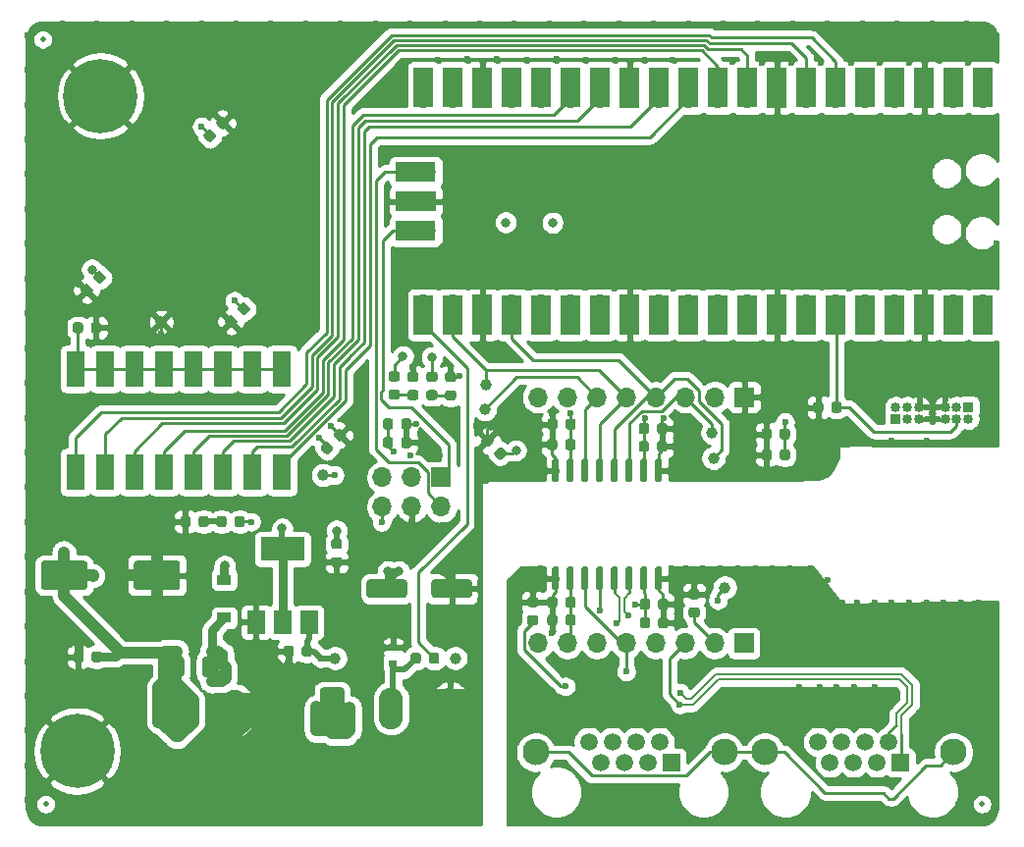
<source format=gbr>
%TF.GenerationSoftware,KiCad,Pcbnew,5.1.9+dfsg1-1+deb11u1*%
%TF.CreationDate,2022-10-19T16:44:56+02:00*%
%TF.ProjectId,firefly,66697265-666c-4792-9e6b-696361645f70,rev?*%
%TF.SameCoordinates,Original*%
%TF.FileFunction,Copper,L1,Top*%
%TF.FilePolarity,Positive*%
%FSLAX46Y46*%
G04 Gerber Fmt 4.6, Leading zero omitted, Abs format (unit mm)*
G04 Created by KiCad (PCBNEW 5.1.9+dfsg1-1+deb11u1) date 2022-10-19 16:44:56*
%MOMM*%
%LPD*%
G01*
G04 APERTURE LIST*
%TA.AperFunction,SMDPad,CuDef*%
%ADD10C,0.500000*%
%TD*%
%TA.AperFunction,ComponentPad*%
%ADD11C,2.300000*%
%TD*%
%TA.AperFunction,ComponentPad*%
%ADD12C,1.500000*%
%TD*%
%TA.AperFunction,ComponentPad*%
%ADD13R,1.500000X1.500000*%
%TD*%
%TA.AperFunction,ComponentPad*%
%ADD14O,2.080000X3.600000*%
%TD*%
%TA.AperFunction,SMDPad,CuDef*%
%ADD15R,1.200000X0.900000*%
%TD*%
%TA.AperFunction,ComponentPad*%
%ADD16R,1.700000X1.700000*%
%TD*%
%TA.AperFunction,ComponentPad*%
%ADD17O,1.700000X1.700000*%
%TD*%
%TA.AperFunction,SMDPad,CuDef*%
%ADD18R,1.600000X3.100000*%
%TD*%
%TA.AperFunction,SMDPad,CuDef*%
%ADD19C,1.000000*%
%TD*%
%TA.AperFunction,ComponentPad*%
%ADD20C,0.800000*%
%TD*%
%TA.AperFunction,ComponentPad*%
%ADD21C,6.400000*%
%TD*%
%TA.AperFunction,SMDPad,CuDef*%
%ADD22R,3.800000X2.000000*%
%TD*%
%TA.AperFunction,SMDPad,CuDef*%
%ADD23R,1.500000X2.000000*%
%TD*%
%TA.AperFunction,SMDPad,CuDef*%
%ADD24R,0.700000X0.600000*%
%TD*%
%TA.AperFunction,ComponentPad*%
%ADD25O,0.850000X0.850000*%
%TD*%
%TA.AperFunction,ComponentPad*%
%ADD26R,0.850000X0.850000*%
%TD*%
%TA.AperFunction,SMDPad,CuDef*%
%ADD27R,1.700000X3.500000*%
%TD*%
%TA.AperFunction,SMDPad,CuDef*%
%ADD28R,3.500000X1.700000*%
%TD*%
%TA.AperFunction,ViaPad*%
%ADD29C,0.800000*%
%TD*%
%TA.AperFunction,ViaPad*%
%ADD30C,0.600000*%
%TD*%
%TA.AperFunction,Conductor*%
%ADD31C,1.000000*%
%TD*%
%TA.AperFunction,Conductor*%
%ADD32C,0.250000*%
%TD*%
%TA.AperFunction,Conductor*%
%ADD33C,0.500000*%
%TD*%
%TA.AperFunction,Conductor*%
%ADD34C,0.750000*%
%TD*%
%TA.AperFunction,Conductor*%
%ADD35C,0.200000*%
%TD*%
%TA.AperFunction,Conductor*%
%ADD36C,0.254000*%
%TD*%
%TA.AperFunction,Conductor*%
%ADD37C,0.100000*%
%TD*%
G04 APERTURE END LIST*
%TO.P,C120,2*%
%TO.N,GND1*%
%TA.AperFunction,SMDPad,CuDef*%
G36*
G01*
X142026316Y-68766291D02*
X142388709Y-69128684D01*
G75*
G02*
X142388709Y-69438044I-154680J-154680D01*
G01*
X142079350Y-69747403D01*
G75*
G02*
X141769990Y-69747403I-154680J154680D01*
G01*
X141407597Y-69385010D01*
G75*
G02*
X141407597Y-69075650I154680J154680D01*
G01*
X141716956Y-68766291D01*
G75*
G02*
X142026316Y-68766291I154680J-154680D01*
G01*
G37*
%TD.AperFunction*%
%TO.P,C120,1*%
%TO.N,+3V3*%
%TA.AperFunction,SMDPad,CuDef*%
G36*
G01*
X143140010Y-67652597D02*
X143502403Y-68014990D01*
G75*
G02*
X143502403Y-68324350I-154680J-154680D01*
G01*
X143193044Y-68633709D01*
G75*
G02*
X142883684Y-68633709I-154680J154680D01*
G01*
X142521291Y-68271316D01*
G75*
G02*
X142521291Y-67961956I154680J154680D01*
G01*
X142830650Y-67652597D01*
G75*
G02*
X143140010Y-67652597I154680J-154680D01*
G01*
G37*
%TD.AperFunction*%
%TD*%
%TO.P,C109,2*%
%TO.N,GND1*%
%TA.AperFunction,SMDPad,CuDef*%
G36*
G01*
X159755000Y-100143750D02*
X159755000Y-100656250D01*
G75*
G02*
X159536250Y-100875000I-218750J0D01*
G01*
X159098750Y-100875000D01*
G75*
G02*
X158880000Y-100656250I0J218750D01*
G01*
X158880000Y-100143750D01*
G75*
G02*
X159098750Y-99925000I218750J0D01*
G01*
X159536250Y-99925000D01*
G75*
G02*
X159755000Y-100143750I0J-218750D01*
G01*
G37*
%TD.AperFunction*%
%TO.P,C109,1*%
%TO.N,Vin_fused*%
%TA.AperFunction,SMDPad,CuDef*%
G36*
G01*
X161330000Y-100143750D02*
X161330000Y-100656250D01*
G75*
G02*
X161111250Y-100875000I-218750J0D01*
G01*
X160673750Y-100875000D01*
G75*
G02*
X160455000Y-100656250I0J218750D01*
G01*
X160455000Y-100143750D01*
G75*
G02*
X160673750Y-99925000I218750J0D01*
G01*
X161111250Y-99925000D01*
G75*
G02*
X161330000Y-100143750I0J-218750D01*
G01*
G37*
%TD.AperFunction*%
%TD*%
D10*
%TO.P,FID3,*%
%TO.N,*%
X138361000Y-113600000D03*
%TD*%
%TO.P,FID1,*%
%TO.N,*%
X138107000Y-47628000D03*
%TD*%
%TO.P,C121,1*%
%TO.N,+3V3*%
%TA.AperFunction,SMDPad,CuDef*%
G36*
G01*
X152374190Y-56439643D02*
X152011797Y-56077250D01*
G75*
G02*
X152011797Y-55767890I154680J154680D01*
G01*
X152321156Y-55458531D01*
G75*
G02*
X152630516Y-55458531I154680J-154680D01*
G01*
X152992909Y-55820924D01*
G75*
G02*
X152992909Y-56130284I-154680J-154680D01*
G01*
X152683550Y-56439643D01*
G75*
G02*
X152374190Y-56439643I-154680J154680D01*
G01*
G37*
%TD.AperFunction*%
%TO.P,C121,2*%
%TO.N,GND1*%
%TA.AperFunction,SMDPad,CuDef*%
G36*
G01*
X153487884Y-55325949D02*
X153125491Y-54963556D01*
G75*
G02*
X153125491Y-54654196I154680J154680D01*
G01*
X153434850Y-54344837D01*
G75*
G02*
X153744210Y-54344837I154680J-154680D01*
G01*
X154106603Y-54707230D01*
G75*
G02*
X154106603Y-55016590I-154680J-154680D01*
G01*
X153797244Y-55325949D01*
G75*
G02*
X153487884Y-55325949I-154680J154680D01*
G01*
G37*
%TD.AperFunction*%
%TD*%
%TO.P,C123,1*%
%TO.N,+3V3*%
%TA.AperFunction,SMDPad,CuDef*%
G36*
G01*
X162482343Y-83364650D02*
X162119950Y-83002257D01*
G75*
G02*
X162119950Y-82692897I154680J154680D01*
G01*
X162429309Y-82383538D01*
G75*
G02*
X162738669Y-82383538I154680J-154680D01*
G01*
X163101062Y-82745931D01*
G75*
G02*
X163101062Y-83055291I-154680J-154680D01*
G01*
X162791703Y-83364650D01*
G75*
G02*
X162482343Y-83364650I-154680J154680D01*
G01*
G37*
%TD.AperFunction*%
%TO.P,C123,2*%
%TO.N,GND1*%
%TA.AperFunction,SMDPad,CuDef*%
G36*
G01*
X163596037Y-82250956D02*
X163233644Y-81888563D01*
G75*
G02*
X163233644Y-81579203I154680J154680D01*
G01*
X163543003Y-81269844D01*
G75*
G02*
X163852363Y-81269844I154680J-154680D01*
G01*
X164214756Y-81632237D01*
G75*
G02*
X164214756Y-81941597I-154680J-154680D01*
G01*
X163905397Y-82250956D01*
G75*
G02*
X163596037Y-82250956I-154680J154680D01*
G01*
G37*
%TD.AperFunction*%
%TD*%
%TO.P,R2,2*%
%TO.N,Net-(D105-Pad1)*%
%TA.AperFunction,SMDPad,CuDef*%
G36*
G01*
X173018750Y-77890000D02*
X173531250Y-77890000D01*
G75*
G02*
X173750000Y-78108750I0J-218750D01*
G01*
X173750000Y-78546250D01*
G75*
G02*
X173531250Y-78765000I-218750J0D01*
G01*
X173018750Y-78765000D01*
G75*
G02*
X172800000Y-78546250I0J218750D01*
G01*
X172800000Y-78108750D01*
G75*
G02*
X173018750Y-77890000I218750J0D01*
G01*
G37*
%TD.AperFunction*%
%TO.P,R2,1*%
%TO.N,GND1*%
%TA.AperFunction,SMDPad,CuDef*%
G36*
G01*
X173018750Y-76315000D02*
X173531250Y-76315000D01*
G75*
G02*
X173750000Y-76533750I0J-218750D01*
G01*
X173750000Y-76971250D01*
G75*
G02*
X173531250Y-77190000I-218750J0D01*
G01*
X173018750Y-77190000D01*
G75*
G02*
X172800000Y-76971250I0J218750D01*
G01*
X172800000Y-76533750D01*
G75*
G02*
X173018750Y-76315000I218750J0D01*
G01*
G37*
%TD.AperFunction*%
%TD*%
D11*
%TO.P,J2,SH*%
%TO.N,/RS485_transciever/DMXchassignd*%
X216645000Y-109120000D03*
X200385000Y-109120000D03*
D12*
%TO.P,J2,8*%
%TO.N,N/C*%
X204963000Y-108230000D03*
%TO.P,J2,6*%
X206995000Y-108230000D03*
%TO.P,J2,4*%
X209027000Y-108230000D03*
%TO.P,J2,2*%
%TO.N,/RS485_transciever/DMX-*%
X211059000Y-108230000D03*
%TO.P,J2,7*%
%TO.N,N/C*%
X205979000Y-110010000D03*
%TO.P,J2,5*%
X208011000Y-110010000D03*
%TO.P,J2,3*%
%TO.N,/RS485_transciever/DXMgnd*%
X210043000Y-110010000D03*
D13*
%TO.P,J2,1*%
%TO.N,/RS485_transciever/DMX+*%
X212075000Y-110010000D03*
%TD*%
%TO.P,J1,1*%
%TO.N,/RS485_transciever/DMX+*%
X192315000Y-110010000D03*
D12*
%TO.P,J1,3*%
%TO.N,/RS485_transciever/DXMgnd*%
X190283000Y-110010000D03*
%TO.P,J1,5*%
%TO.N,N/C*%
X188251000Y-110010000D03*
%TO.P,J1,7*%
X186219000Y-110010000D03*
%TO.P,J1,2*%
%TO.N,/RS485_transciever/DMX-*%
X191299000Y-108230000D03*
%TO.P,J1,4*%
%TO.N,N/C*%
X189267000Y-108230000D03*
%TO.P,J1,6*%
X187235000Y-108230000D03*
%TO.P,J1,8*%
X185203000Y-108230000D03*
D11*
%TO.P,J1,SH*%
%TO.N,/RS485_transciever/DMXchassignd*%
X180625000Y-109120000D03*
X196885000Y-109120000D03*
%TD*%
%TO.P,Jadd1,1*%
%TO.N,Vin_fused*%
%TA.AperFunction,ComponentPad*%
G36*
G01*
X162035000Y-106870003D02*
X162035000Y-103769997D01*
G75*
G02*
X162284997Y-103520000I249997J0D01*
G01*
X163865003Y-103520000D01*
G75*
G02*
X164115000Y-103769997I0J-249997D01*
G01*
X164115000Y-106870003D01*
G75*
G02*
X163865003Y-107120000I-249997J0D01*
G01*
X162284997Y-107120000D01*
G75*
G02*
X162035000Y-106870003I0J249997D01*
G01*
G37*
%TD.AperFunction*%
D14*
%TO.P,Jadd1,2*%
%TO.N,Net-(ESD1-Pad1)*%
X168155000Y-105320000D03*
%TO.P,Jadd1,3*%
%TO.N,GND1*%
X173235000Y-105320000D03*
%TD*%
%TO.P,Cvin1,1*%
%TO.N,/Vin*%
%TA.AperFunction,SMDPad,CuDef*%
G36*
G01*
X137955000Y-94850000D02*
X137955000Y-92850000D01*
G75*
G02*
X138205000Y-92600000I250000J0D01*
G01*
X141705000Y-92600000D01*
G75*
G02*
X141955000Y-92850000I0J-250000D01*
G01*
X141955000Y-94850000D01*
G75*
G02*
X141705000Y-95100000I-250000J0D01*
G01*
X138205000Y-95100000D01*
G75*
G02*
X137955000Y-94850000I0J250000D01*
G01*
G37*
%TD.AperFunction*%
%TO.P,Cvin1,2*%
%TO.N,GND1*%
%TA.AperFunction,SMDPad,CuDef*%
G36*
G01*
X145955000Y-94850000D02*
X145955000Y-92850000D01*
G75*
G02*
X146205000Y-92600000I250000J0D01*
G01*
X149705000Y-92600000D01*
G75*
G02*
X149955000Y-92850000I0J-250000D01*
G01*
X149955000Y-94850000D01*
G75*
G02*
X149705000Y-95100000I-250000J0D01*
G01*
X146205000Y-95100000D01*
G75*
G02*
X145955000Y-94850000I0J250000D01*
G01*
G37*
%TD.AperFunction*%
%TD*%
%TO.P,C102,1*%
%TO.N,+3V3*%
%TA.AperFunction,SMDPad,CuDef*%
G36*
G01*
X167450000Y-81056250D02*
X167450000Y-80543750D01*
G75*
G02*
X167668750Y-80325000I218750J0D01*
G01*
X168106250Y-80325000D01*
G75*
G02*
X168325000Y-80543750I0J-218750D01*
G01*
X168325000Y-81056250D01*
G75*
G02*
X168106250Y-81275000I-218750J0D01*
G01*
X167668750Y-81275000D01*
G75*
G02*
X167450000Y-81056250I0J218750D01*
G01*
G37*
%TD.AperFunction*%
%TO.P,C102,2*%
%TO.N,GND1*%
%TA.AperFunction,SMDPad,CuDef*%
G36*
G01*
X169025000Y-81056250D02*
X169025000Y-80543750D01*
G75*
G02*
X169243750Y-80325000I218750J0D01*
G01*
X169681250Y-80325000D01*
G75*
G02*
X169900000Y-80543750I0J-218750D01*
G01*
X169900000Y-81056250D01*
G75*
G02*
X169681250Y-81275000I-218750J0D01*
G01*
X169243750Y-81275000D01*
G75*
G02*
X169025000Y-81056250I0J218750D01*
G01*
G37*
%TD.AperFunction*%
%TD*%
%TO.P,C103,2*%
%TO.N,GND1*%
%TA.AperFunction,SMDPad,CuDef*%
G36*
G01*
X200965000Y-83203750D02*
X200965000Y-83716250D01*
G75*
G02*
X200746250Y-83935000I-218750J0D01*
G01*
X200308750Y-83935000D01*
G75*
G02*
X200090000Y-83716250I0J218750D01*
G01*
X200090000Y-83203750D01*
G75*
G02*
X200308750Y-82985000I218750J0D01*
G01*
X200746250Y-82985000D01*
G75*
G02*
X200965000Y-83203750I0J-218750D01*
G01*
G37*
%TD.AperFunction*%
%TO.P,C103,1*%
%TO.N,+3V3*%
%TA.AperFunction,SMDPad,CuDef*%
G36*
G01*
X202540000Y-83203750D02*
X202540000Y-83716250D01*
G75*
G02*
X202321250Y-83935000I-218750J0D01*
G01*
X201883750Y-83935000D01*
G75*
G02*
X201665000Y-83716250I0J218750D01*
G01*
X201665000Y-83203750D01*
G75*
G02*
X201883750Y-82985000I218750J0D01*
G01*
X202321250Y-82985000D01*
G75*
G02*
X202540000Y-83203750I0J-218750D01*
G01*
G37*
%TD.AperFunction*%
%TD*%
%TO.P,C104,1*%
%TO.N,+3V3*%
%TA.AperFunction,SMDPad,CuDef*%
G36*
G01*
X167450000Y-82656250D02*
X167450000Y-82143750D01*
G75*
G02*
X167668750Y-81925000I218750J0D01*
G01*
X168106250Y-81925000D01*
G75*
G02*
X168325000Y-82143750I0J-218750D01*
G01*
X168325000Y-82656250D01*
G75*
G02*
X168106250Y-82875000I-218750J0D01*
G01*
X167668750Y-82875000D01*
G75*
G02*
X167450000Y-82656250I0J218750D01*
G01*
G37*
%TD.AperFunction*%
%TO.P,C104,2*%
%TO.N,GND1*%
%TA.AperFunction,SMDPad,CuDef*%
G36*
G01*
X169025000Y-82656250D02*
X169025000Y-82143750D01*
G75*
G02*
X169243750Y-81925000I218750J0D01*
G01*
X169681250Y-81925000D01*
G75*
G02*
X169900000Y-82143750I0J-218750D01*
G01*
X169900000Y-82656250D01*
G75*
G02*
X169681250Y-82875000I-218750J0D01*
G01*
X169243750Y-82875000D01*
G75*
G02*
X169025000Y-82656250I0J218750D01*
G01*
G37*
%TD.AperFunction*%
%TD*%
%TO.P,C105,2*%
%TO.N,GND1*%
%TA.AperFunction,SMDPad,CuDef*%
G36*
G01*
X200965000Y-81403750D02*
X200965000Y-81916250D01*
G75*
G02*
X200746250Y-82135000I-218750J0D01*
G01*
X200308750Y-82135000D01*
G75*
G02*
X200090000Y-81916250I0J218750D01*
G01*
X200090000Y-81403750D01*
G75*
G02*
X200308750Y-81185000I218750J0D01*
G01*
X200746250Y-81185000D01*
G75*
G02*
X200965000Y-81403750I0J-218750D01*
G01*
G37*
%TD.AperFunction*%
%TO.P,C105,1*%
%TO.N,+3V3*%
%TA.AperFunction,SMDPad,CuDef*%
G36*
G01*
X202540000Y-81403750D02*
X202540000Y-81916250D01*
G75*
G02*
X202321250Y-82135000I-218750J0D01*
G01*
X201883750Y-82135000D01*
G75*
G02*
X201665000Y-81916250I0J218750D01*
G01*
X201665000Y-81403750D01*
G75*
G02*
X201883750Y-81185000I218750J0D01*
G01*
X202321250Y-81185000D01*
G75*
G02*
X202540000Y-81403750I0J-218750D01*
G01*
G37*
%TD.AperFunction*%
%TD*%
%TO.P,C108,2*%
%TO.N,GND1*%
%TA.AperFunction,SMDPad,CuDef*%
G36*
G01*
X205415000Y-79103750D02*
X205415000Y-79616250D01*
G75*
G02*
X205196250Y-79835000I-218750J0D01*
G01*
X204758750Y-79835000D01*
G75*
G02*
X204540000Y-79616250I0J218750D01*
G01*
X204540000Y-79103750D01*
G75*
G02*
X204758750Y-78885000I218750J0D01*
G01*
X205196250Y-78885000D01*
G75*
G02*
X205415000Y-79103750I0J-218750D01*
G01*
G37*
%TD.AperFunction*%
%TO.P,C108,1*%
%TO.N,/A5*%
%TA.AperFunction,SMDPad,CuDef*%
G36*
G01*
X206990000Y-79103750D02*
X206990000Y-79616250D01*
G75*
G02*
X206771250Y-79835000I-218750J0D01*
G01*
X206333750Y-79835000D01*
G75*
G02*
X206115000Y-79616250I0J218750D01*
G01*
X206115000Y-79103750D01*
G75*
G02*
X206333750Y-78885000I218750J0D01*
G01*
X206771250Y-78885000D01*
G75*
G02*
X206990000Y-79103750I0J-218750D01*
G01*
G37*
%TD.AperFunction*%
%TD*%
%TO.P,C110,1*%
%TO.N,+3V3*%
%TA.AperFunction,SMDPad,CuDef*%
G36*
G01*
X163188750Y-90705000D02*
X163701250Y-90705000D01*
G75*
G02*
X163920000Y-90923750I0J-218750D01*
G01*
X163920000Y-91361250D01*
G75*
G02*
X163701250Y-91580000I-218750J0D01*
G01*
X163188750Y-91580000D01*
G75*
G02*
X162970000Y-91361250I0J218750D01*
G01*
X162970000Y-90923750D01*
G75*
G02*
X163188750Y-90705000I218750J0D01*
G01*
G37*
%TD.AperFunction*%
%TO.P,C110,2*%
%TO.N,GND1*%
%TA.AperFunction,SMDPad,CuDef*%
G36*
G01*
X163188750Y-92280000D02*
X163701250Y-92280000D01*
G75*
G02*
X163920000Y-92498750I0J-218750D01*
G01*
X163920000Y-92936250D01*
G75*
G02*
X163701250Y-93155000I-218750J0D01*
G01*
X163188750Y-93155000D01*
G75*
G02*
X162970000Y-92936250I0J218750D01*
G01*
X162970000Y-92498750D01*
G75*
G02*
X163188750Y-92280000I218750J0D01*
G01*
G37*
%TD.AperFunction*%
%TD*%
%TO.P,C111,1*%
%TO.N,+3V3*%
%TA.AperFunction,SMDPad,CuDef*%
G36*
G01*
X184050000Y-82318750D02*
X184050000Y-82831250D01*
G75*
G02*
X183831250Y-83050000I-218750J0D01*
G01*
X183393750Y-83050000D01*
G75*
G02*
X183175000Y-82831250I0J218750D01*
G01*
X183175000Y-82318750D01*
G75*
G02*
X183393750Y-82100000I218750J0D01*
G01*
X183831250Y-82100000D01*
G75*
G02*
X184050000Y-82318750I0J-218750D01*
G01*
G37*
%TD.AperFunction*%
%TO.P,C111,2*%
%TO.N,GND1*%
%TA.AperFunction,SMDPad,CuDef*%
G36*
G01*
X182475000Y-82318750D02*
X182475000Y-82831250D01*
G75*
G02*
X182256250Y-83050000I-218750J0D01*
G01*
X181818750Y-83050000D01*
G75*
G02*
X181600000Y-82831250I0J218750D01*
G01*
X181600000Y-82318750D01*
G75*
G02*
X181818750Y-82100000I218750J0D01*
G01*
X182256250Y-82100000D01*
G75*
G02*
X182475000Y-82318750I0J-218750D01*
G01*
G37*
%TD.AperFunction*%
%TD*%
%TO.P,C112,2*%
%TO.N,+3V3*%
%TA.AperFunction,SMDPad,CuDef*%
G36*
G01*
X190385000Y-82473750D02*
X190385000Y-82986250D01*
G75*
G02*
X190166250Y-83205000I-218750J0D01*
G01*
X189728750Y-83205000D01*
G75*
G02*
X189510000Y-82986250I0J218750D01*
G01*
X189510000Y-82473750D01*
G75*
G02*
X189728750Y-82255000I218750J0D01*
G01*
X190166250Y-82255000D01*
G75*
G02*
X190385000Y-82473750I0J-218750D01*
G01*
G37*
%TD.AperFunction*%
%TO.P,C112,1*%
%TO.N,GND1*%
%TA.AperFunction,SMDPad,CuDef*%
G36*
G01*
X191960000Y-82473750D02*
X191960000Y-82986250D01*
G75*
G02*
X191741250Y-83205000I-218750J0D01*
G01*
X191303750Y-83205000D01*
G75*
G02*
X191085000Y-82986250I0J218750D01*
G01*
X191085000Y-82473750D01*
G75*
G02*
X191303750Y-82255000I218750J0D01*
G01*
X191741250Y-82255000D01*
G75*
G02*
X191960000Y-82473750I0J-218750D01*
G01*
G37*
%TD.AperFunction*%
%TD*%
%TO.P,C113,1*%
%TO.N,GND1*%
%TA.AperFunction,SMDPad,CuDef*%
G36*
G01*
X181625000Y-81081250D02*
X181625000Y-80568750D01*
G75*
G02*
X181843750Y-80350000I218750J0D01*
G01*
X182281250Y-80350000D01*
G75*
G02*
X182500000Y-80568750I0J-218750D01*
G01*
X182500000Y-81081250D01*
G75*
G02*
X182281250Y-81300000I-218750J0D01*
G01*
X181843750Y-81300000D01*
G75*
G02*
X181625000Y-81081250I0J218750D01*
G01*
G37*
%TD.AperFunction*%
%TO.P,C113,2*%
%TO.N,+3V3*%
%TA.AperFunction,SMDPad,CuDef*%
G36*
G01*
X183200000Y-81081250D02*
X183200000Y-80568750D01*
G75*
G02*
X183418750Y-80350000I218750J0D01*
G01*
X183856250Y-80350000D01*
G75*
G02*
X184075000Y-80568750I0J-218750D01*
G01*
X184075000Y-81081250D01*
G75*
G02*
X183856250Y-81300000I-218750J0D01*
G01*
X183418750Y-81300000D01*
G75*
G02*
X183200000Y-81081250I0J218750D01*
G01*
G37*
%TD.AperFunction*%
%TD*%
%TO.P,C114,1*%
%TO.N,+3V3*%
%TA.AperFunction,SMDPad,CuDef*%
G36*
G01*
X189510000Y-81446250D02*
X189510000Y-80933750D01*
G75*
G02*
X189728750Y-80715000I218750J0D01*
G01*
X190166250Y-80715000D01*
G75*
G02*
X190385000Y-80933750I0J-218750D01*
G01*
X190385000Y-81446250D01*
G75*
G02*
X190166250Y-81665000I-218750J0D01*
G01*
X189728750Y-81665000D01*
G75*
G02*
X189510000Y-81446250I0J218750D01*
G01*
G37*
%TD.AperFunction*%
%TO.P,C114,2*%
%TO.N,GND1*%
%TA.AperFunction,SMDPad,CuDef*%
G36*
G01*
X191085000Y-81446250D02*
X191085000Y-80933750D01*
G75*
G02*
X191303750Y-80715000I218750J0D01*
G01*
X191741250Y-80715000D01*
G75*
G02*
X191960000Y-80933750I0J-218750D01*
G01*
X191960000Y-81446250D01*
G75*
G02*
X191741250Y-81665000I-218750J0D01*
G01*
X191303750Y-81665000D01*
G75*
G02*
X191085000Y-81446250I0J218750D01*
G01*
G37*
%TD.AperFunction*%
%TD*%
%TO.P,C115,1*%
%TO.N,DMX_3V*%
%TA.AperFunction,SMDPad,CuDef*%
G36*
G01*
X189600000Y-96606250D02*
X189600000Y-96093750D01*
G75*
G02*
X189818750Y-95875000I218750J0D01*
G01*
X190256250Y-95875000D01*
G75*
G02*
X190475000Y-96093750I0J-218750D01*
G01*
X190475000Y-96606250D01*
G75*
G02*
X190256250Y-96825000I-218750J0D01*
G01*
X189818750Y-96825000D01*
G75*
G02*
X189600000Y-96606250I0J218750D01*
G01*
G37*
%TD.AperFunction*%
%TO.P,C115,2*%
%TO.N,GND2*%
%TA.AperFunction,SMDPad,CuDef*%
G36*
G01*
X191175000Y-96606250D02*
X191175000Y-96093750D01*
G75*
G02*
X191393750Y-95875000I218750J0D01*
G01*
X191831250Y-95875000D01*
G75*
G02*
X192050000Y-96093750I0J-218750D01*
G01*
X192050000Y-96606250D01*
G75*
G02*
X191831250Y-96825000I-218750J0D01*
G01*
X191393750Y-96825000D01*
G75*
G02*
X191175000Y-96606250I0J218750D01*
G01*
G37*
%TD.AperFunction*%
%TD*%
%TO.P,C116,1*%
%TO.N,GND2*%
%TA.AperFunction,SMDPad,CuDef*%
G36*
G01*
X181615000Y-96436250D02*
X181615000Y-95923750D01*
G75*
G02*
X181833750Y-95705000I218750J0D01*
G01*
X182271250Y-95705000D01*
G75*
G02*
X182490000Y-95923750I0J-218750D01*
G01*
X182490000Y-96436250D01*
G75*
G02*
X182271250Y-96655000I-218750J0D01*
G01*
X181833750Y-96655000D01*
G75*
G02*
X181615000Y-96436250I0J218750D01*
G01*
G37*
%TD.AperFunction*%
%TO.P,C116,2*%
%TO.N,DMX_3V*%
%TA.AperFunction,SMDPad,CuDef*%
G36*
G01*
X183190000Y-96436250D02*
X183190000Y-95923750D01*
G75*
G02*
X183408750Y-95705000I218750J0D01*
G01*
X183846250Y-95705000D01*
G75*
G02*
X184065000Y-95923750I0J-218750D01*
G01*
X184065000Y-96436250D01*
G75*
G02*
X183846250Y-96655000I-218750J0D01*
G01*
X183408750Y-96655000D01*
G75*
G02*
X183190000Y-96436250I0J218750D01*
G01*
G37*
%TD.AperFunction*%
%TD*%
%TO.P,C117,2*%
%TO.N,GND2*%
%TA.AperFunction,SMDPad,CuDef*%
G36*
G01*
X191175000Y-98206250D02*
X191175000Y-97693750D01*
G75*
G02*
X191393750Y-97475000I218750J0D01*
G01*
X191831250Y-97475000D01*
G75*
G02*
X192050000Y-97693750I0J-218750D01*
G01*
X192050000Y-98206250D01*
G75*
G02*
X191831250Y-98425000I-218750J0D01*
G01*
X191393750Y-98425000D01*
G75*
G02*
X191175000Y-98206250I0J218750D01*
G01*
G37*
%TD.AperFunction*%
%TO.P,C117,1*%
%TO.N,DMX_3V*%
%TA.AperFunction,SMDPad,CuDef*%
G36*
G01*
X189600000Y-98206250D02*
X189600000Y-97693750D01*
G75*
G02*
X189818750Y-97475000I218750J0D01*
G01*
X190256250Y-97475000D01*
G75*
G02*
X190475000Y-97693750I0J-218750D01*
G01*
X190475000Y-98206250D01*
G75*
G02*
X190256250Y-98425000I-218750J0D01*
G01*
X189818750Y-98425000D01*
G75*
G02*
X189600000Y-98206250I0J218750D01*
G01*
G37*
%TD.AperFunction*%
%TD*%
%TO.P,C118,2*%
%TO.N,DMX_3V*%
%TA.AperFunction,SMDPad,CuDef*%
G36*
G01*
X183195000Y-97956250D02*
X183195000Y-97443750D01*
G75*
G02*
X183413750Y-97225000I218750J0D01*
G01*
X183851250Y-97225000D01*
G75*
G02*
X184070000Y-97443750I0J-218750D01*
G01*
X184070000Y-97956250D01*
G75*
G02*
X183851250Y-98175000I-218750J0D01*
G01*
X183413750Y-98175000D01*
G75*
G02*
X183195000Y-97956250I0J218750D01*
G01*
G37*
%TD.AperFunction*%
%TO.P,C118,1*%
%TO.N,GND2*%
%TA.AperFunction,SMDPad,CuDef*%
G36*
G01*
X181620000Y-97956250D02*
X181620000Y-97443750D01*
G75*
G02*
X181838750Y-97225000I218750J0D01*
G01*
X182276250Y-97225000D01*
G75*
G02*
X182495000Y-97443750I0J-218750D01*
G01*
X182495000Y-97956250D01*
G75*
G02*
X182276250Y-98175000I-218750J0D01*
G01*
X181838750Y-98175000D01*
G75*
G02*
X181620000Y-97956250I0J218750D01*
G01*
G37*
%TD.AperFunction*%
%TD*%
D15*
%TO.P,D102,1*%
%TO.N,Vin_fused*%
X153755000Y-97520000D03*
%TO.P,D102,2*%
%TO.N,+3V3*%
X153755000Y-94220000D03*
%TD*%
%TO.P,D103,2*%
%TO.N,+3V3*%
%TA.AperFunction,SMDPad,CuDef*%
G36*
G01*
X154655000Y-89476250D02*
X154655000Y-88963750D01*
G75*
G02*
X154873750Y-88745000I218750J0D01*
G01*
X155311250Y-88745000D01*
G75*
G02*
X155530000Y-88963750I0J-218750D01*
G01*
X155530000Y-89476250D01*
G75*
G02*
X155311250Y-89695000I-218750J0D01*
G01*
X154873750Y-89695000D01*
G75*
G02*
X154655000Y-89476250I0J218750D01*
G01*
G37*
%TD.AperFunction*%
%TO.P,D103,1*%
%TO.N,Net-(D103-Pad1)*%
%TA.AperFunction,SMDPad,CuDef*%
G36*
G01*
X153080000Y-89476250D02*
X153080000Y-88963750D01*
G75*
G02*
X153298750Y-88745000I218750J0D01*
G01*
X153736250Y-88745000D01*
G75*
G02*
X153955000Y-88963750I0J-218750D01*
G01*
X153955000Y-89476250D01*
G75*
G02*
X153736250Y-89695000I-218750J0D01*
G01*
X153298750Y-89695000D01*
G75*
G02*
X153080000Y-89476250I0J218750D01*
G01*
G37*
%TD.AperFunction*%
%TD*%
D16*
%TO.P,J101,1*%
%TO.N,/SWDIO*%
X172475000Y-85400000D03*
D17*
%TO.P,J101,2*%
%TO.N,/SWCLK*%
X172475000Y-87940000D03*
%TO.P,J101,3*%
%TO.N,N/C*%
X169935000Y-85400000D03*
%TO.P,J101,4*%
%TO.N,GND1*%
X169935000Y-87940000D03*
%TO.P,J101,5*%
%TO.N,N/C*%
X167395000Y-85400000D03*
%TO.P,J101,6*%
%TO.N,+3V3*%
X167395000Y-87940000D03*
%TD*%
%TO.P,R102,1*%
%TO.N,GND1*%
%TA.AperFunction,SMDPad,CuDef*%
G36*
G01*
X143150000Y-72243750D02*
X143150000Y-72756250D01*
G75*
G02*
X142931250Y-72975000I-218750J0D01*
G01*
X142493750Y-72975000D01*
G75*
G02*
X142275000Y-72756250I0J218750D01*
G01*
X142275000Y-72243750D01*
G75*
G02*
X142493750Y-72025000I218750J0D01*
G01*
X142931250Y-72025000D01*
G75*
G02*
X143150000Y-72243750I0J-218750D01*
G01*
G37*
%TD.AperFunction*%
%TO.P,R102,2*%
%TO.N,Net-(R102-Pad2)*%
%TA.AperFunction,SMDPad,CuDef*%
G36*
G01*
X141575000Y-72243750D02*
X141575000Y-72756250D01*
G75*
G02*
X141356250Y-72975000I-218750J0D01*
G01*
X140918750Y-72975000D01*
G75*
G02*
X140700000Y-72756250I0J218750D01*
G01*
X140700000Y-72243750D01*
G75*
G02*
X140918750Y-72025000I218750J0D01*
G01*
X141356250Y-72025000D01*
G75*
G02*
X141575000Y-72243750I0J-218750D01*
G01*
G37*
%TD.AperFunction*%
%TD*%
%TO.P,R104,2*%
%TO.N,Net-(D103-Pad1)*%
%TA.AperFunction,SMDPad,CuDef*%
G36*
G01*
X151545000Y-89476250D02*
X151545000Y-88963750D01*
G75*
G02*
X151763750Y-88745000I218750J0D01*
G01*
X152201250Y-88745000D01*
G75*
G02*
X152420000Y-88963750I0J-218750D01*
G01*
X152420000Y-89476250D01*
G75*
G02*
X152201250Y-89695000I-218750J0D01*
G01*
X151763750Y-89695000D01*
G75*
G02*
X151545000Y-89476250I0J218750D01*
G01*
G37*
%TD.AperFunction*%
%TO.P,R104,1*%
%TO.N,GND1*%
%TA.AperFunction,SMDPad,CuDef*%
G36*
G01*
X149970000Y-89476250D02*
X149970000Y-88963750D01*
G75*
G02*
X150188750Y-88745000I218750J0D01*
G01*
X150626250Y-88745000D01*
G75*
G02*
X150845000Y-88963750I0J-218750D01*
G01*
X150845000Y-89476250D01*
G75*
G02*
X150626250Y-89695000I-218750J0D01*
G01*
X150188750Y-89695000D01*
G75*
G02*
X149970000Y-89476250I0J218750D01*
G01*
G37*
%TD.AperFunction*%
%TD*%
%TO.P,Radd1,1*%
%TO.N,Net-(ESD1-Pad1)*%
%TA.AperFunction,SMDPad,CuDef*%
G36*
G01*
X169850000Y-101256250D02*
X169850000Y-100743750D01*
G75*
G02*
X170068750Y-100525000I218750J0D01*
G01*
X170506250Y-100525000D01*
G75*
G02*
X170725000Y-100743750I0J-218750D01*
G01*
X170725000Y-101256250D01*
G75*
G02*
X170506250Y-101475000I-218750J0D01*
G01*
X170068750Y-101475000D01*
G75*
G02*
X169850000Y-101256250I0J218750D01*
G01*
G37*
%TD.AperFunction*%
%TO.P,Radd1,2*%
%TO.N,/Addressable*%
%TA.AperFunction,SMDPad,CuDef*%
G36*
G01*
X171425000Y-101256250D02*
X171425000Y-100743750D01*
G75*
G02*
X171643750Y-100525000I218750J0D01*
G01*
X172081250Y-100525000D01*
G75*
G02*
X172300000Y-100743750I0J-218750D01*
G01*
X172300000Y-101256250D01*
G75*
G02*
X172081250Y-101475000I-218750J0D01*
G01*
X171643750Y-101475000D01*
G75*
G02*
X171425000Y-101256250I0J218750D01*
G01*
G37*
%TD.AperFunction*%
%TD*%
D18*
%TO.P,SW101,1*%
%TO.N,/SW_1*%
X140935000Y-84945000D03*
%TO.P,SW101,9*%
%TO.N,Net-(R102-Pad2)*%
X158715000Y-76055000D03*
%TO.P,SW101,2*%
%TO.N,/SW_2*%
X143475000Y-84945000D03*
%TO.P,SW101,10*%
%TO.N,Net-(R102-Pad2)*%
X156175000Y-76055000D03*
%TO.P,SW101,3*%
%TO.N,/SW_3*%
X146015000Y-84945000D03*
%TO.P,SW101,11*%
%TO.N,Net-(R102-Pad2)*%
X153635000Y-76055000D03*
%TO.P,SW101,4*%
%TO.N,/SW_4*%
X148555000Y-84945000D03*
%TO.P,SW101,12*%
%TO.N,Net-(R102-Pad2)*%
X151095000Y-76055000D03*
%TO.P,SW101,5*%
%TO.N,/SW_5*%
X151095000Y-84945000D03*
%TO.P,SW101,13*%
%TO.N,Net-(R102-Pad2)*%
X148555000Y-76055000D03*
%TO.P,SW101,6*%
%TO.N,/SW_6*%
X153635000Y-84945000D03*
%TO.P,SW101,14*%
%TO.N,Net-(R102-Pad2)*%
X146015000Y-76055000D03*
%TO.P,SW101,7*%
%TO.N,/SW_7*%
X156175000Y-84945000D03*
%TO.P,SW101,15*%
%TO.N,Net-(R102-Pad2)*%
X143475000Y-76055000D03*
%TO.P,SW101,8*%
%TO.N,/SW_8*%
X158715000Y-84945000D03*
%TO.P,SW101,16*%
%TO.N,Net-(R102-Pad2)*%
X140935000Y-76055000D03*
%TD*%
%TO.P,U103,1*%
%TO.N,GND1*%
%TA.AperFunction,SMDPad,CuDef*%
G36*
G01*
X191070000Y-83775000D02*
X191370000Y-83775000D01*
G75*
G02*
X191520000Y-83925000I0J-150000D01*
G01*
X191520000Y-85675000D01*
G75*
G02*
X191370000Y-85825000I-150000J0D01*
G01*
X191070000Y-85825000D01*
G75*
G02*
X190920000Y-85675000I0J150000D01*
G01*
X190920000Y-83925000D01*
G75*
G02*
X191070000Y-83775000I150000J0D01*
G01*
G37*
%TD.AperFunction*%
%TO.P,U103,2*%
%TO.N,+3V3*%
%TA.AperFunction,SMDPad,CuDef*%
G36*
G01*
X189800000Y-83775000D02*
X190100000Y-83775000D01*
G75*
G02*
X190250000Y-83925000I0J-150000D01*
G01*
X190250000Y-85675000D01*
G75*
G02*
X190100000Y-85825000I-150000J0D01*
G01*
X189800000Y-85825000D01*
G75*
G02*
X189650000Y-85675000I0J150000D01*
G01*
X189650000Y-83925000D01*
G75*
G02*
X189800000Y-83775000I150000J0D01*
G01*
G37*
%TD.AperFunction*%
%TO.P,U103,3*%
%TO.N,/DMX_Receive*%
%TA.AperFunction,SMDPad,CuDef*%
G36*
G01*
X188530000Y-83775000D02*
X188830000Y-83775000D01*
G75*
G02*
X188980000Y-83925000I0J-150000D01*
G01*
X188980000Y-85675000D01*
G75*
G02*
X188830000Y-85825000I-150000J0D01*
G01*
X188530000Y-85825000D01*
G75*
G02*
X188380000Y-85675000I0J150000D01*
G01*
X188380000Y-83925000D01*
G75*
G02*
X188530000Y-83775000I150000J0D01*
G01*
G37*
%TD.AperFunction*%
%TO.P,U103,4*%
%TO.N,/DMX_Enable_Receive*%
%TA.AperFunction,SMDPad,CuDef*%
G36*
G01*
X187260000Y-83775000D02*
X187560000Y-83775000D01*
G75*
G02*
X187710000Y-83925000I0J-150000D01*
G01*
X187710000Y-85675000D01*
G75*
G02*
X187560000Y-85825000I-150000J0D01*
G01*
X187260000Y-85825000D01*
G75*
G02*
X187110000Y-85675000I0J150000D01*
G01*
X187110000Y-83925000D01*
G75*
G02*
X187260000Y-83775000I150000J0D01*
G01*
G37*
%TD.AperFunction*%
%TO.P,U103,5*%
%TO.N,/DMX_Enable_Send*%
%TA.AperFunction,SMDPad,CuDef*%
G36*
G01*
X185990000Y-83775000D02*
X186290000Y-83775000D01*
G75*
G02*
X186440000Y-83925000I0J-150000D01*
G01*
X186440000Y-85675000D01*
G75*
G02*
X186290000Y-85825000I-150000J0D01*
G01*
X185990000Y-85825000D01*
G75*
G02*
X185840000Y-85675000I0J150000D01*
G01*
X185840000Y-83925000D01*
G75*
G02*
X185990000Y-83775000I150000J0D01*
G01*
G37*
%TD.AperFunction*%
%TO.P,U103,6*%
%TO.N,/DMX_Send*%
%TA.AperFunction,SMDPad,CuDef*%
G36*
G01*
X184720000Y-83775000D02*
X185020000Y-83775000D01*
G75*
G02*
X185170000Y-83925000I0J-150000D01*
G01*
X185170000Y-85675000D01*
G75*
G02*
X185020000Y-85825000I-150000J0D01*
G01*
X184720000Y-85825000D01*
G75*
G02*
X184570000Y-85675000I0J150000D01*
G01*
X184570000Y-83925000D01*
G75*
G02*
X184720000Y-83775000I150000J0D01*
G01*
G37*
%TD.AperFunction*%
%TO.P,U103,7*%
%TO.N,+3V3*%
%TA.AperFunction,SMDPad,CuDef*%
G36*
G01*
X183450000Y-83775000D02*
X183750000Y-83775000D01*
G75*
G02*
X183900000Y-83925000I0J-150000D01*
G01*
X183900000Y-85675000D01*
G75*
G02*
X183750000Y-85825000I-150000J0D01*
G01*
X183450000Y-85825000D01*
G75*
G02*
X183300000Y-85675000I0J150000D01*
G01*
X183300000Y-83925000D01*
G75*
G02*
X183450000Y-83775000I150000J0D01*
G01*
G37*
%TD.AperFunction*%
%TO.P,U103,8*%
%TO.N,GND1*%
%TA.AperFunction,SMDPad,CuDef*%
G36*
G01*
X182180000Y-83775000D02*
X182480000Y-83775000D01*
G75*
G02*
X182630000Y-83925000I0J-150000D01*
G01*
X182630000Y-85675000D01*
G75*
G02*
X182480000Y-85825000I-150000J0D01*
G01*
X182180000Y-85825000D01*
G75*
G02*
X182030000Y-85675000I0J150000D01*
G01*
X182030000Y-83925000D01*
G75*
G02*
X182180000Y-83775000I150000J0D01*
G01*
G37*
%TD.AperFunction*%
%TO.P,U103,9*%
%TO.N,GND2*%
%TA.AperFunction,SMDPad,CuDef*%
G36*
G01*
X182180000Y-93075000D02*
X182480000Y-93075000D01*
G75*
G02*
X182630000Y-93225000I0J-150000D01*
G01*
X182630000Y-94975000D01*
G75*
G02*
X182480000Y-95125000I-150000J0D01*
G01*
X182180000Y-95125000D01*
G75*
G02*
X182030000Y-94975000I0J150000D01*
G01*
X182030000Y-93225000D01*
G75*
G02*
X182180000Y-93075000I150000J0D01*
G01*
G37*
%TD.AperFunction*%
%TO.P,U103,10*%
%TO.N,DMX_3V*%
%TA.AperFunction,SMDPad,CuDef*%
G36*
G01*
X183450000Y-93075000D02*
X183750000Y-93075000D01*
G75*
G02*
X183900000Y-93225000I0J-150000D01*
G01*
X183900000Y-94975000D01*
G75*
G02*
X183750000Y-95125000I-150000J0D01*
G01*
X183450000Y-95125000D01*
G75*
G02*
X183300000Y-94975000I0J150000D01*
G01*
X183300000Y-93225000D01*
G75*
G02*
X183450000Y-93075000I150000J0D01*
G01*
G37*
%TD.AperFunction*%
%TO.P,U103,11*%
%TO.N,/RS485_transciever/DMXTransmitterY*%
%TA.AperFunction,SMDPad,CuDef*%
G36*
G01*
X184720000Y-93075000D02*
X185020000Y-93075000D01*
G75*
G02*
X185170000Y-93225000I0J-150000D01*
G01*
X185170000Y-94975000D01*
G75*
G02*
X185020000Y-95125000I-150000J0D01*
G01*
X184720000Y-95125000D01*
G75*
G02*
X184570000Y-94975000I0J150000D01*
G01*
X184570000Y-93225000D01*
G75*
G02*
X184720000Y-93075000I150000J0D01*
G01*
G37*
%TD.AperFunction*%
%TO.P,U103,12*%
%TO.N,/RS485_transciever/DMXTransmitterZ*%
%TA.AperFunction,SMDPad,CuDef*%
G36*
G01*
X185990000Y-93075000D02*
X186290000Y-93075000D01*
G75*
G02*
X186440000Y-93225000I0J-150000D01*
G01*
X186440000Y-94975000D01*
G75*
G02*
X186290000Y-95125000I-150000J0D01*
G01*
X185990000Y-95125000D01*
G75*
G02*
X185840000Y-94975000I0J150000D01*
G01*
X185840000Y-93225000D01*
G75*
G02*
X185990000Y-93075000I150000J0D01*
G01*
G37*
%TD.AperFunction*%
%TO.P,U103,13*%
%TO.N,/RS485_transciever/DMX-*%
%TA.AperFunction,SMDPad,CuDef*%
G36*
G01*
X187260000Y-93075000D02*
X187560000Y-93075000D01*
G75*
G02*
X187710000Y-93225000I0J-150000D01*
G01*
X187710000Y-94975000D01*
G75*
G02*
X187560000Y-95125000I-150000J0D01*
G01*
X187260000Y-95125000D01*
G75*
G02*
X187110000Y-94975000I0J150000D01*
G01*
X187110000Y-93225000D01*
G75*
G02*
X187260000Y-93075000I150000J0D01*
G01*
G37*
%TD.AperFunction*%
%TO.P,U103,14*%
%TO.N,/RS485_transciever/DMX+*%
%TA.AperFunction,SMDPad,CuDef*%
G36*
G01*
X188530000Y-93075000D02*
X188830000Y-93075000D01*
G75*
G02*
X188980000Y-93225000I0J-150000D01*
G01*
X188980000Y-94975000D01*
G75*
G02*
X188830000Y-95125000I-150000J0D01*
G01*
X188530000Y-95125000D01*
G75*
G02*
X188380000Y-94975000I0J150000D01*
G01*
X188380000Y-93225000D01*
G75*
G02*
X188530000Y-93075000I150000J0D01*
G01*
G37*
%TD.AperFunction*%
%TO.P,U103,15*%
%TO.N,DMX_3V*%
%TA.AperFunction,SMDPad,CuDef*%
G36*
G01*
X189800000Y-93075000D02*
X190100000Y-93075000D01*
G75*
G02*
X190250000Y-93225000I0J-150000D01*
G01*
X190250000Y-94975000D01*
G75*
G02*
X190100000Y-95125000I-150000J0D01*
G01*
X189800000Y-95125000D01*
G75*
G02*
X189650000Y-94975000I0J150000D01*
G01*
X189650000Y-93225000D01*
G75*
G02*
X189800000Y-93075000I150000J0D01*
G01*
G37*
%TD.AperFunction*%
%TO.P,U103,16*%
%TO.N,GND2*%
%TA.AperFunction,SMDPad,CuDef*%
G36*
G01*
X191070000Y-93075000D02*
X191370000Y-93075000D01*
G75*
G02*
X191520000Y-93225000I0J-150000D01*
G01*
X191520000Y-94975000D01*
G75*
G02*
X191370000Y-95125000I-150000J0D01*
G01*
X191070000Y-95125000D01*
G75*
G02*
X190920000Y-94975000I0J150000D01*
G01*
X190920000Y-93225000D01*
G75*
G02*
X191070000Y-93075000I150000J0D01*
G01*
G37*
%TD.AperFunction*%
%TD*%
%TO.P,F1,1*%
%TO.N,Vin_fused*%
%TA.AperFunction,SMDPad,CuDef*%
G36*
G01*
X153275000Y-101125000D02*
X153275000Y-102375000D01*
G75*
G02*
X153025000Y-102625000I-250000J0D01*
G01*
X152100000Y-102625000D01*
G75*
G02*
X151850000Y-102375000I0J250000D01*
G01*
X151850000Y-101125000D01*
G75*
G02*
X152100000Y-100875000I250000J0D01*
G01*
X153025000Y-100875000D01*
G75*
G02*
X153275000Y-101125000I0J-250000D01*
G01*
G37*
%TD.AperFunction*%
%TO.P,F1,2*%
%TO.N,/Vin*%
%TA.AperFunction,SMDPad,CuDef*%
G36*
G01*
X150300000Y-101125000D02*
X150300000Y-102375000D01*
G75*
G02*
X150050000Y-102625000I-250000J0D01*
G01*
X149125000Y-102625000D01*
G75*
G02*
X148875000Y-102375000I0J250000D01*
G01*
X148875000Y-101125000D01*
G75*
G02*
X149125000Y-100875000I250000J0D01*
G01*
X150050000Y-100875000D01*
G75*
G02*
X150300000Y-101125000I0J-250000D01*
G01*
G37*
%TD.AperFunction*%
%TD*%
%TO.P,Jc1,1*%
%TO.N,/Vin*%
%TA.AperFunction,ComponentPad*%
G36*
G01*
X148535000Y-107050003D02*
X148535000Y-103949997D01*
G75*
G02*
X148784997Y-103700000I249997J0D01*
G01*
X150365003Y-103700000D01*
G75*
G02*
X150615000Y-103949997I0J-249997D01*
G01*
X150615000Y-107050003D01*
G75*
G02*
X150365003Y-107300000I-249997J0D01*
G01*
X148784997Y-107300000D01*
G75*
G02*
X148535000Y-107050003I0J249997D01*
G01*
G37*
%TD.AperFunction*%
D14*
%TO.P,Jc1,2*%
%TO.N,GND1*%
X154655000Y-105500000D03*
%TD*%
%TO.P,C101,1*%
%TO.N,+3V3*%
%TA.AperFunction,SMDPad,CuDef*%
G36*
G01*
X166025000Y-95550000D02*
X166025000Y-94450000D01*
G75*
G02*
X166275000Y-94200000I250000J0D01*
G01*
X169275000Y-94200000D01*
G75*
G02*
X169525000Y-94450000I0J-250000D01*
G01*
X169525000Y-95550000D01*
G75*
G02*
X169275000Y-95800000I-250000J0D01*
G01*
X166275000Y-95800000D01*
G75*
G02*
X166025000Y-95550000I0J250000D01*
G01*
G37*
%TD.AperFunction*%
%TO.P,C101,2*%
%TO.N,GND1*%
%TA.AperFunction,SMDPad,CuDef*%
G36*
G01*
X171625000Y-95550000D02*
X171625000Y-94450000D01*
G75*
G02*
X171875000Y-94200000I250000J0D01*
G01*
X174875000Y-94200000D01*
G75*
G02*
X175125000Y-94450000I0J-250000D01*
G01*
X175125000Y-95550000D01*
G75*
G02*
X174875000Y-95800000I-250000J0D01*
G01*
X171875000Y-95800000D01*
G75*
G02*
X171625000Y-95550000I0J250000D01*
G01*
G37*
%TD.AperFunction*%
%TD*%
D10*
%TO.P,FID2,*%
%TO.N,*%
X219125000Y-113600000D03*
%TD*%
D19*
%TO.P,TP6,1*%
%TO.N,/DMX_Receive*%
X195845000Y-81530000D03*
%TD*%
%TO.P,TP7,1*%
%TO.N,/DMX_Enable_Receive*%
X195965000Y-83730000D03*
%TD*%
%TO.P,TP8,1*%
%TO.N,/DMX_Enable_Send*%
X176305000Y-77400000D03*
%TD*%
%TO.P,TP9,1*%
%TO.N,/DMX_Send*%
X176245000Y-79500000D03*
%TD*%
%TO.P,TP13,1*%
%TO.N,DMX_3V*%
X196935000Y-94900000D03*
%TD*%
%TO.P,C119,1*%
%TO.N,+3V3*%
%TA.AperFunction,SMDPad,CuDef*%
G36*
G01*
X155580010Y-70372597D02*
X155942403Y-70734990D01*
G75*
G02*
X155942403Y-71044350I-154680J-154680D01*
G01*
X155633044Y-71353709D01*
G75*
G02*
X155323684Y-71353709I-154680J154680D01*
G01*
X154961291Y-70991316D01*
G75*
G02*
X154961291Y-70681956I154680J154680D01*
G01*
X155270650Y-70372597D01*
G75*
G02*
X155580010Y-70372597I154680J-154680D01*
G01*
G37*
%TD.AperFunction*%
%TO.P,C119,2*%
%TO.N,GND1*%
%TA.AperFunction,SMDPad,CuDef*%
G36*
G01*
X154466316Y-71486291D02*
X154828709Y-71848684D01*
G75*
G02*
X154828709Y-72158044I-154680J-154680D01*
G01*
X154519350Y-72467403D01*
G75*
G02*
X154209990Y-72467403I-154680J154680D01*
G01*
X153847597Y-72105010D01*
G75*
G02*
X153847597Y-71795650I154680J154680D01*
G01*
X154156956Y-71486291D01*
G75*
G02*
X154466316Y-71486291I154680J-154680D01*
G01*
G37*
%TD.AperFunction*%
%TD*%
%TO.P,C122,2*%
%TO.N,GND1*%
%TA.AperFunction,SMDPad,CuDef*%
G36*
G01*
X176945889Y-82365896D02*
X176583496Y-82728289D01*
G75*
G02*
X176274136Y-82728289I-154680J154680D01*
G01*
X175964777Y-82418930D01*
G75*
G02*
X175964777Y-82109570I154680J154680D01*
G01*
X176327170Y-81747177D01*
G75*
G02*
X176636530Y-81747177I154680J-154680D01*
G01*
X176945889Y-82056536D01*
G75*
G02*
X176945889Y-82365896I-154680J-154680D01*
G01*
G37*
%TD.AperFunction*%
%TO.P,C122,1*%
%TO.N,+3V3*%
%TA.AperFunction,SMDPad,CuDef*%
G36*
G01*
X178059583Y-83479590D02*
X177697190Y-83841983D01*
G75*
G02*
X177387830Y-83841983I-154680J154680D01*
G01*
X177078471Y-83532624D01*
G75*
G02*
X177078471Y-83223264I154680J154680D01*
G01*
X177440864Y-82860871D01*
G75*
G02*
X177750224Y-82860871I154680J-154680D01*
G01*
X178059583Y-83170230D01*
G75*
G02*
X178059583Y-83479590I-154680J-154680D01*
G01*
G37*
%TD.AperFunction*%
%TD*%
%TO.P,D104,2*%
%TO.N,/DMX_Send*%
%TA.AperFunction,SMDPad,CuDef*%
G36*
G01*
X168671250Y-77127500D02*
X168158750Y-77127500D01*
G75*
G02*
X167940000Y-76908750I0J218750D01*
G01*
X167940000Y-76471250D01*
G75*
G02*
X168158750Y-76252500I218750J0D01*
G01*
X168671250Y-76252500D01*
G75*
G02*
X168890000Y-76471250I0J-218750D01*
G01*
X168890000Y-76908750D01*
G75*
G02*
X168671250Y-77127500I-218750J0D01*
G01*
G37*
%TD.AperFunction*%
%TO.P,D104,1*%
%TO.N,Net-(D104-Pad1)*%
%TA.AperFunction,SMDPad,CuDef*%
G36*
G01*
X168671250Y-78702500D02*
X168158750Y-78702500D01*
G75*
G02*
X167940000Y-78483750I0J218750D01*
G01*
X167940000Y-78046250D01*
G75*
G02*
X168158750Y-77827500I218750J0D01*
G01*
X168671250Y-77827500D01*
G75*
G02*
X168890000Y-78046250I0J-218750D01*
G01*
X168890000Y-78483750D01*
G75*
G02*
X168671250Y-78702500I-218750J0D01*
G01*
G37*
%TD.AperFunction*%
%TD*%
%TO.P,D105,1*%
%TO.N,Net-(D105-Pad1)*%
%TA.AperFunction,SMDPad,CuDef*%
G36*
G01*
X171921250Y-78745000D02*
X171408750Y-78745000D01*
G75*
G02*
X171190000Y-78526250I0J218750D01*
G01*
X171190000Y-78088750D01*
G75*
G02*
X171408750Y-77870000I218750J0D01*
G01*
X171921250Y-77870000D01*
G75*
G02*
X172140000Y-78088750I0J-218750D01*
G01*
X172140000Y-78526250D01*
G75*
G02*
X171921250Y-78745000I-218750J0D01*
G01*
G37*
%TD.AperFunction*%
%TO.P,D105,2*%
%TO.N,/DMX_Receive*%
%TA.AperFunction,SMDPad,CuDef*%
G36*
G01*
X171921250Y-77170000D02*
X171408750Y-77170000D01*
G75*
G02*
X171190000Y-76951250I0J218750D01*
G01*
X171190000Y-76513750D01*
G75*
G02*
X171408750Y-76295000I218750J0D01*
G01*
X171921250Y-76295000D01*
G75*
G02*
X172140000Y-76513750I0J-218750D01*
G01*
X172140000Y-76951250D01*
G75*
G02*
X171921250Y-77170000I-218750J0D01*
G01*
G37*
%TD.AperFunction*%
%TD*%
%TO.P,R1,1*%
%TO.N,GND1*%
%TA.AperFunction,SMDPad,CuDef*%
G36*
G01*
X169768750Y-76295000D02*
X170281250Y-76295000D01*
G75*
G02*
X170500000Y-76513750I0J-218750D01*
G01*
X170500000Y-76951250D01*
G75*
G02*
X170281250Y-77170000I-218750J0D01*
G01*
X169768750Y-77170000D01*
G75*
G02*
X169550000Y-76951250I0J218750D01*
G01*
X169550000Y-76513750D01*
G75*
G02*
X169768750Y-76295000I218750J0D01*
G01*
G37*
%TD.AperFunction*%
%TO.P,R1,2*%
%TO.N,Net-(D104-Pad1)*%
%TA.AperFunction,SMDPad,CuDef*%
G36*
G01*
X169768750Y-77870000D02*
X170281250Y-77870000D01*
G75*
G02*
X170500000Y-78088750I0J-218750D01*
G01*
X170500000Y-78526250D01*
G75*
G02*
X170281250Y-78745000I-218750J0D01*
G01*
X169768750Y-78745000D01*
G75*
G02*
X169550000Y-78526250I0J218750D01*
G01*
X169550000Y-78088750D01*
G75*
G02*
X169768750Y-77870000I218750J0D01*
G01*
G37*
%TD.AperFunction*%
%TD*%
%TO.P,TP4,1*%
%TO.N,Vin_fused*%
X163325000Y-101000000D03*
%TD*%
%TO.P,TP5,1*%
%TO.N,+3V3*%
X162275000Y-85200000D03*
%TD*%
%TO.P,TP104,1*%
%TO.N,N/C*%
X173675000Y-101000000D03*
%TD*%
%TO.P,TP105,1*%
%TO.N,GND1*%
X148325000Y-72000000D03*
%TD*%
D20*
%TO.P,H1,1*%
%TO.N,GND1*%
X144772056Y-50802944D03*
X143075000Y-50100000D03*
X141377944Y-50802944D03*
X140675000Y-52500000D03*
X141377944Y-54197056D03*
X143075000Y-54900000D03*
X144772056Y-54197056D03*
X145475000Y-52500000D03*
D21*
X143075000Y-52500000D03*
%TD*%
%TO.P,H2,1*%
%TO.N,GND1*%
X141075000Y-109000000D03*
D20*
X143475000Y-109000000D03*
X142772056Y-110697056D03*
X141075000Y-111400000D03*
X139377944Y-110697056D03*
X138675000Y-109000000D03*
X139377944Y-107302944D03*
X141075000Y-106600000D03*
X142772056Y-107302944D03*
%TD*%
D22*
%TO.P,U104,2*%
%TO.N,+3V3*%
X158785000Y-91590000D03*
D23*
X158785000Y-97890000D03*
%TO.P,U104,3*%
%TO.N,Vin_fused*%
X161085000Y-97890000D03*
%TO.P,U104,1*%
%TO.N,GND1*%
X156485000Y-97890000D03*
%TD*%
D24*
%TO.P,ESD1,2*%
%TO.N,GND1*%
X168325000Y-100050000D03*
%TO.P,ESD1,1*%
%TO.N,Net-(ESD1-Pad1)*%
X168325000Y-101450000D03*
%TD*%
%TO.P,D101,1*%
%TO.N,/Vin*%
%TA.AperFunction,SMDPad,CuDef*%
G36*
G01*
X143200000Y-100643750D02*
X143200000Y-101156250D01*
G75*
G02*
X142981250Y-101375000I-218750J0D01*
G01*
X142543750Y-101375000D01*
G75*
G02*
X142325000Y-101156250I0J218750D01*
G01*
X142325000Y-100643750D01*
G75*
G02*
X142543750Y-100425000I218750J0D01*
G01*
X142981250Y-100425000D01*
G75*
G02*
X143200000Y-100643750I0J-218750D01*
G01*
G37*
%TD.AperFunction*%
%TO.P,D101,2*%
%TO.N,GND1*%
%TA.AperFunction,SMDPad,CuDef*%
G36*
G01*
X141625000Y-100643750D02*
X141625000Y-101156250D01*
G75*
G02*
X141406250Y-101375000I-218750J0D01*
G01*
X140968750Y-101375000D01*
G75*
G02*
X140750000Y-101156250I0J218750D01*
G01*
X140750000Y-100643750D01*
G75*
G02*
X140968750Y-100425000I218750J0D01*
G01*
X141406250Y-100425000D01*
G75*
G02*
X141625000Y-100643750I0J-218750D01*
G01*
G37*
%TD.AperFunction*%
%TD*%
%TO.P,D106,1*%
%TO.N,/RS485_transciever/DMX-*%
%TA.AperFunction,SMDPad,CuDef*%
G36*
G01*
X180621250Y-98165000D02*
X180108750Y-98165000D01*
G75*
G02*
X179890000Y-97946250I0J218750D01*
G01*
X179890000Y-97508750D01*
G75*
G02*
X180108750Y-97290000I218750J0D01*
G01*
X180621250Y-97290000D01*
G75*
G02*
X180840000Y-97508750I0J-218750D01*
G01*
X180840000Y-97946250D01*
G75*
G02*
X180621250Y-98165000I-218750J0D01*
G01*
G37*
%TD.AperFunction*%
%TO.P,D106,2*%
%TO.N,GND2*%
%TA.AperFunction,SMDPad,CuDef*%
G36*
G01*
X180621250Y-96590000D02*
X180108750Y-96590000D01*
G75*
G02*
X179890000Y-96371250I0J218750D01*
G01*
X179890000Y-95933750D01*
G75*
G02*
X180108750Y-95715000I218750J0D01*
G01*
X180621250Y-95715000D01*
G75*
G02*
X180840000Y-95933750I0J-218750D01*
G01*
X180840000Y-96371250D01*
G75*
G02*
X180621250Y-96590000I-218750J0D01*
G01*
G37*
%TD.AperFunction*%
%TD*%
%TO.P,D107,2*%
%TO.N,GND2*%
%TA.AperFunction,SMDPad,CuDef*%
G36*
G01*
X194531250Y-95920000D02*
X194018750Y-95920000D01*
G75*
G02*
X193800000Y-95701250I0J218750D01*
G01*
X193800000Y-95263750D01*
G75*
G02*
X194018750Y-95045000I218750J0D01*
G01*
X194531250Y-95045000D01*
G75*
G02*
X194750000Y-95263750I0J-218750D01*
G01*
X194750000Y-95701250D01*
G75*
G02*
X194531250Y-95920000I-218750J0D01*
G01*
G37*
%TD.AperFunction*%
%TO.P,D107,1*%
%TO.N,/RS485_transciever/DMX+*%
%TA.AperFunction,SMDPad,CuDef*%
G36*
G01*
X194531250Y-97495000D02*
X194018750Y-97495000D01*
G75*
G02*
X193800000Y-97276250I0J218750D01*
G01*
X193800000Y-96838750D01*
G75*
G02*
X194018750Y-96620000I218750J0D01*
G01*
X194531250Y-96620000D01*
G75*
G02*
X194750000Y-96838750I0J-218750D01*
G01*
X194750000Y-97276250D01*
G75*
G02*
X194531250Y-97495000I-218750J0D01*
G01*
G37*
%TD.AperFunction*%
%TD*%
D25*
%TO.P,J102,6*%
%TO.N,GND1*%
X213675000Y-79340000D03*
%TO.P,J102,5*%
X213675000Y-80340000D03*
%TO.P,J102,4*%
%TO.N,/A3*%
X212675000Y-79340000D03*
%TO.P,J102,3*%
%TO.N,/A0*%
X212675000Y-80340000D03*
%TO.P,J102,2*%
%TO.N,+3V3*%
X211675000Y-79340000D03*
D26*
%TO.P,J102,1*%
X211675000Y-80340000D03*
%TD*%
%TO.P,J103,1*%
%TO.N,+3V3*%
X217915000Y-79340000D03*
D25*
%TO.P,J103,2*%
X217915000Y-80340000D03*
%TO.P,J103,3*%
%TO.N,/A4*%
X216915000Y-79340000D03*
%TO.P,J103,4*%
%TO.N,/A5*%
X216915000Y-80340000D03*
%TO.P,J103,5*%
%TO.N,GND1*%
X215915000Y-79340000D03*
%TO.P,J103,6*%
X215915000Y-80340000D03*
%TD*%
D17*
%TO.P,J3,8*%
%TO.N,N/C*%
X180825000Y-78490000D03*
%TO.P,J3,7*%
X183365000Y-78490000D03*
%TO.P,J3,6*%
%TO.N,/DMX_Send*%
X185905000Y-78490000D03*
%TO.P,J3,5*%
%TO.N,/DMX_Enable_Send*%
X188445000Y-78490000D03*
%TO.P,J3,4*%
%TO.N,/DMX_Enable_Receive*%
X190985000Y-78490000D03*
%TO.P,J3,3*%
%TO.N,/DMX_Receive*%
X193525000Y-78490000D03*
%TO.P,J3,2*%
%TO.N,+3V3*%
X196065000Y-78490000D03*
D16*
%TO.P,J3,1*%
%TO.N,GND1*%
X198605000Y-78490000D03*
%TD*%
%TO.P,J4,1*%
%TO.N,N/C*%
X198575000Y-99700000D03*
D17*
%TO.P,J4,2*%
%TO.N,/RS485_transciever/DMX+*%
X196035000Y-99700000D03*
%TO.P,J4,3*%
%TO.N,/RS485_transciever/DMX-*%
X193495000Y-99700000D03*
%TO.P,J4,4*%
%TO.N,/RS485_transciever/DMXTransmitterZ*%
X190955000Y-99700000D03*
%TO.P,J4,5*%
%TO.N,/RS485_transciever/DMXTransmitterY*%
X188415000Y-99700000D03*
%TO.P,J4,6*%
%TO.N,N/C*%
X185875000Y-99700000D03*
%TO.P,J4,7*%
%TO.N,DMX_3V*%
X183335000Y-99700000D03*
%TO.P,J4,8*%
%TO.N,GND2*%
X180795000Y-99700000D03*
%TD*%
%TO.P,U1,1*%
%TO.N,Net-(U1-Pad1)*%
X219205000Y-52700000D03*
%TO.P,U1,2*%
%TO.N,Net-(U1-Pad2)*%
X216665000Y-52700000D03*
D16*
%TO.P,U1,3*%
%TO.N,GND1*%
X214125000Y-52700000D03*
D17*
%TO.P,U1,4*%
%TO.N,Net-(U1-Pad4)*%
X211585000Y-52700000D03*
%TO.P,U1,5*%
%TO.N,Net-(U1-Pad5)*%
X209045000Y-52700000D03*
%TO.P,U1,6*%
%TO.N,/SW_1*%
X206505000Y-52700000D03*
%TO.P,U1,7*%
%TO.N,/SW_2*%
X203965000Y-52700000D03*
D16*
%TO.P,U1,8*%
%TO.N,GND1*%
X201425000Y-52700000D03*
D17*
%TO.P,U1,9*%
%TO.N,/SW_3*%
X198885000Y-52700000D03*
%TO.P,U1,10*%
%TO.N,/SW_4*%
X196345000Y-52700000D03*
%TO.P,U1,11*%
%TO.N,/SW_8*%
X193805000Y-52700000D03*
%TO.P,U1,12*%
%TO.N,/SW_7*%
X191265000Y-52700000D03*
D16*
%TO.P,U1,13*%
%TO.N,GND1*%
X188725000Y-52700000D03*
D17*
%TO.P,U1,14*%
%TO.N,/SW_6*%
X186185000Y-52700000D03*
%TO.P,U1,15*%
%TO.N,/SW_5*%
X183645000Y-52700000D03*
%TO.P,U1,16*%
%TO.N,/DMX_Receive*%
X181105000Y-52700000D03*
%TO.P,U1,17*%
%TO.N,/DMX_Send*%
X178565000Y-52700000D03*
D16*
%TO.P,U1,18*%
%TO.N,GND1*%
X176025000Y-52700000D03*
D17*
%TO.P,U1,19*%
%TO.N,Net-(U1-Pad19)*%
X173485000Y-52700000D03*
%TO.P,U1,20*%
%TO.N,Net-(U1-Pad20)*%
X170945000Y-52700000D03*
%TO.P,U1,21*%
%TO.N,/Addressable*%
X170945000Y-70480000D03*
%TO.P,U1,22*%
%TO.N,/DMX_Enable_Send*%
X173485000Y-70480000D03*
D16*
%TO.P,U1,23*%
%TO.N,GND1*%
X176025000Y-70480000D03*
D17*
%TO.P,U1,24*%
%TO.N,/DMX_Enable_Receive*%
X178565000Y-70480000D03*
%TO.P,U1,25*%
%TO.N,Net-(U1-Pad25)*%
X181105000Y-70480000D03*
%TO.P,U1,26*%
%TO.N,Net-(U1-Pad26)*%
X183645000Y-70480000D03*
%TO.P,U1,27*%
%TO.N,Net-(U1-Pad27)*%
X186185000Y-70480000D03*
D16*
%TO.P,U1,28*%
%TO.N,GND1*%
X188725000Y-70480000D03*
D17*
%TO.P,U1,29*%
%TO.N,Net-(U1-Pad29)*%
X191265000Y-70480000D03*
%TO.P,U1,30*%
%TO.N,Net-(U1-Pad30)*%
X193805000Y-70480000D03*
%TO.P,U1,31*%
%TO.N,/A0*%
X196345000Y-70480000D03*
%TO.P,U1,32*%
%TO.N,/A3*%
X198885000Y-70480000D03*
D16*
%TO.P,U1,33*%
%TO.N,GND1*%
X201425000Y-70480000D03*
D17*
%TO.P,U1,34*%
%TO.N,/A4*%
X203965000Y-70480000D03*
%TO.P,U1,35*%
%TO.N,/A5*%
X206505000Y-70480000D03*
%TO.P,U1,36*%
%TO.N,+3V3*%
X209045000Y-70480000D03*
%TO.P,U1,37*%
%TO.N,Net-(U1-Pad37)*%
X211585000Y-70480000D03*
D16*
%TO.P,U1,38*%
%TO.N,GND1*%
X214125000Y-70480000D03*
D17*
%TO.P,U1,39*%
%TO.N,Net-(U1-Pad39)*%
X216665000Y-70480000D03*
%TO.P,U1,40*%
%TO.N,Net-(U1-Pad40)*%
X219205000Y-70480000D03*
D27*
%TO.P,U1,1*%
%TO.N,Net-(U1-Pad1)*%
X219205000Y-51800000D03*
%TO.P,U1,2*%
%TO.N,Net-(U1-Pad2)*%
X216665000Y-51800000D03*
%TO.P,U1,3*%
%TO.N,GND1*%
X214125000Y-51800000D03*
%TO.P,U1,4*%
%TO.N,Net-(U1-Pad4)*%
X211585000Y-51800000D03*
%TO.P,U1,5*%
%TO.N,Net-(U1-Pad5)*%
X209045000Y-51800000D03*
%TO.P,U1,6*%
%TO.N,/SW_1*%
X206505000Y-51800000D03*
%TO.P,U1,7*%
%TO.N,/SW_2*%
X203965000Y-51800000D03*
%TO.P,U1,8*%
%TO.N,GND1*%
X201425000Y-51800000D03*
%TO.P,U1,9*%
%TO.N,/SW_3*%
X198885000Y-51800000D03*
%TO.P,U1,10*%
%TO.N,/SW_4*%
X196345000Y-51800000D03*
%TO.P,U1,11*%
%TO.N,/SW_8*%
X193805000Y-51800000D03*
%TO.P,U1,12*%
%TO.N,/SW_7*%
X191265000Y-51800000D03*
%TO.P,U1,13*%
%TO.N,GND1*%
X188725000Y-51800000D03*
%TO.P,U1,14*%
%TO.N,/SW_6*%
X186185000Y-51800000D03*
%TO.P,U1,15*%
%TO.N,/SW_5*%
X183645000Y-51800000D03*
%TO.P,U1,16*%
%TO.N,/DMX_Receive*%
X181105000Y-51800000D03*
%TO.P,U1,17*%
%TO.N,/DMX_Send*%
X178565000Y-51800000D03*
%TO.P,U1,18*%
%TO.N,GND1*%
X176025000Y-51800000D03*
%TO.P,U1,19*%
%TO.N,Net-(U1-Pad19)*%
X173485000Y-51800000D03*
%TO.P,U1,20*%
%TO.N,Net-(U1-Pad20)*%
X170945000Y-51800000D03*
%TO.P,U1,40*%
%TO.N,Net-(U1-Pad40)*%
X219205000Y-71380000D03*
%TO.P,U1,39*%
%TO.N,Net-(U1-Pad39)*%
X216665000Y-71380000D03*
%TO.P,U1,38*%
%TO.N,GND1*%
X214125000Y-71380000D03*
%TO.P,U1,37*%
%TO.N,Net-(U1-Pad37)*%
X211585000Y-71380000D03*
%TO.P,U1,36*%
%TO.N,+3V3*%
X209045000Y-71380000D03*
%TO.P,U1,35*%
%TO.N,/A5*%
X206505000Y-71380000D03*
%TO.P,U1,34*%
%TO.N,/A4*%
X203965000Y-71380000D03*
%TO.P,U1,33*%
%TO.N,GND1*%
X201425000Y-71380000D03*
%TO.P,U1,32*%
%TO.N,/A3*%
X198885000Y-71380000D03*
%TO.P,U1,31*%
%TO.N,/A0*%
X196345000Y-71380000D03*
%TO.P,U1,30*%
%TO.N,Net-(U1-Pad30)*%
X193805000Y-71380000D03*
%TO.P,U1,29*%
%TO.N,Net-(U1-Pad29)*%
X191265000Y-71380000D03*
%TO.P,U1,28*%
%TO.N,GND1*%
X188725000Y-71380000D03*
%TO.P,U1,27*%
%TO.N,Net-(U1-Pad27)*%
X186185000Y-71380000D03*
%TO.P,U1,26*%
%TO.N,Net-(U1-Pad26)*%
X183645000Y-71380000D03*
%TO.P,U1,25*%
%TO.N,Net-(U1-Pad25)*%
X181105000Y-71380000D03*
%TO.P,U1,24*%
%TO.N,/DMX_Enable_Receive*%
X178565000Y-71380000D03*
%TO.P,U1,23*%
%TO.N,GND1*%
X176025000Y-71380000D03*
%TO.P,U1,22*%
%TO.N,/DMX_Enable_Send*%
X173485000Y-71380000D03*
%TO.P,U1,21*%
%TO.N,/Addressable*%
X170945000Y-71380000D03*
D28*
%TO.P,U1,41*%
%TO.N,/SWCLK*%
X170275000Y-59050000D03*
D17*
X171175000Y-59050000D03*
D28*
%TO.P,U1,42*%
%TO.N,GND1*%
X170275000Y-61590000D03*
D16*
X171175000Y-61590000D03*
D28*
%TO.P,U1,43*%
%TO.N,/SWDIO*%
X170275000Y-64130000D03*
D17*
X171175000Y-64130000D03*
%TD*%
D29*
%TO.N,GND1*%
X153075000Y-104500000D03*
X153075000Y-106000000D03*
X156075000Y-106000000D03*
X156075000Y-104500000D03*
D30*
X194825000Y-85250000D03*
X196825000Y-85250000D03*
X179075000Y-85250000D03*
X175825000Y-112500000D03*
X177575000Y-85250000D03*
X175825000Y-114000000D03*
X180575000Y-85250000D03*
X175825000Y-109500000D03*
X175825000Y-111000000D03*
X175825000Y-105000000D03*
X175825000Y-108000000D03*
X175825000Y-106500000D03*
X175825000Y-102000000D03*
X175825000Y-103500000D03*
X175825000Y-100500000D03*
X175825000Y-97500000D03*
X175825000Y-99000000D03*
X175825000Y-94500000D03*
X175825000Y-96000000D03*
X175825000Y-91500000D03*
X175825000Y-90000000D03*
X175825000Y-93000000D03*
X202575000Y-85250000D03*
X199075000Y-85250000D03*
D29*
X171675000Y-104200000D03*
X171675000Y-106400000D03*
X174675000Y-104200000D03*
X174675000Y-106600000D03*
X173475000Y-93500000D03*
D30*
X169875000Y-89250000D03*
X160075000Y-72250000D03*
X142725000Y-73500000D03*
X182025000Y-79850000D03*
X148325000Y-73000000D03*
X139825000Y-46250000D03*
X142825000Y-46250000D03*
X136825000Y-62250000D03*
X136825000Y-65250000D03*
X136825000Y-71250000D03*
X136825000Y-74250000D03*
X136825000Y-68250000D03*
X136825000Y-92250000D03*
X136825000Y-80250000D03*
X136825000Y-83250000D03*
X136825000Y-86250000D03*
X136825000Y-77250000D03*
X136825000Y-89250000D03*
X136825000Y-95250000D03*
X136825000Y-98250000D03*
X136825000Y-101250000D03*
X136825000Y-110250000D03*
X136825000Y-107250000D03*
X136825000Y-113250000D03*
X136825000Y-104250000D03*
X151825000Y-46250000D03*
X145825000Y-46250000D03*
X148825000Y-46250000D03*
X160825000Y-46250000D03*
X166825000Y-46250000D03*
X169825000Y-46250000D03*
X154825000Y-46250000D03*
X163825000Y-46250000D03*
X157825000Y-46250000D03*
X178825000Y-46250000D03*
X199825000Y-46250000D03*
X205825000Y-46250000D03*
X184825000Y-46250000D03*
X190825000Y-46250000D03*
X187825000Y-46250000D03*
X202825000Y-46250000D03*
X193825000Y-46250000D03*
X172825000Y-46250000D03*
X196825000Y-46250000D03*
X181825000Y-46250000D03*
X175825000Y-46250000D03*
X175825000Y-88500000D03*
X175825000Y-87000000D03*
X139825000Y-115250000D03*
X160825000Y-115250000D03*
X145825000Y-115250000D03*
X151825000Y-115250000D03*
X148825000Y-115250000D03*
X154825000Y-115250000D03*
X157825000Y-115250000D03*
X142825000Y-115250000D03*
X137575000Y-114750000D03*
X172825000Y-115250000D03*
X163825000Y-115250000D03*
X169825000Y-115250000D03*
X166825000Y-115250000D03*
X153645000Y-71170000D03*
X204325000Y-85250000D03*
X200825000Y-85250000D03*
X192575000Y-85250000D03*
X170249980Y-82400000D03*
X175445000Y-80990000D03*
X176325000Y-85750000D03*
X175825000Y-115250000D03*
D29*
X154575000Y-107750000D03*
X173075000Y-107500000D03*
X172575000Y-93500000D03*
D30*
X141075000Y-78500000D03*
X143325000Y-78500000D03*
X145575000Y-78500000D03*
X148075000Y-78500000D03*
X150825000Y-78500000D03*
X153325000Y-78500000D03*
X155825000Y-78500000D03*
X158325000Y-78500000D03*
X166075000Y-86500000D03*
X172575000Y-89500000D03*
X172325000Y-83500000D03*
X169825000Y-83500000D03*
X140075000Y-88000000D03*
X144325000Y-88000000D03*
X149075000Y-88000000D03*
X154325000Y-88000000D03*
X159075000Y-88000000D03*
X164325000Y-88500000D03*
X165075000Y-93000000D03*
X165075000Y-97500000D03*
X165075000Y-101500000D03*
X165075000Y-109250000D03*
X165075000Y-112500000D03*
X157075000Y-62500000D03*
X149575000Y-62500000D03*
X149575000Y-68750000D03*
X157075000Y-68750000D03*
D29*
X168575000Y-97750000D03*
X173325000Y-97750000D03*
D30*
X172575000Y-80250000D03*
X161075000Y-65750000D03*
X206075000Y-84250000D03*
X220325000Y-77250000D03*
X220325000Y-79500000D03*
X220325000Y-74250000D03*
X220325000Y-68250000D03*
X214325000Y-82250000D03*
X208325000Y-82250000D03*
X211325000Y-82250000D03*
X220325000Y-82250000D03*
X217325000Y-82250000D03*
X162974200Y-81010400D03*
X152809200Y-54142240D03*
D29*
X167475000Y-100100000D03*
X176765800Y-80930220D03*
X159325000Y-101470000D03*
D30*
X150405000Y-90220000D03*
D29*
X145335000Y-93830000D03*
X147935000Y-92080000D03*
X147955000Y-95600000D03*
X141175000Y-99800000D03*
D30*
X191615002Y-80300000D03*
D29*
X178045000Y-68540000D03*
X182045000Y-68540000D03*
X141145000Y-68570000D03*
D30*
X136825000Y-59250000D03*
X136825000Y-56250000D03*
X136825000Y-53250000D03*
X136825000Y-50250000D03*
X136825000Y-47250000D03*
X220325000Y-65250000D03*
X220325000Y-62250000D03*
X220325000Y-56250000D03*
X220325000Y-47250000D03*
X208825000Y-46250000D03*
X211825000Y-46250000D03*
X214825000Y-46250000D03*
X217825000Y-46250000D03*
X169975000Y-75890000D03*
X174055000Y-76670000D03*
X170315000Y-80770000D03*
X161015000Y-51470000D03*
X161425000Y-59620000D03*
X172145000Y-49350000D03*
X174735000Y-49330000D03*
X177275000Y-49320000D03*
X179875000Y-49350000D03*
X182455000Y-49320000D03*
X184945000Y-49350000D03*
X187475000Y-49350000D03*
X190045000Y-49390000D03*
X192435000Y-49400000D03*
X197605000Y-49590000D03*
X200135000Y-49660000D03*
X202695000Y-49680000D03*
X205225000Y-49640000D03*
X207795000Y-49640000D03*
X210255000Y-49640000D03*
X212825000Y-49630000D03*
X217935000Y-49660000D03*
X217915000Y-68970000D03*
X212815000Y-69060000D03*
X207695000Y-69140000D03*
X202645000Y-68830000D03*
X197575000Y-69000000D03*
X195015000Y-69060000D03*
X192505000Y-69140000D03*
X190055000Y-69000000D03*
X187435000Y-69110000D03*
X184895000Y-69060000D03*
X180135000Y-69000000D03*
X174705000Y-68970000D03*
X172225000Y-68970000D03*
D29*
%TO.N,+3V3*%
X167875000Y-93500000D03*
D30*
X167325000Y-89250000D03*
X163275000Y-85200000D03*
X183625000Y-79850000D03*
X154645000Y-70170000D03*
X168349561Y-83174979D03*
D29*
X168825000Y-93500000D03*
D30*
X161974200Y-82010400D03*
X151809200Y-55142240D03*
D29*
X178924800Y-83079060D03*
X153795000Y-93020000D03*
X158745000Y-89800000D03*
X163445000Y-90000000D03*
D30*
X156085000Y-89230000D03*
X190005000Y-80310000D03*
D29*
X178025000Y-63410000D03*
X182065000Y-63430000D03*
X142345000Y-67470000D03*
D30*
X202115000Y-80630000D03*
%TO.N,GND2*%
X193575000Y-93250000D03*
X181075000Y-93250000D03*
X179575000Y-93500000D03*
X178575000Y-94450000D03*
X178325000Y-95950000D03*
X178325000Y-97450000D03*
X178325000Y-98950000D03*
X178325000Y-100450000D03*
X178325000Y-101950000D03*
X178325000Y-103500000D03*
X178325000Y-105000000D03*
X178325000Y-106500000D03*
X178325000Y-111000000D03*
X178325000Y-112500000D03*
X178325000Y-114000000D03*
X196575000Y-93250000D03*
X198075000Y-93250000D03*
X195075000Y-93250000D03*
X199575000Y-93250000D03*
X201075000Y-93250000D03*
X202575000Y-93250000D03*
X204325000Y-93250000D03*
X207075000Y-96250000D03*
X208325000Y-96250000D03*
X209825000Y-96250000D03*
X211325000Y-96250000D03*
X212825000Y-96250000D03*
X214325000Y-96250000D03*
X215825000Y-96250000D03*
X217325000Y-96250000D03*
X220375000Y-101500000D03*
X220375000Y-103000000D03*
X220375000Y-104500000D03*
X220375000Y-106000000D03*
X220375000Y-110500000D03*
X220375000Y-112000000D03*
X205825000Y-94250000D03*
X184325000Y-115250000D03*
X179825000Y-115250000D03*
X185825000Y-115250000D03*
X181325000Y-115250000D03*
X182825000Y-115250000D03*
X188825000Y-115250000D03*
X193325000Y-115250000D03*
X187325000Y-115250000D03*
X191825000Y-115250000D03*
X190325000Y-115250000D03*
X194825000Y-115250000D03*
X199325000Y-115250000D03*
X196325000Y-115250000D03*
X197825000Y-115250000D03*
X200825000Y-115250000D03*
X206825000Y-115250000D03*
X203825000Y-115250000D03*
X205325000Y-115250000D03*
X208325000Y-115250000D03*
X202325000Y-115250000D03*
X211325000Y-115250000D03*
X209825000Y-115250000D03*
X212825000Y-115250000D03*
X215825000Y-115250000D03*
X214325000Y-115250000D03*
X182025000Y-98850000D03*
X218825000Y-96250000D03*
X220375000Y-107500000D03*
X220375000Y-109000000D03*
X220325000Y-113500000D03*
X218075000Y-115250000D03*
X219575000Y-114750000D03*
X220375000Y-98750000D03*
X220375000Y-100000000D03*
X192325000Y-93250000D03*
X178325000Y-108000000D03*
X178325000Y-109500000D03*
X219825000Y-97000000D03*
X178325000Y-115250000D03*
X203325000Y-103500000D03*
X205075000Y-103500000D03*
X206575000Y-103500000D03*
X208075000Y-103500000D03*
X209825000Y-103500000D03*
X203365000Y-107770000D03*
X203325000Y-101500000D03*
X205075000Y-101500000D03*
X206575000Y-101500000D03*
X208075000Y-101500000D03*
X209825000Y-101500000D03*
X195155000Y-101500000D03*
D29*
%TO.N,/DMX_Receive*%
X171655000Y-75020000D03*
%TO.N,/DMX_Send*%
X169175000Y-74940000D03*
D30*
%TO.N,/RS485_transciever/DMX+*%
X193075000Y-104000000D03*
X188575000Y-97290000D03*
%TO.N,/RS485_transciever/DMX-*%
X187620000Y-98000000D03*
X183195000Y-103440000D03*
X193049990Y-105000000D03*
%TO.N,/RS485_transciever/DMXTransmitterZ*%
X186135000Y-96880000D03*
%TO.N,/RS485_transciever/DMXTransmitterY*%
X188415000Y-102160000D03*
%TO.N,DMX_3V*%
X196325000Y-96000000D03*
X189215000Y-96400000D03*
%TO.N,Vin_fused*%
X162075000Y-101000000D03*
D29*
X152675000Y-100400000D03*
X153875000Y-101800000D03*
X152675000Y-103000000D03*
X161675000Y-105200000D03*
X153575000Y-100750000D03*
X153575000Y-103000000D03*
X161675000Y-107250000D03*
X163075000Y-107500000D03*
X164575000Y-107250000D03*
X164575000Y-105250000D03*
%TO.N,/Vin*%
X149675000Y-100400000D03*
X148475000Y-101800000D03*
X149475000Y-103000000D03*
X151075000Y-104750000D03*
X151075000Y-106500000D03*
X148075000Y-104750000D03*
X148075000Y-106500000D03*
X148575000Y-103000000D03*
X148575000Y-100500000D03*
X149575000Y-107750000D03*
X139915000Y-91880000D03*
X139945000Y-95640000D03*
X142465000Y-93890000D03*
%TD*%
D31*
%TO.N,GND1*%
X154655000Y-105500000D02*
X154075000Y-105500000D01*
X154075000Y-105500000D02*
X153075000Y-104500000D01*
X154655000Y-105500000D02*
X153575000Y-105500000D01*
X153575000Y-105500000D02*
X153075000Y-106000000D01*
X154655000Y-105500000D02*
X155575000Y-105500000D01*
X155575000Y-105500000D02*
X156075000Y-106000000D01*
X154655000Y-105500000D02*
X155075000Y-105500000D01*
X155075000Y-105500000D02*
X156075000Y-104500000D01*
D32*
X169462500Y-82400000D02*
X169462500Y-80800000D01*
X142712500Y-72500000D02*
X142712500Y-73487500D01*
X142712500Y-73487500D02*
X142725000Y-73500000D01*
X148325000Y-72000000D02*
X148325000Y-73000000D01*
X154338153Y-71976847D02*
X154338153Y-71863153D01*
X154338153Y-71863153D02*
X153645000Y-71170000D01*
X182330000Y-84800000D02*
X182330000Y-83755000D01*
X182037500Y-83462500D02*
X182037500Y-82575000D01*
X182330000Y-83755000D02*
X182037500Y-83462500D01*
X182037500Y-80850000D02*
X182062500Y-80825000D01*
X182037500Y-82575000D02*
X182037500Y-80850000D01*
X182062500Y-79887500D02*
X182025000Y-79850000D01*
X182062500Y-80825000D02*
X182062500Y-79887500D01*
X169462500Y-82400000D02*
X170249980Y-82400000D01*
D31*
X154655000Y-105500000D02*
X154655000Y-106080000D01*
X154655000Y-105500000D02*
X154655000Y-105920000D01*
X173235000Y-107340000D02*
X173075000Y-107500000D01*
X173235000Y-105320000D02*
X173235000Y-107340000D01*
X173395000Y-105320000D02*
X174675000Y-106600000D01*
X173235000Y-105320000D02*
X173395000Y-105320000D01*
X172755000Y-105320000D02*
X171675000Y-106400000D01*
X173235000Y-105320000D02*
X172755000Y-105320000D01*
X172795000Y-105320000D02*
X171675000Y-104200000D01*
X173235000Y-105320000D02*
X172795000Y-105320000D01*
X173555000Y-105320000D02*
X174675000Y-104200000D01*
X173235000Y-105320000D02*
X173555000Y-105320000D01*
X154655000Y-107670000D02*
X154575000Y-107750000D01*
X154655000Y-105500000D02*
X154655000Y-107670000D01*
D32*
X173375000Y-95000000D02*
X173375000Y-94600000D01*
X169935000Y-89190000D02*
X169875000Y-89250000D01*
X169935000Y-87940000D02*
X169935000Y-89190000D01*
X163724200Y-81760400D02*
X162974200Y-81010400D01*
X153502353Y-54835393D02*
X152809200Y-54142240D01*
D31*
X153075000Y-104500000D02*
X153075000Y-106000000D01*
X156075000Y-104500000D02*
X156075000Y-106000000D01*
X156075000Y-106250000D02*
X154575000Y-107750000D01*
X156075000Y-106000000D02*
X156075000Y-106250000D01*
X153075000Y-106250000D02*
X154575000Y-107750000D01*
X153075000Y-106000000D02*
X153075000Y-106250000D01*
X153075000Y-104500000D02*
X156075000Y-104500000D01*
X171675000Y-104200000D02*
X171675000Y-106400000D01*
X171975000Y-106400000D02*
X173075000Y-107500000D01*
X171675000Y-106400000D02*
X171975000Y-106400000D01*
X173775000Y-107500000D02*
X174675000Y-106600000D01*
X173075000Y-107500000D02*
X173775000Y-107500000D01*
X174675000Y-106600000D02*
X174675000Y-104200000D01*
X174675000Y-104200000D02*
X171675000Y-104200000D01*
D33*
X173375000Y-93600000D02*
X173475000Y-93500000D01*
X173375000Y-95000000D02*
X173375000Y-93600000D01*
X173375000Y-94300000D02*
X172575000Y-93500000D01*
X173375000Y-95000000D02*
X173375000Y-94300000D01*
X172575000Y-93500000D02*
X173475000Y-93500000D01*
D32*
X176455333Y-82237733D02*
X176455333Y-81240687D01*
X176455333Y-81240687D02*
X176765800Y-80930220D01*
X150407500Y-89220000D02*
X150407500Y-90217500D01*
X150407500Y-90217500D02*
X150405000Y-90220000D01*
D31*
X147955000Y-93850000D02*
X145355000Y-93850000D01*
X145355000Y-93850000D02*
X145335000Y-93830000D01*
X147955000Y-93850000D02*
X147955000Y-92100000D01*
X147955000Y-92100000D02*
X147935000Y-92080000D01*
X147955000Y-93850000D02*
X147955000Y-95600000D01*
D33*
X159317500Y-101462500D02*
X159325000Y-101470000D01*
X159317500Y-100400000D02*
X159317500Y-101462500D01*
D32*
X168275000Y-100100000D02*
X168325000Y-100050000D01*
X167475000Y-100100000D02*
X168275000Y-100100000D01*
D34*
X141187500Y-100900000D02*
X141187500Y-99812500D01*
X141187500Y-99812500D02*
X141175000Y-99800000D01*
D32*
X191495000Y-80420002D02*
X191615002Y-80300000D01*
X191235000Y-83370000D02*
X191495000Y-83110000D01*
X191495000Y-83110000D02*
X191495000Y-80420002D01*
X191235000Y-84785000D02*
X191235000Y-83370000D01*
X191220000Y-84800000D02*
X191235000Y-84785000D01*
X141831847Y-69256847D02*
X141145000Y-68570000D01*
X141898153Y-69256847D02*
X141831847Y-69256847D01*
X170025000Y-75940000D02*
X169975000Y-75890000D01*
X170025000Y-76732500D02*
X170025000Y-75940000D01*
X173275000Y-76752500D02*
X173972500Y-76752500D01*
X173972500Y-76752500D02*
X174055000Y-76670000D01*
X170285000Y-80800000D02*
X170315000Y-80770000D01*
X169462500Y-80800000D02*
X170285000Y-80800000D01*
%TO.N,+3V3*%
X167887500Y-80800000D02*
X167887500Y-82400000D01*
X167887500Y-82760096D02*
X167914542Y-82787138D01*
X162275000Y-85200000D02*
X163275000Y-85200000D01*
X155451847Y-70863153D02*
X155338153Y-70863153D01*
X155338153Y-70863153D02*
X154645000Y-70170000D01*
X183600000Y-82587500D02*
X183612500Y-82575000D01*
X183600000Y-84800000D02*
X183600000Y-82587500D01*
X183612500Y-80850000D02*
X183637500Y-80825000D01*
X183612500Y-82575000D02*
X183612500Y-80850000D01*
X183637500Y-79862500D02*
X183625000Y-79850000D01*
X183637500Y-80825000D02*
X183637500Y-79862500D01*
X167887500Y-82400000D02*
X167887500Y-82712918D01*
X167887500Y-82712918D02*
X168349561Y-83174979D01*
X167775000Y-95000000D02*
X167775000Y-94850000D01*
X167395000Y-89180000D02*
X167325000Y-89250000D01*
X167395000Y-87940000D02*
X167395000Y-89180000D01*
X162610506Y-82874094D02*
X162610506Y-82646706D01*
X162610506Y-82646706D02*
X161974200Y-82010400D01*
X162610506Y-82874094D02*
X162587894Y-82874094D01*
X152502353Y-55835393D02*
X151809200Y-55142240D01*
D33*
X167875000Y-93500000D02*
X168825000Y-93500000D01*
X167875000Y-94900000D02*
X167775000Y-95000000D01*
X167875000Y-93500000D02*
X167875000Y-94900000D01*
X167775000Y-94550000D02*
X168825000Y-93500000D01*
X167775000Y-95000000D02*
X167775000Y-94550000D01*
D32*
X177569027Y-83351427D02*
X178652433Y-83351427D01*
X178652433Y-83351427D02*
X178924800Y-83079060D01*
D33*
X163445000Y-91142500D02*
X163445000Y-90000000D01*
X158745000Y-91550000D02*
X158785000Y-91590000D01*
X158745000Y-89800000D02*
X158745000Y-91550000D01*
X158785000Y-97890000D02*
X158785000Y-96180000D01*
X158785000Y-96180000D02*
X158765000Y-96160000D01*
X158785000Y-96180000D02*
X158785000Y-91590000D01*
D32*
X155092500Y-89220000D02*
X156075000Y-89220000D01*
X156075000Y-89220000D02*
X156085000Y-89230000D01*
X153825000Y-94150000D02*
X153755000Y-94220000D01*
D34*
X153755000Y-93060000D02*
X153795000Y-93020000D01*
X153755000Y-94220000D02*
X153755000Y-93060000D01*
X158785000Y-91590000D02*
X158785000Y-97890000D01*
D32*
X189950000Y-84800000D02*
X189950000Y-80365000D01*
X189950000Y-80365000D02*
X190005000Y-80310000D01*
X143011847Y-68136847D02*
X142345000Y-67470000D01*
X143011847Y-68143153D02*
X143011847Y-68136847D01*
X202102500Y-83460000D02*
X202102500Y-81660000D01*
X202102500Y-80642500D02*
X202115000Y-80630000D01*
X202102500Y-81660000D02*
X202102500Y-80642500D01*
%TO.N,GND2*%
X182330000Y-94100000D02*
X182330000Y-95245000D01*
X182062500Y-95512500D02*
X182062500Y-96350000D01*
X182330000Y-95245000D02*
X182062500Y-95512500D01*
X182062500Y-96350000D02*
X182062500Y-97950000D01*
X182062500Y-98812500D02*
X182025000Y-98850000D01*
X182062500Y-97950000D02*
X182062500Y-98812500D01*
X191220000Y-94100000D02*
X191220000Y-95145000D01*
X191612500Y-95537500D02*
X191612500Y-96350000D01*
X191220000Y-95145000D02*
X191612500Y-95537500D01*
X191612500Y-96350000D02*
X191612500Y-97950000D01*
D33*
%TO.N,Net-(D103-Pad1)*%
X151982500Y-89220000D02*
X153517500Y-89220000D01*
D32*
%TO.N,/DMX_Receive*%
X192679996Y-78490000D02*
X193525000Y-78490000D01*
X188680000Y-80749996D02*
X189764995Y-79665001D01*
X191504995Y-79665001D02*
X192679996Y-78490000D01*
X188680000Y-84800000D02*
X188680000Y-80749996D01*
X189764995Y-79665001D02*
X191504995Y-79665001D01*
X195845000Y-80810000D02*
X193525000Y-78490000D01*
X195845000Y-81530000D02*
X195845000Y-80810000D01*
X171665000Y-76732500D02*
X171665000Y-75030000D01*
X171665000Y-75030000D02*
X171655000Y-75020000D01*
%TO.N,/DMX_Enable_Receive*%
X178565000Y-70480000D02*
X178565000Y-73400000D01*
X178565000Y-73400000D02*
X180435000Y-75270000D01*
X187765000Y-75270000D02*
X190985000Y-78490000D01*
X180435000Y-75270000D02*
X187765000Y-75270000D01*
X190118590Y-78490000D02*
X190985000Y-78490000D01*
X187410000Y-81198590D02*
X190118590Y-78490000D01*
X187410000Y-84800000D02*
X187410000Y-81198590D01*
X194700001Y-77925999D02*
X193704002Y-76930000D01*
X194700001Y-78864003D02*
X194700001Y-77925999D01*
X196670001Y-80834003D02*
X194700001Y-78864003D01*
X196670001Y-83024999D02*
X196670001Y-80834003D01*
X195965000Y-83730000D02*
X196670001Y-83024999D01*
X192545000Y-76930000D02*
X190985000Y-78490000D01*
X193704002Y-76930000D02*
X192545000Y-76930000D01*
%TO.N,/DMX_Enable_Send*%
X173485000Y-70480000D02*
X173485000Y-73290000D01*
X173485000Y-73290000D02*
X176305000Y-76110000D01*
X186065000Y-76110000D02*
X188445000Y-78490000D01*
X176305000Y-76110000D02*
X186065000Y-76110000D01*
X186140000Y-80795000D02*
X188445000Y-78490000D01*
X186140000Y-84800000D02*
X186140000Y-80795000D01*
X176305000Y-77400000D02*
X176305000Y-76110000D01*
%TO.N,/DMX_Send*%
X184870000Y-79525000D02*
X185905000Y-78490000D01*
X184870000Y-84800000D02*
X184870000Y-79525000D01*
X176245000Y-79500000D02*
X178985000Y-76760000D01*
X184175000Y-76760000D02*
X185905000Y-78490000D01*
X178985000Y-76760000D02*
X184175000Y-76760000D01*
X168415000Y-75700000D02*
X169175000Y-74940000D01*
X168415000Y-76690000D02*
X168415000Y-75700000D01*
%TO.N,/RS485_transciever/DMX+*%
X188680000Y-94100000D02*
X188680000Y-95395000D01*
D35*
X188235000Y-95840000D02*
X188235000Y-96950000D01*
X188235000Y-96950000D02*
X188575000Y-97290000D01*
X188680000Y-95395000D02*
X188235000Y-95840000D01*
D32*
X212134001Y-109950999D02*
X212075000Y-110010000D01*
X212134001Y-107559001D02*
X212134001Y-109950999D01*
D35*
X213100000Y-103306800D02*
X213100000Y-105013199D01*
X212168200Y-102375000D02*
X213100000Y-103306800D01*
X196181800Y-102375000D02*
X212168200Y-102375000D01*
X213100000Y-105013199D02*
X212134001Y-105979198D01*
X194026800Y-104530000D02*
X196181800Y-102375000D01*
X193605000Y-104530000D02*
X194026800Y-104530000D01*
X212134001Y-105979198D02*
X212134001Y-108009001D01*
X193075000Y-104000000D02*
X193605000Y-104530000D01*
D32*
X194275000Y-97940000D02*
X196035000Y-99700000D01*
X194275000Y-97057500D02*
X194275000Y-97940000D01*
D35*
%TO.N,/RS485_transciever/DMX-*%
X187820000Y-95745000D02*
X187820000Y-97800000D01*
X187410000Y-95335000D02*
X187820000Y-95745000D01*
D32*
X187410000Y-94100000D02*
X187410000Y-95335000D01*
D35*
X187820000Y-97800000D02*
X187620000Y-98000000D01*
D32*
X182795998Y-103440000D02*
X183195000Y-103440000D01*
X179619999Y-100264001D02*
X182795998Y-103440000D01*
X179619999Y-98642501D02*
X179619999Y-100264001D01*
X180375000Y-97887500D02*
X179619999Y-98642501D01*
X211059000Y-107416000D02*
X211685000Y-106790000D01*
X211059000Y-108230000D02*
X211059000Y-107416000D01*
D35*
X211685000Y-105791801D02*
X212650000Y-104826801D01*
X194193200Y-105000000D02*
X193049990Y-105000000D01*
D32*
X192165000Y-101030000D02*
X192165000Y-104115010D01*
D35*
X212650000Y-104826801D02*
X212650000Y-103493200D01*
X196368200Y-102825000D02*
X194193200Y-105000000D01*
X211981800Y-102825000D02*
X196368200Y-102825000D01*
X212650000Y-103493200D02*
X211981800Y-102825000D01*
X211685000Y-106790000D02*
X211685000Y-105791801D01*
D32*
X193495000Y-99700000D02*
X192165000Y-101030000D01*
X192165000Y-104115010D02*
X193049990Y-105000000D01*
%TO.N,/RS485_transciever/DMXTransmitterZ*%
X186140000Y-96875000D02*
X186135000Y-96880000D01*
X186140000Y-94100000D02*
X186140000Y-96875000D01*
%TO.N,/RS485_transciever/DMXTransmitterY*%
X188415000Y-99700000D02*
X188415000Y-102160000D01*
X184870000Y-96540004D02*
X188029996Y-99700000D01*
X184870000Y-94100000D02*
X184870000Y-96540004D01*
X188029996Y-99700000D02*
X188415000Y-99700000D01*
%TO.N,/RS485_transciever/DMXchassignd*%
X180625000Y-109120000D02*
X183405000Y-109120000D01*
X183405000Y-109120000D02*
X185435000Y-111150000D01*
X195648998Y-109120000D02*
X196885000Y-109120000D01*
X193618998Y-111150000D02*
X195648998Y-109120000D01*
X185435000Y-111150000D02*
X193618998Y-111150000D01*
X196885000Y-109120000D02*
X200385000Y-109120000D01*
X200385000Y-109120000D02*
X202055000Y-109120000D01*
X215495001Y-110269999D02*
X216645000Y-109120000D01*
X202055000Y-109120000D02*
X205565000Y-112630000D01*
X205565000Y-112630000D02*
X210598590Y-112630000D01*
X210598590Y-112630000D02*
X211078599Y-113110009D01*
X211078599Y-113110009D02*
X211451401Y-113110009D01*
X211451401Y-113110009D02*
X214291411Y-110269999D01*
X214291411Y-110269999D02*
X215495001Y-110269999D01*
%TO.N,Net-(R102-Pad2)*%
X141035000Y-72602500D02*
X141137500Y-72500000D01*
X141137500Y-75852500D02*
X140935000Y-76055000D01*
X141137500Y-72500000D02*
X141137500Y-75852500D01*
X140935000Y-76055000D02*
X158715000Y-76055000D01*
D33*
%TO.N,Net-(ESD1-Pad1)*%
X168325000Y-102000000D02*
X168325000Y-101450000D01*
X169287500Y-102000000D02*
X170287500Y-101000000D01*
X168325000Y-102000000D02*
X169287500Y-102000000D01*
X168325000Y-105150000D02*
X168325000Y-102000000D01*
X168155000Y-105320000D02*
X168325000Y-105150000D01*
D32*
%TO.N,/Addressable*%
X170945000Y-72200000D02*
X170945000Y-70480000D01*
X174680002Y-75935002D02*
X170945000Y-72200000D01*
X174680002Y-89394998D02*
X174680002Y-75935002D01*
X170475000Y-93600000D02*
X174680002Y-89394998D01*
X170475000Y-99612500D02*
X170475000Y-93600000D01*
X171862500Y-101000000D02*
X170475000Y-99612500D01*
%TO.N,/SW_1*%
X160865000Y-77370000D02*
X160865000Y-74630000D01*
X158435000Y-79800000D02*
X160865000Y-77370000D01*
X204415000Y-47470000D02*
X206505000Y-49560000D01*
X162575000Y-52870767D02*
X168215800Y-47229967D01*
X195524200Y-47229967D02*
X195764233Y-47470000D01*
X195764233Y-47470000D02*
X204415000Y-47470000D01*
X140935000Y-81990000D02*
X143125000Y-79800000D01*
X160865000Y-74630000D02*
X162575000Y-72920000D01*
X168215800Y-47229967D02*
X195524200Y-47229967D01*
X162575000Y-72920000D02*
X162575000Y-52870767D01*
X143125000Y-79800000D02*
X158435000Y-79800000D01*
X140935000Y-84945000D02*
X140935000Y-81990000D01*
X206505000Y-49560000D02*
X206505000Y-52700000D01*
%TO.N,/SW_2*%
X195627822Y-47970000D02*
X202695000Y-47970000D01*
X163045000Y-73143590D02*
X163045000Y-53037178D01*
X158635000Y-80260000D02*
X161335000Y-77560000D01*
X168402200Y-47679978D02*
X195337800Y-47679978D01*
X202695000Y-47970000D02*
X203965000Y-49240000D01*
X144895000Y-80260000D02*
X158635000Y-80260000D01*
X163045000Y-53037178D02*
X168402200Y-47679978D01*
X143475000Y-81680000D02*
X144895000Y-80260000D01*
X195337800Y-47679978D02*
X195627822Y-47970000D01*
X203965000Y-49240000D02*
X203965000Y-52700000D01*
X161335000Y-74853590D02*
X163045000Y-73143590D01*
X143475000Y-84945000D02*
X143475000Y-81680000D01*
X161335000Y-77560000D02*
X161335000Y-74853590D01*
%TO.N,/SW_3*%
X198885000Y-49020000D02*
X198885000Y-52700000D01*
X198305000Y-48440000D02*
X198885000Y-49020000D01*
X163575000Y-53143589D02*
X168588600Y-48129989D01*
X161805000Y-75020000D02*
X163575000Y-73250000D01*
X195461411Y-48440000D02*
X198305000Y-48440000D01*
X161805000Y-77850000D02*
X161805000Y-75020000D01*
X168588600Y-48129989D02*
X195151400Y-48129989D01*
X148410000Y-80750000D02*
X158905000Y-80750000D01*
X146015000Y-84945000D02*
X146015000Y-83145000D01*
X163575000Y-73250000D02*
X163575000Y-53143589D01*
X158905000Y-80750000D02*
X161805000Y-77850000D01*
X195151400Y-48129989D02*
X195461411Y-48440000D01*
X146015000Y-83145000D02*
X148410000Y-80750000D01*
%TO.N,/SW_4*%
X168775000Y-48580000D02*
X194965000Y-48580000D01*
X164075000Y-53280000D02*
X168775000Y-48580000D01*
X162255000Y-75320002D02*
X164075000Y-73500002D01*
X162255000Y-78060000D02*
X162255000Y-75320002D01*
X150350022Y-81349978D02*
X158965022Y-81349978D01*
X148555000Y-83145000D02*
X150350022Y-81349978D01*
X196345000Y-49960000D02*
X196345000Y-52700000D01*
X164075000Y-73500002D02*
X164075000Y-53280000D01*
X148555000Y-84945000D02*
X148555000Y-83145000D01*
X158965022Y-81349978D02*
X162255000Y-78060000D01*
X194965000Y-48580000D02*
X196345000Y-49960000D01*
%TO.N,/SW_5*%
X151095000Y-83145000D02*
X151095000Y-84945000D01*
X159175011Y-81799989D02*
X152440011Y-81799989D01*
X162725000Y-78250000D02*
X159175011Y-81799989D01*
X162725000Y-75486412D02*
X162725000Y-78250000D01*
X152440011Y-81799989D02*
X151095000Y-83145000D01*
X164811412Y-73400000D02*
X162725000Y-75486412D01*
X164811412Y-73400000D02*
X164811412Y-55053588D01*
X164811412Y-55053588D02*
X165725000Y-54140000D01*
X182205000Y-54140000D02*
X183645000Y-52700000D01*
X165725000Y-54140000D02*
X182205000Y-54140000D01*
%TO.N,/SW_6*%
X154530000Y-82250000D02*
X153635000Y-83145000D01*
X163205000Y-78460000D02*
X159415000Y-82250000D01*
X163205000Y-75642823D02*
X163205000Y-78460000D01*
X159415000Y-82250000D02*
X154530000Y-82250000D01*
X164647823Y-74200000D02*
X163205000Y-75642823D01*
X153635000Y-83145000D02*
X153635000Y-84945000D01*
X164647823Y-74200000D02*
X164655000Y-74200000D01*
X164655000Y-74200000D02*
X165305000Y-73550000D01*
X165305000Y-73550000D02*
X165305000Y-55260000D01*
X165305000Y-55260000D02*
X165905000Y-54660000D01*
X184225000Y-54660000D02*
X186185000Y-52700000D01*
X165905000Y-54660000D02*
X184225000Y-54660000D01*
%TO.N,/SW_7*%
X156175000Y-83145000D02*
X156175000Y-84945000D01*
X156570000Y-82750000D02*
X156175000Y-83145000D01*
X159595000Y-82750000D02*
X156570000Y-82750000D01*
X163695000Y-75880000D02*
X163695000Y-78650000D01*
X163695000Y-78650000D02*
X159595000Y-82750000D01*
X164575000Y-75000000D02*
X163695000Y-75880000D01*
X164575000Y-75000000D02*
X164575000Y-74990000D01*
X164575000Y-74990000D02*
X165805000Y-73760000D01*
X165805000Y-73760000D02*
X165805000Y-55590000D01*
X165805000Y-55590000D02*
X166215000Y-55180000D01*
X188785000Y-55180000D02*
X191265000Y-52700000D01*
X166215000Y-55180000D02*
X188785000Y-55180000D01*
%TO.N,/SW_8*%
X158715000Y-84280000D02*
X158715000Y-84945000D01*
X164195000Y-78800000D02*
X158715000Y-84280000D01*
X164575000Y-75800000D02*
X164195000Y-76180000D01*
X164195000Y-76180000D02*
X164195000Y-78800000D01*
X164575000Y-75800000D02*
X164575000Y-75770000D01*
X164575000Y-75770000D02*
X166355000Y-73990000D01*
X166355000Y-73990000D02*
X166355000Y-56650000D01*
X166355000Y-56650000D02*
X166965000Y-56040000D01*
X190465000Y-56040000D02*
X193805000Y-52700000D01*
X166965000Y-56040000D02*
X190465000Y-56040000D01*
%TO.N,DMX_3V*%
X183600000Y-96312500D02*
X183637500Y-96350000D01*
X183600000Y-94100000D02*
X183600000Y-96312500D01*
X183637500Y-96350000D02*
X183637500Y-97950000D01*
X189950000Y-94100000D02*
X189950000Y-95375000D01*
X190037500Y-95462500D02*
X190037500Y-96350000D01*
X189950000Y-95375000D02*
X190037500Y-95462500D01*
X190037500Y-96350000D02*
X190037500Y-97950000D01*
X183637500Y-99397500D02*
X183335000Y-99700000D01*
X183637500Y-97950000D02*
X183637500Y-99397500D01*
X189265000Y-96350000D02*
X189215000Y-96400000D01*
X190037500Y-96350000D02*
X189265000Y-96350000D01*
X196325000Y-95510000D02*
X196325000Y-96000000D01*
X196935000Y-94900000D02*
X196325000Y-95510000D01*
D33*
%TO.N,Vin_fused*%
X152562500Y-101750000D02*
X152562500Y-100512500D01*
X152562500Y-100512500D02*
X152675000Y-100400000D01*
X152562500Y-101750000D02*
X153825000Y-101750000D01*
X153825000Y-101750000D02*
X153875000Y-101800000D01*
X152562500Y-101750000D02*
X152562500Y-102887500D01*
X152562500Y-102887500D02*
X152675000Y-103000000D01*
D31*
X152575000Y-101750000D02*
X153575000Y-100750000D01*
X152562500Y-101750000D02*
X152575000Y-101750000D01*
X152562500Y-101987500D02*
X153575000Y-103000000D01*
X152562500Y-101750000D02*
X152562500Y-101987500D01*
X164505000Y-105320000D02*
X164575000Y-105250000D01*
X163075000Y-105320000D02*
X164505000Y-105320000D01*
X163075000Y-105850000D02*
X161675000Y-107250000D01*
X163075000Y-105320000D02*
X163075000Y-105850000D01*
X163075000Y-105320000D02*
X163075000Y-107500000D01*
X163075000Y-105750000D02*
X164575000Y-107250000D01*
X163075000Y-105320000D02*
X163075000Y-105750000D01*
X161795000Y-105320000D02*
X161675000Y-105200000D01*
X163075000Y-105320000D02*
X161795000Y-105320000D01*
X153225000Y-100400000D02*
X153575000Y-100750000D01*
X152675000Y-100400000D02*
X153225000Y-100400000D01*
X153575000Y-101500000D02*
X153875000Y-101800000D01*
X153575000Y-100750000D02*
X153575000Y-101500000D01*
X153875000Y-102700000D02*
X153575000Y-103000000D01*
X153875000Y-101800000D02*
X153875000Y-102700000D01*
X153575000Y-103000000D02*
X152675000Y-103000000D01*
X161675000Y-105200000D02*
X161675000Y-107250000D01*
X162825000Y-107250000D02*
X163075000Y-107500000D01*
X161675000Y-107250000D02*
X162825000Y-107250000D01*
X164325000Y-107500000D02*
X164575000Y-107250000D01*
X163075000Y-107500000D02*
X164325000Y-107500000D01*
X164575000Y-107250000D02*
X164575000Y-105250000D01*
D33*
X153575000Y-100750000D02*
X153825000Y-100500000D01*
D34*
X152675000Y-98600000D02*
X153755000Y-97520000D01*
X152675000Y-100400000D02*
X152675000Y-98600000D01*
X160892500Y-98082500D02*
X161085000Y-97890000D01*
D33*
X160892500Y-100400000D02*
X160892500Y-99532500D01*
X161085000Y-99340000D02*
X161085000Y-97890000D01*
X160892500Y-99532500D02*
X161085000Y-99340000D01*
X161475000Y-100400000D02*
X162075000Y-101000000D01*
X160892500Y-100400000D02*
X161475000Y-100400000D01*
X162075000Y-101000000D02*
X163325000Y-101000000D01*
D32*
%TO.N,Net-(D104-Pad1)*%
X169982500Y-78265000D02*
X170025000Y-78307500D01*
X168415000Y-78265000D02*
X169982500Y-78265000D01*
%TO.N,Net-(D105-Pad1)*%
X171685000Y-78327500D02*
X171665000Y-78307500D01*
X173275000Y-78327500D02*
X171685000Y-78327500D01*
D33*
%TO.N,/Vin*%
X149575000Y-105500000D02*
X150175000Y-105500000D01*
X149575000Y-105500000D02*
X148975000Y-105500000D01*
X149587500Y-101750000D02*
X149225000Y-101750000D01*
X149587500Y-101750000D02*
X149325000Y-101750000D01*
X149587500Y-101750000D02*
X149587500Y-100487500D01*
X149587500Y-100487500D02*
X149675000Y-100400000D01*
X149587500Y-101750000D02*
X148525000Y-101750000D01*
X148525000Y-101750000D02*
X148475000Y-101800000D01*
X149587500Y-102887500D02*
X149475000Y-103000000D01*
D31*
X150325000Y-105500000D02*
X151075000Y-104750000D01*
X149575000Y-105500000D02*
X150325000Y-105500000D01*
X150075000Y-105500000D02*
X151075000Y-106500000D01*
X149575000Y-105500000D02*
X150075000Y-105500000D01*
X148825000Y-105500000D02*
X148075000Y-104750000D01*
X149575000Y-105500000D02*
X148825000Y-105500000D01*
X149075000Y-105500000D02*
X148075000Y-106500000D01*
X149575000Y-105500000D02*
X149075000Y-105500000D01*
X149587500Y-101512500D02*
X148575000Y-100500000D01*
X149587500Y-101750000D02*
X149587500Y-101512500D01*
D33*
X149587500Y-101750000D02*
X149587500Y-102887500D01*
D31*
X149587500Y-101987500D02*
X148575000Y-103000000D01*
X149587500Y-101750000D02*
X149587500Y-101987500D01*
X149575000Y-105500000D02*
X149575000Y-106500000D01*
X149575000Y-105500000D02*
X149575000Y-107750000D01*
X148575000Y-100500000D02*
X148575000Y-103000000D01*
X148575000Y-103000000D02*
X149475000Y-103000000D01*
X149475000Y-100600000D02*
X149675000Y-100400000D01*
X149475000Y-103000000D02*
X149475000Y-100600000D01*
X148675000Y-100400000D02*
X148575000Y-100500000D01*
X149675000Y-100400000D02*
X148675000Y-100400000D01*
X148075000Y-104750000D02*
X148075000Y-106500000D01*
X148325000Y-106500000D02*
X149575000Y-107750000D01*
X148075000Y-106500000D02*
X148325000Y-106500000D01*
X149825000Y-107750000D02*
X151075000Y-106500000D01*
X149575000Y-107750000D02*
X149825000Y-107750000D01*
X151075000Y-106500000D02*
X151075000Y-104750000D01*
X148075000Y-104750000D02*
X151075000Y-104750000D01*
X148075000Y-103500000D02*
X148575000Y-103000000D01*
X148075000Y-104750000D02*
X148075000Y-103500000D01*
X151075000Y-104600000D02*
X149475000Y-103000000D01*
X151075000Y-104750000D02*
X151075000Y-104600000D01*
X149575000Y-100500000D02*
X149675000Y-100400000D01*
X149575000Y-105500000D02*
X149575000Y-100500000D01*
X149575000Y-104000000D02*
X148575000Y-103000000D01*
X149575000Y-105500000D02*
X149575000Y-104000000D01*
X139955000Y-93850000D02*
X139955000Y-91920000D01*
X139955000Y-91920000D02*
X139915000Y-91880000D01*
X139955000Y-93850000D02*
X139955000Y-95630000D01*
X139955000Y-95630000D02*
X139945000Y-95640000D01*
X139955000Y-93850000D02*
X142425000Y-93850000D01*
X142425000Y-93850000D02*
X142465000Y-93890000D01*
X139945000Y-95640000D02*
X144825000Y-100520000D01*
X148555000Y-100520000D02*
X148575000Y-100500000D01*
X144825000Y-100520000D02*
X148555000Y-100520000D01*
D34*
X144445000Y-100900000D02*
X144825000Y-100520000D01*
X142762500Y-100900000D02*
X144445000Y-100900000D01*
D32*
%TO.N,/A5*%
X206552500Y-70527500D02*
X206505000Y-70480000D01*
X206552500Y-79360000D02*
X206552500Y-70527500D01*
X206552500Y-79360000D02*
X207695000Y-79360000D01*
X207695000Y-79360000D02*
X209775000Y-81440000D01*
X216915000Y-80941040D02*
X216915000Y-80340000D01*
X216416040Y-81440000D02*
X216915000Y-80941040D01*
X209775000Y-81440000D02*
X216416040Y-81440000D01*
%TO.N,/SWDIO*%
X173095000Y-82590000D02*
X173095000Y-84780000D01*
X169875000Y-79370000D02*
X173095000Y-82590000D01*
X167284991Y-78669991D02*
X167985000Y-79370000D01*
X173095000Y-84780000D02*
X172475000Y-85400000D01*
X167284991Y-78053599D02*
X167284991Y-78669991D01*
X167465000Y-64970000D02*
X167465000Y-77873590D01*
X167465000Y-77873590D02*
X167284991Y-78053599D01*
X168305000Y-64130000D02*
X167465000Y-64970000D01*
X167985000Y-79370000D02*
X169875000Y-79370000D01*
X171175000Y-64130000D02*
X168305000Y-64130000D01*
%TO.N,/SWCLK*%
X171175000Y-59050000D02*
X167645000Y-59050000D01*
X167645000Y-59050000D02*
X166885000Y-59810000D01*
X166834980Y-78889980D02*
X166885000Y-78940000D01*
X166885000Y-59810000D02*
X166885000Y-77817179D01*
X166885000Y-77817179D02*
X166834980Y-77867199D01*
X166834980Y-77867199D02*
X166834980Y-78889980D01*
X166834980Y-78889980D02*
X166834980Y-82979980D01*
X167980001Y-84125001D02*
X170450001Y-84125001D01*
X166834980Y-82979980D02*
X167980001Y-84125001D01*
X171299999Y-86764999D02*
X172475000Y-87940000D01*
X171299999Y-84974999D02*
X171299999Y-86764999D01*
X170450001Y-84125001D02*
X171299999Y-84974999D01*
%TD*%
D36*
%TO.N,GND1*%
X219334658Y-46188624D02*
X219584430Y-46264035D01*
X219814792Y-46386521D01*
X220016978Y-46551420D01*
X220183287Y-46752453D01*
X220307378Y-46981954D01*
X220384531Y-47231195D01*
X220415000Y-47521089D01*
X220415000Y-49523982D01*
X220409494Y-49519463D01*
X220299180Y-49460498D01*
X220179482Y-49424188D01*
X220055000Y-49411928D01*
X218355000Y-49411928D01*
X218230518Y-49424188D01*
X218110820Y-49460498D01*
X218000506Y-49519463D01*
X217935000Y-49573222D01*
X217869494Y-49519463D01*
X217759180Y-49460498D01*
X217639482Y-49424188D01*
X217515000Y-49411928D01*
X215815000Y-49411928D01*
X215690518Y-49424188D01*
X215570820Y-49460498D01*
X215460506Y-49519463D01*
X215395000Y-49573222D01*
X215329494Y-49519463D01*
X215219180Y-49460498D01*
X215099482Y-49424188D01*
X214975000Y-49411928D01*
X214410750Y-49415000D01*
X214252000Y-49573750D01*
X214252000Y-54026250D01*
X214410750Y-54185000D01*
X214975000Y-54188072D01*
X215099482Y-54175812D01*
X215219180Y-54139502D01*
X215329494Y-54080537D01*
X215395000Y-54026778D01*
X215460506Y-54080537D01*
X215570820Y-54139502D01*
X215690518Y-54175812D01*
X215815000Y-54188072D01*
X217515000Y-54188072D01*
X217639482Y-54175812D01*
X217759180Y-54139502D01*
X217869494Y-54080537D01*
X217935000Y-54026778D01*
X218000506Y-54080537D01*
X218110820Y-54139502D01*
X218230518Y-54175812D01*
X218355000Y-54188072D01*
X220055000Y-54188072D01*
X220179482Y-54175812D01*
X220299180Y-54139502D01*
X220409494Y-54080537D01*
X220415000Y-54076018D01*
X220415000Y-58107526D01*
X220267312Y-57886495D01*
X220053505Y-57672688D01*
X219802095Y-57504701D01*
X219522743Y-57388989D01*
X219226184Y-57330000D01*
X218923816Y-57330000D01*
X218627257Y-57388989D01*
X218347905Y-57504701D01*
X218096495Y-57672688D01*
X217882688Y-57886495D01*
X217714701Y-58137905D01*
X217598989Y-58417257D01*
X217540000Y-58713816D01*
X217540000Y-59016184D01*
X217598989Y-59312743D01*
X217714701Y-59592095D01*
X217882688Y-59843505D01*
X218096495Y-60057312D01*
X218347905Y-60225299D01*
X218627257Y-60341011D01*
X218923816Y-60400000D01*
X219226184Y-60400000D01*
X219522743Y-60341011D01*
X219802095Y-60225299D01*
X220053505Y-60057312D01*
X220267312Y-59843505D01*
X220415000Y-59622474D01*
X220415000Y-63557526D01*
X220267312Y-63336495D01*
X220053505Y-63122688D01*
X219802095Y-62954701D01*
X219522743Y-62838989D01*
X219226184Y-62780000D01*
X218923816Y-62780000D01*
X218627257Y-62838989D01*
X218347905Y-62954701D01*
X218096495Y-63122688D01*
X217882688Y-63336495D01*
X217714701Y-63587905D01*
X217598989Y-63867257D01*
X217540000Y-64163816D01*
X217540000Y-64466184D01*
X217598989Y-64762743D01*
X217714701Y-65042095D01*
X217882688Y-65293505D01*
X218096495Y-65507312D01*
X218347905Y-65675299D01*
X218627257Y-65791011D01*
X218923816Y-65850000D01*
X219226184Y-65850000D01*
X219522743Y-65791011D01*
X219802095Y-65675299D01*
X220053505Y-65507312D01*
X220267312Y-65293505D01*
X220415001Y-65072474D01*
X220415001Y-69103982D01*
X220409494Y-69099463D01*
X220299180Y-69040498D01*
X220179482Y-69004188D01*
X220055000Y-68991928D01*
X218355000Y-68991928D01*
X218230518Y-69004188D01*
X218110820Y-69040498D01*
X218000506Y-69099463D01*
X217935000Y-69153222D01*
X217869494Y-69099463D01*
X217759180Y-69040498D01*
X217639482Y-69004188D01*
X217515000Y-68991928D01*
X215815000Y-68991928D01*
X215690518Y-69004188D01*
X215570820Y-69040498D01*
X215460506Y-69099463D01*
X215395000Y-69153222D01*
X215329494Y-69099463D01*
X215219180Y-69040498D01*
X215099482Y-69004188D01*
X214975000Y-68991928D01*
X214410750Y-68995000D01*
X214252000Y-69153750D01*
X214252000Y-73606250D01*
X214410750Y-73765000D01*
X214975000Y-73768072D01*
X215099482Y-73755812D01*
X215219180Y-73719502D01*
X215329494Y-73660537D01*
X215395000Y-73606778D01*
X215460506Y-73660537D01*
X215570820Y-73719502D01*
X215690518Y-73755812D01*
X215815000Y-73768072D01*
X217515000Y-73768072D01*
X217639482Y-73755812D01*
X217759180Y-73719502D01*
X217869494Y-73660537D01*
X217935000Y-73606778D01*
X218000506Y-73660537D01*
X218110820Y-73719502D01*
X218230518Y-73755812D01*
X218355000Y-73768072D01*
X220055000Y-73768072D01*
X220179482Y-73755812D01*
X220299180Y-73719502D01*
X220409494Y-73660537D01*
X220415001Y-73656018D01*
X220415001Y-82623000D01*
X209639182Y-82623000D01*
X209636973Y-82615719D01*
X209625237Y-82593763D01*
X209609443Y-82574517D01*
X209590197Y-82558723D01*
X209568241Y-82546987D01*
X209544416Y-82539760D01*
X209519640Y-82537320D01*
X207769640Y-82537320D01*
X207744994Y-82539734D01*
X207721162Y-82546937D01*
X207699193Y-82558650D01*
X207602668Y-82623000D01*
X206825000Y-82623000D01*
X206800224Y-82625440D01*
X206776399Y-82632667D01*
X206754443Y-82644403D01*
X206735197Y-82660197D01*
X206719403Y-82679443D01*
X206707667Y-82701399D01*
X206700440Y-82725224D01*
X206698000Y-82750000D01*
X206698000Y-83727630D01*
X206652010Y-83865600D01*
X206165266Y-84839088D01*
X205701036Y-85303318D01*
X204999030Y-85537320D01*
X203769640Y-85537320D01*
X203744864Y-85539760D01*
X203721039Y-85546987D01*
X203699083Y-85558723D01*
X203679837Y-85574517D01*
X203664043Y-85593763D01*
X203652307Y-85615719D01*
X203650098Y-85623000D01*
X192157233Y-85623000D01*
X192155000Y-85085750D01*
X191996250Y-84927000D01*
X191347000Y-84927000D01*
X191347000Y-84947000D01*
X191093000Y-84947000D01*
X191093000Y-84927000D01*
X191073000Y-84927000D01*
X191073000Y-84673000D01*
X191093000Y-84673000D01*
X191093000Y-84653000D01*
X191347000Y-84653000D01*
X191347000Y-84673000D01*
X191996250Y-84673000D01*
X192155000Y-84514250D01*
X192157933Y-83808531D01*
X192204180Y-83794502D01*
X192314494Y-83735537D01*
X192411185Y-83656185D01*
X192490537Y-83559494D01*
X192549502Y-83449180D01*
X192585812Y-83329482D01*
X192598072Y-83205000D01*
X192595000Y-83015750D01*
X192436250Y-82857000D01*
X191649500Y-82857000D01*
X191649500Y-82877000D01*
X191395500Y-82877000D01*
X191395500Y-82857000D01*
X191375500Y-82857000D01*
X191375500Y-82603000D01*
X191395500Y-82603000D01*
X191395500Y-81317000D01*
X191649500Y-81317000D01*
X191649500Y-82603000D01*
X192436250Y-82603000D01*
X192595000Y-82444250D01*
X192598072Y-82255000D01*
X192585812Y-82130518D01*
X192549502Y-82010820D01*
X192522338Y-81960000D01*
X192549502Y-81909180D01*
X192585812Y-81789482D01*
X192598072Y-81665000D01*
X192595000Y-81475750D01*
X192436250Y-81317000D01*
X191649500Y-81317000D01*
X191395500Y-81317000D01*
X191375500Y-81317000D01*
X191375500Y-81063000D01*
X191395500Y-81063000D01*
X191395500Y-81043000D01*
X191649500Y-81043000D01*
X191649500Y-81063000D01*
X192436250Y-81063000D01*
X192595000Y-80904250D01*
X192598072Y-80715000D01*
X192585812Y-80590518D01*
X192549502Y-80470820D01*
X192490537Y-80360506D01*
X192411185Y-80263815D01*
X192314494Y-80184463D01*
X192204180Y-80125498D01*
X192139055Y-80105742D01*
X192592128Y-79652669D01*
X192821589Y-79805990D01*
X193091842Y-79917932D01*
X193378740Y-79975000D01*
X193671260Y-79975000D01*
X193891408Y-79931210D01*
X194884597Y-80924399D01*
X194839176Y-80992376D01*
X194753617Y-81198933D01*
X194710000Y-81418212D01*
X194710000Y-81641788D01*
X194753617Y-81861067D01*
X194839176Y-82067624D01*
X194963388Y-82253520D01*
X195121480Y-82411612D01*
X195307376Y-82535824D01*
X195513933Y-82621383D01*
X195623111Y-82643100D01*
X195427376Y-82724176D01*
X195241480Y-82848388D01*
X195083388Y-83006480D01*
X194959176Y-83192376D01*
X194873617Y-83398933D01*
X194830000Y-83618212D01*
X194830000Y-83841788D01*
X194873617Y-84061067D01*
X194959176Y-84267624D01*
X195083388Y-84453520D01*
X195241480Y-84611612D01*
X195427376Y-84735824D01*
X195633933Y-84821383D01*
X195853212Y-84865000D01*
X196076788Y-84865000D01*
X196296067Y-84821383D01*
X196502624Y-84735824D01*
X196688520Y-84611612D01*
X196846612Y-84453520D01*
X196970824Y-84267624D01*
X197056383Y-84061067D01*
X197081459Y-83935000D01*
X199451928Y-83935000D01*
X199464188Y-84059482D01*
X199500498Y-84179180D01*
X199559463Y-84289494D01*
X199638815Y-84386185D01*
X199735506Y-84465537D01*
X199845820Y-84524502D01*
X199965518Y-84560812D01*
X200090000Y-84573072D01*
X200241750Y-84570000D01*
X200400500Y-84411250D01*
X200400500Y-83587000D01*
X199613750Y-83587000D01*
X199455000Y-83745750D01*
X199451928Y-83935000D01*
X197081459Y-83935000D01*
X197100000Y-83841788D01*
X197100000Y-83669802D01*
X197181005Y-83588797D01*
X197210002Y-83565000D01*
X197249950Y-83516323D01*
X197304975Y-83449276D01*
X197375547Y-83317246D01*
X197379042Y-83305724D01*
X197419004Y-83173985D01*
X197430001Y-83062332D01*
X197430001Y-83062322D01*
X197433677Y-83024999D01*
X197430001Y-82987676D01*
X197430001Y-82135000D01*
X199451928Y-82135000D01*
X199464188Y-82259482D01*
X199500498Y-82379180D01*
X199559463Y-82489494D01*
X199617326Y-82560000D01*
X199559463Y-82630506D01*
X199500498Y-82740820D01*
X199464188Y-82860518D01*
X199451928Y-82985000D01*
X199455000Y-83174250D01*
X199613750Y-83333000D01*
X200400500Y-83333000D01*
X200400500Y-81787000D01*
X199613750Y-81787000D01*
X199455000Y-81945750D01*
X199451928Y-82135000D01*
X197430001Y-82135000D01*
X197430001Y-81185000D01*
X199451928Y-81185000D01*
X199455000Y-81374250D01*
X199613750Y-81533000D01*
X200400500Y-81533000D01*
X200400500Y-80708750D01*
X200654500Y-80708750D01*
X200654500Y-81533000D01*
X200674500Y-81533000D01*
X200674500Y-81787000D01*
X200654500Y-81787000D01*
X200654500Y-83333000D01*
X200674500Y-83333000D01*
X200674500Y-83587000D01*
X200654500Y-83587000D01*
X200654500Y-84411250D01*
X200813250Y-84570000D01*
X200965000Y-84573072D01*
X201089482Y-84560812D01*
X201209180Y-84524502D01*
X201319494Y-84465537D01*
X201386070Y-84410900D01*
X201407725Y-84428671D01*
X201555858Y-84507850D01*
X201716592Y-84556608D01*
X201883750Y-84573072D01*
X202321250Y-84573072D01*
X202488408Y-84556608D01*
X202649142Y-84507850D01*
X202797275Y-84428671D01*
X202927115Y-84322115D01*
X203033671Y-84192275D01*
X203112850Y-84044142D01*
X203161608Y-83883408D01*
X203178072Y-83716250D01*
X203178072Y-83203750D01*
X203161608Y-83036592D01*
X203112850Y-82875858D01*
X203033671Y-82727725D01*
X202927115Y-82597885D01*
X202880952Y-82560000D01*
X202927115Y-82522115D01*
X203033671Y-82392275D01*
X203112850Y-82244142D01*
X203161608Y-82083408D01*
X203178072Y-81916250D01*
X203178072Y-81403750D01*
X203161608Y-81236592D01*
X203112850Y-81075858D01*
X203033671Y-80927725D01*
X203013763Y-80903466D01*
X203014068Y-80902729D01*
X203050000Y-80722089D01*
X203050000Y-80537911D01*
X203014068Y-80357271D01*
X202943586Y-80187111D01*
X202841262Y-80033972D01*
X202711028Y-79903738D01*
X202608155Y-79835000D01*
X203901928Y-79835000D01*
X203914188Y-79959482D01*
X203950498Y-80079180D01*
X204009463Y-80189494D01*
X204088815Y-80286185D01*
X204185506Y-80365537D01*
X204295820Y-80424502D01*
X204415518Y-80460812D01*
X204540000Y-80473072D01*
X204691750Y-80470000D01*
X204850500Y-80311250D01*
X204850500Y-79487000D01*
X204063750Y-79487000D01*
X203905000Y-79645750D01*
X203901928Y-79835000D01*
X202608155Y-79835000D01*
X202557889Y-79801414D01*
X202387729Y-79730932D01*
X202207089Y-79695000D01*
X202022911Y-79695000D01*
X201842271Y-79730932D01*
X201672111Y-79801414D01*
X201518972Y-79903738D01*
X201388738Y-80033972D01*
X201286414Y-80187111D01*
X201215932Y-80357271D01*
X201180000Y-80537911D01*
X201180000Y-80586646D01*
X201089482Y-80559188D01*
X200965000Y-80546928D01*
X200813250Y-80550000D01*
X200654500Y-80708750D01*
X200400500Y-80708750D01*
X200241750Y-80550000D01*
X200090000Y-80546928D01*
X199965518Y-80559188D01*
X199845820Y-80595498D01*
X199735506Y-80654463D01*
X199638815Y-80733815D01*
X199559463Y-80830506D01*
X199500498Y-80940820D01*
X199464188Y-81060518D01*
X199451928Y-81185000D01*
X197430001Y-81185000D01*
X197430001Y-80871328D01*
X197433677Y-80834003D01*
X197430001Y-80796678D01*
X197430001Y-80796670D01*
X197419004Y-80685017D01*
X197375547Y-80541756D01*
X197304975Y-80409727D01*
X197210002Y-80294002D01*
X197181004Y-80270204D01*
X196731909Y-79821109D01*
X196768411Y-79805990D01*
X197011632Y-79643475D01*
X197143487Y-79511620D01*
X197165498Y-79584180D01*
X197224463Y-79694494D01*
X197303815Y-79791185D01*
X197400506Y-79870537D01*
X197510820Y-79929502D01*
X197630518Y-79965812D01*
X197755000Y-79978072D01*
X198319250Y-79975000D01*
X198478000Y-79816250D01*
X198478000Y-78617000D01*
X198732000Y-78617000D01*
X198732000Y-79816250D01*
X198890750Y-79975000D01*
X199455000Y-79978072D01*
X199579482Y-79965812D01*
X199699180Y-79929502D01*
X199809494Y-79870537D01*
X199906185Y-79791185D01*
X199985537Y-79694494D01*
X200044502Y-79584180D01*
X200080812Y-79464482D01*
X200093072Y-79340000D01*
X200090595Y-78885000D01*
X203901928Y-78885000D01*
X203905000Y-79074250D01*
X204063750Y-79233000D01*
X204850500Y-79233000D01*
X204850500Y-78408750D01*
X204691750Y-78250000D01*
X204540000Y-78246928D01*
X204415518Y-78259188D01*
X204295820Y-78295498D01*
X204185506Y-78354463D01*
X204088815Y-78433815D01*
X204009463Y-78530506D01*
X203950498Y-78640820D01*
X203914188Y-78760518D01*
X203901928Y-78885000D01*
X200090595Y-78885000D01*
X200090000Y-78775750D01*
X199931250Y-78617000D01*
X198732000Y-78617000D01*
X198478000Y-78617000D01*
X198458000Y-78617000D01*
X198458000Y-78363000D01*
X198478000Y-78363000D01*
X198478000Y-77163750D01*
X198732000Y-77163750D01*
X198732000Y-78363000D01*
X199931250Y-78363000D01*
X200090000Y-78204250D01*
X200093072Y-77640000D01*
X200080812Y-77515518D01*
X200044502Y-77395820D01*
X199985537Y-77285506D01*
X199906185Y-77188815D01*
X199809494Y-77109463D01*
X199699180Y-77050498D01*
X199579482Y-77014188D01*
X199455000Y-77001928D01*
X198890750Y-77005000D01*
X198732000Y-77163750D01*
X198478000Y-77163750D01*
X198319250Y-77005000D01*
X197755000Y-77001928D01*
X197630518Y-77014188D01*
X197510820Y-77050498D01*
X197400506Y-77109463D01*
X197303815Y-77188815D01*
X197224463Y-77285506D01*
X197165498Y-77395820D01*
X197143487Y-77468380D01*
X197011632Y-77336525D01*
X196768411Y-77174010D01*
X196498158Y-77062068D01*
X196211260Y-77005000D01*
X195918740Y-77005000D01*
X195631842Y-77062068D01*
X195361589Y-77174010D01*
X195158508Y-77309704D01*
X194267806Y-76419002D01*
X194244003Y-76389999D01*
X194128278Y-76295026D01*
X193996249Y-76224454D01*
X193852988Y-76180997D01*
X193741335Y-76170000D01*
X193741324Y-76170000D01*
X193704002Y-76166324D01*
X193666680Y-76170000D01*
X192582322Y-76170000D01*
X192544999Y-76166324D01*
X192507676Y-76170000D01*
X192507667Y-76170000D01*
X192396014Y-76180997D01*
X192253343Y-76224275D01*
X192252753Y-76224454D01*
X192120723Y-76295026D01*
X192057092Y-76347247D01*
X192004999Y-76389999D01*
X191981201Y-76418997D01*
X191351408Y-77048790D01*
X191131260Y-77005000D01*
X190838740Y-77005000D01*
X190618592Y-77048790D01*
X188328804Y-74759003D01*
X188305001Y-74729999D01*
X188189276Y-74635026D01*
X188057247Y-74564454D01*
X187913986Y-74520997D01*
X187802333Y-74510000D01*
X187802322Y-74510000D01*
X187765000Y-74506324D01*
X187727678Y-74510000D01*
X180749802Y-74510000D01*
X179899572Y-73659770D01*
X179900506Y-73660537D01*
X180010820Y-73719502D01*
X180130518Y-73755812D01*
X180255000Y-73768072D01*
X181955000Y-73768072D01*
X182079482Y-73755812D01*
X182199180Y-73719502D01*
X182309494Y-73660537D01*
X182375000Y-73606778D01*
X182440506Y-73660537D01*
X182550820Y-73719502D01*
X182670518Y-73755812D01*
X182795000Y-73768072D01*
X184495000Y-73768072D01*
X184619482Y-73755812D01*
X184739180Y-73719502D01*
X184849494Y-73660537D01*
X184915000Y-73606778D01*
X184980506Y-73660537D01*
X185090820Y-73719502D01*
X185210518Y-73755812D01*
X185335000Y-73768072D01*
X187035000Y-73768072D01*
X187159482Y-73755812D01*
X187279180Y-73719502D01*
X187389494Y-73660537D01*
X187455000Y-73606778D01*
X187520506Y-73660537D01*
X187630820Y-73719502D01*
X187750518Y-73755812D01*
X187875000Y-73768072D01*
X188439250Y-73765000D01*
X188598000Y-73606250D01*
X188598000Y-69153750D01*
X188852000Y-69153750D01*
X188852000Y-73606250D01*
X189010750Y-73765000D01*
X189575000Y-73768072D01*
X189699482Y-73755812D01*
X189819180Y-73719502D01*
X189929494Y-73660537D01*
X189995000Y-73606778D01*
X190060506Y-73660537D01*
X190170820Y-73719502D01*
X190290518Y-73755812D01*
X190415000Y-73768072D01*
X192115000Y-73768072D01*
X192239482Y-73755812D01*
X192359180Y-73719502D01*
X192469494Y-73660537D01*
X192535000Y-73606778D01*
X192600506Y-73660537D01*
X192710820Y-73719502D01*
X192830518Y-73755812D01*
X192955000Y-73768072D01*
X194655000Y-73768072D01*
X194779482Y-73755812D01*
X194899180Y-73719502D01*
X195009494Y-73660537D01*
X195075000Y-73606778D01*
X195140506Y-73660537D01*
X195250820Y-73719502D01*
X195370518Y-73755812D01*
X195495000Y-73768072D01*
X197195000Y-73768072D01*
X197319482Y-73755812D01*
X197439180Y-73719502D01*
X197549494Y-73660537D01*
X197615000Y-73606778D01*
X197680506Y-73660537D01*
X197790820Y-73719502D01*
X197910518Y-73755812D01*
X198035000Y-73768072D01*
X199735000Y-73768072D01*
X199859482Y-73755812D01*
X199979180Y-73719502D01*
X200089494Y-73660537D01*
X200155000Y-73606778D01*
X200220506Y-73660537D01*
X200330820Y-73719502D01*
X200450518Y-73755812D01*
X200575000Y-73768072D01*
X201139250Y-73765000D01*
X201298000Y-73606250D01*
X201298000Y-69153750D01*
X201552000Y-69153750D01*
X201552000Y-73606250D01*
X201710750Y-73765000D01*
X202275000Y-73768072D01*
X202399482Y-73755812D01*
X202519180Y-73719502D01*
X202629494Y-73660537D01*
X202695000Y-73606778D01*
X202760506Y-73660537D01*
X202870820Y-73719502D01*
X202990518Y-73755812D01*
X203115000Y-73768072D01*
X204815000Y-73768072D01*
X204939482Y-73755812D01*
X205059180Y-73719502D01*
X205169494Y-73660537D01*
X205235000Y-73606778D01*
X205300506Y-73660537D01*
X205410820Y-73719502D01*
X205530518Y-73755812D01*
X205655000Y-73768072D01*
X205792501Y-73768072D01*
X205792500Y-78373344D01*
X205769494Y-78354463D01*
X205659180Y-78295498D01*
X205539482Y-78259188D01*
X205415000Y-78246928D01*
X205263250Y-78250000D01*
X205104500Y-78408750D01*
X205104500Y-79233000D01*
X205124500Y-79233000D01*
X205124500Y-79487000D01*
X205104500Y-79487000D01*
X205104500Y-80311250D01*
X205263250Y-80470000D01*
X205415000Y-80473072D01*
X205539482Y-80460812D01*
X205659180Y-80424502D01*
X205769494Y-80365537D01*
X205836070Y-80310900D01*
X205857725Y-80328671D01*
X206005858Y-80407850D01*
X206166592Y-80456608D01*
X206333750Y-80473072D01*
X206771250Y-80473072D01*
X206938408Y-80456608D01*
X207099142Y-80407850D01*
X207247275Y-80328671D01*
X207377115Y-80222115D01*
X207424534Y-80164335D01*
X209211201Y-81951003D01*
X209234999Y-81980001D01*
X209350724Y-82074974D01*
X209482753Y-82145546D01*
X209626014Y-82189003D01*
X209737667Y-82200000D01*
X209737676Y-82200000D01*
X209774999Y-82203676D01*
X209812322Y-82200000D01*
X216378718Y-82200000D01*
X216416040Y-82203676D01*
X216453362Y-82200000D01*
X216453373Y-82200000D01*
X216565026Y-82189003D01*
X216708287Y-82145546D01*
X216840316Y-82074974D01*
X216956041Y-81980001D01*
X216979844Y-81950997D01*
X217425998Y-81504843D01*
X217455001Y-81481041D01*
X217518432Y-81403750D01*
X217549974Y-81365317D01*
X217562744Y-81341427D01*
X217605809Y-81359265D01*
X217810599Y-81400000D01*
X218019401Y-81400000D01*
X218224191Y-81359265D01*
X218417098Y-81279360D01*
X218590711Y-81163356D01*
X218738356Y-81015711D01*
X218854360Y-80842098D01*
X218934265Y-80649191D01*
X218975000Y-80444401D01*
X218975000Y-80235599D01*
X218934265Y-80030809D01*
X218927138Y-80013603D01*
X218929502Y-80009180D01*
X218965812Y-79889482D01*
X218978072Y-79765000D01*
X218978072Y-78915000D01*
X218965812Y-78790518D01*
X218929502Y-78670820D01*
X218870537Y-78560506D01*
X218791185Y-78463815D01*
X218694494Y-78384463D01*
X218584180Y-78325498D01*
X218464482Y-78289188D01*
X218340000Y-78276928D01*
X217490000Y-78276928D01*
X217365518Y-78289188D01*
X217245820Y-78325498D01*
X217241397Y-78327862D01*
X217224191Y-78320735D01*
X217019401Y-78280000D01*
X216810599Y-78280000D01*
X216605809Y-78320735D01*
X216412902Y-78400640D01*
X216407882Y-78403994D01*
X216240250Y-78331128D01*
X216205062Y-78320460D01*
X216042000Y-78447743D01*
X216042000Y-78738587D01*
X215975640Y-78837902D01*
X215895735Y-79030809D01*
X215855000Y-79235599D01*
X215855000Y-79280000D01*
X215787998Y-79280000D01*
X215787998Y-79447741D01*
X215624938Y-79320460D01*
X215589750Y-79331128D01*
X215399178Y-79413966D01*
X215322712Y-79467000D01*
X215021379Y-79467000D01*
X214895453Y-79630064D01*
X214971632Y-79823394D01*
X214982316Y-79840000D01*
X214971632Y-79856606D01*
X214895453Y-80049936D01*
X215021379Y-80213000D01*
X215322712Y-80213000D01*
X215399178Y-80266034D01*
X215589750Y-80348872D01*
X215624938Y-80359540D01*
X215787998Y-80232259D01*
X215787998Y-80400000D01*
X215855000Y-80400000D01*
X215855000Y-80444401D01*
X215863473Y-80487000D01*
X215788000Y-80487000D01*
X215788000Y-80467000D01*
X215021379Y-80467000D01*
X214895453Y-80630064D01*
X214915130Y-80680000D01*
X214674870Y-80680000D01*
X214694547Y-80630064D01*
X214568621Y-80467000D01*
X213802000Y-80467000D01*
X213802000Y-80487000D01*
X213726527Y-80487000D01*
X213735000Y-80444401D01*
X213735000Y-80400000D01*
X213802002Y-80400000D01*
X213802002Y-80232259D01*
X213965062Y-80359540D01*
X214000250Y-80348872D01*
X214190822Y-80266034D01*
X214267288Y-80213000D01*
X214568621Y-80213000D01*
X214694547Y-80049936D01*
X214618368Y-79856606D01*
X214607684Y-79840000D01*
X214618368Y-79823394D01*
X214694547Y-79630064D01*
X214568621Y-79467000D01*
X214267288Y-79467000D01*
X214190822Y-79413966D01*
X214000250Y-79331128D01*
X213965062Y-79320460D01*
X213802002Y-79447741D01*
X213802002Y-79280000D01*
X213735000Y-79280000D01*
X213735000Y-79235599D01*
X213694265Y-79030809D01*
X213614360Y-78837902D01*
X213548000Y-78738587D01*
X213548000Y-78447743D01*
X213802000Y-78447743D01*
X213802000Y-79213000D01*
X214568621Y-79213000D01*
X214694547Y-79049936D01*
X214895453Y-79049936D01*
X215021379Y-79213000D01*
X215788000Y-79213000D01*
X215788000Y-78447743D01*
X215624938Y-78320460D01*
X215589750Y-78331128D01*
X215399178Y-78413966D01*
X215228429Y-78532391D01*
X215084064Y-78681852D01*
X214971632Y-78856606D01*
X214895453Y-79049936D01*
X214694547Y-79049936D01*
X214618368Y-78856606D01*
X214505936Y-78681852D01*
X214361571Y-78532391D01*
X214190822Y-78413966D01*
X214000250Y-78331128D01*
X213965062Y-78320460D01*
X213802000Y-78447743D01*
X213548000Y-78447743D01*
X213384938Y-78320460D01*
X213349750Y-78331128D01*
X213182118Y-78403994D01*
X213177098Y-78400640D01*
X212984191Y-78320735D01*
X212779401Y-78280000D01*
X212570599Y-78280000D01*
X212365809Y-78320735D01*
X212175000Y-78399771D01*
X211984191Y-78320735D01*
X211779401Y-78280000D01*
X211570599Y-78280000D01*
X211365809Y-78320735D01*
X211172902Y-78400640D01*
X210999289Y-78516644D01*
X210851644Y-78664289D01*
X210735640Y-78837902D01*
X210655735Y-79030809D01*
X210615000Y-79235599D01*
X210615000Y-79444401D01*
X210655735Y-79649191D01*
X210662862Y-79666397D01*
X210660498Y-79670820D01*
X210624188Y-79790518D01*
X210611928Y-79915000D01*
X210611928Y-80680000D01*
X210089802Y-80680000D01*
X208258804Y-78849003D01*
X208235001Y-78819999D01*
X208119276Y-78725026D01*
X207987247Y-78654454D01*
X207843986Y-78610997D01*
X207732333Y-78600000D01*
X207732322Y-78600000D01*
X207695000Y-78596324D01*
X207657678Y-78600000D01*
X207460918Y-78600000D01*
X207377115Y-78497885D01*
X207312500Y-78444857D01*
X207312500Y-73768072D01*
X207355000Y-73768072D01*
X207479482Y-73755812D01*
X207599180Y-73719502D01*
X207709494Y-73660537D01*
X207775000Y-73606778D01*
X207840506Y-73660537D01*
X207950820Y-73719502D01*
X208070518Y-73755812D01*
X208195000Y-73768072D01*
X209895000Y-73768072D01*
X210019482Y-73755812D01*
X210139180Y-73719502D01*
X210249494Y-73660537D01*
X210315000Y-73606778D01*
X210380506Y-73660537D01*
X210490820Y-73719502D01*
X210610518Y-73755812D01*
X210735000Y-73768072D01*
X212435000Y-73768072D01*
X212559482Y-73755812D01*
X212679180Y-73719502D01*
X212789494Y-73660537D01*
X212855000Y-73606778D01*
X212920506Y-73660537D01*
X213030820Y-73719502D01*
X213150518Y-73755812D01*
X213275000Y-73768072D01*
X213839250Y-73765000D01*
X213998000Y-73606250D01*
X213998000Y-69153750D01*
X213839250Y-68995000D01*
X213275000Y-68991928D01*
X213150518Y-69004188D01*
X213030820Y-69040498D01*
X212920506Y-69099463D01*
X212855000Y-69153222D01*
X212789494Y-69099463D01*
X212679180Y-69040498D01*
X212559482Y-69004188D01*
X212435000Y-68991928D01*
X210735000Y-68991928D01*
X210610518Y-69004188D01*
X210490820Y-69040498D01*
X210380506Y-69099463D01*
X210315000Y-69153222D01*
X210249494Y-69099463D01*
X210139180Y-69040498D01*
X210019482Y-69004188D01*
X209895000Y-68991928D01*
X208195000Y-68991928D01*
X208070518Y-69004188D01*
X207950820Y-69040498D01*
X207840506Y-69099463D01*
X207775000Y-69153222D01*
X207709494Y-69099463D01*
X207599180Y-69040498D01*
X207479482Y-69004188D01*
X207355000Y-68991928D01*
X205655000Y-68991928D01*
X205530518Y-69004188D01*
X205410820Y-69040498D01*
X205300506Y-69099463D01*
X205235000Y-69153222D01*
X205169494Y-69099463D01*
X205059180Y-69040498D01*
X204939482Y-69004188D01*
X204815000Y-68991928D01*
X203115000Y-68991928D01*
X202990518Y-69004188D01*
X202870820Y-69040498D01*
X202760506Y-69099463D01*
X202695000Y-69153222D01*
X202629494Y-69099463D01*
X202519180Y-69040498D01*
X202399482Y-69004188D01*
X202275000Y-68991928D01*
X201710750Y-68995000D01*
X201552000Y-69153750D01*
X201298000Y-69153750D01*
X201139250Y-68995000D01*
X200575000Y-68991928D01*
X200450518Y-69004188D01*
X200330820Y-69040498D01*
X200220506Y-69099463D01*
X200155000Y-69153222D01*
X200089494Y-69099463D01*
X199979180Y-69040498D01*
X199859482Y-69004188D01*
X199735000Y-68991928D01*
X198035000Y-68991928D01*
X197910518Y-69004188D01*
X197790820Y-69040498D01*
X197680506Y-69099463D01*
X197615000Y-69153222D01*
X197549494Y-69099463D01*
X197439180Y-69040498D01*
X197319482Y-69004188D01*
X197195000Y-68991928D01*
X195495000Y-68991928D01*
X195370518Y-69004188D01*
X195250820Y-69040498D01*
X195140506Y-69099463D01*
X195075000Y-69153222D01*
X195009494Y-69099463D01*
X194899180Y-69040498D01*
X194779482Y-69004188D01*
X194655000Y-68991928D01*
X192955000Y-68991928D01*
X192830518Y-69004188D01*
X192710820Y-69040498D01*
X192600506Y-69099463D01*
X192535000Y-69153222D01*
X192469494Y-69099463D01*
X192359180Y-69040498D01*
X192239482Y-69004188D01*
X192115000Y-68991928D01*
X190415000Y-68991928D01*
X190290518Y-69004188D01*
X190170820Y-69040498D01*
X190060506Y-69099463D01*
X189995000Y-69153222D01*
X189929494Y-69099463D01*
X189819180Y-69040498D01*
X189699482Y-69004188D01*
X189575000Y-68991928D01*
X189010750Y-68995000D01*
X188852000Y-69153750D01*
X188598000Y-69153750D01*
X188439250Y-68995000D01*
X187875000Y-68991928D01*
X187750518Y-69004188D01*
X187630820Y-69040498D01*
X187520506Y-69099463D01*
X187455000Y-69153222D01*
X187389494Y-69099463D01*
X187279180Y-69040498D01*
X187159482Y-69004188D01*
X187035000Y-68991928D01*
X185335000Y-68991928D01*
X185210518Y-69004188D01*
X185090820Y-69040498D01*
X184980506Y-69099463D01*
X184915000Y-69153222D01*
X184849494Y-69099463D01*
X184739180Y-69040498D01*
X184619482Y-69004188D01*
X184495000Y-68991928D01*
X182795000Y-68991928D01*
X182670518Y-69004188D01*
X182550820Y-69040498D01*
X182440506Y-69099463D01*
X182375000Y-69153222D01*
X182309494Y-69099463D01*
X182199180Y-69040498D01*
X182079482Y-69004188D01*
X181955000Y-68991928D01*
X180255000Y-68991928D01*
X180130518Y-69004188D01*
X180010820Y-69040498D01*
X179900506Y-69099463D01*
X179835000Y-69153222D01*
X179769494Y-69099463D01*
X179659180Y-69040498D01*
X179539482Y-69004188D01*
X179415000Y-68991928D01*
X177715000Y-68991928D01*
X177590518Y-69004188D01*
X177470820Y-69040498D01*
X177360506Y-69099463D01*
X177295000Y-69153222D01*
X177229494Y-69099463D01*
X177119180Y-69040498D01*
X176999482Y-69004188D01*
X176875000Y-68991928D01*
X176310750Y-68995000D01*
X176152000Y-69153750D01*
X176152000Y-73606250D01*
X176310750Y-73765000D01*
X176875000Y-73768072D01*
X176999482Y-73755812D01*
X177119180Y-73719502D01*
X177229494Y-73660537D01*
X177295000Y-73606778D01*
X177360506Y-73660537D01*
X177470820Y-73719502D01*
X177590518Y-73755812D01*
X177715000Y-73768072D01*
X177899984Y-73768072D01*
X177930026Y-73824276D01*
X178001201Y-73911002D01*
X178025000Y-73940001D01*
X178053998Y-73963799D01*
X179440198Y-75350000D01*
X176619802Y-75350000D01*
X175014769Y-73744968D01*
X175050518Y-73755812D01*
X175175000Y-73768072D01*
X175739250Y-73765000D01*
X175898000Y-73606250D01*
X175898000Y-69153750D01*
X175739250Y-68995000D01*
X175175000Y-68991928D01*
X175050518Y-69004188D01*
X174930820Y-69040498D01*
X174820506Y-69099463D01*
X174755000Y-69153222D01*
X174689494Y-69099463D01*
X174579180Y-69040498D01*
X174459482Y-69004188D01*
X174335000Y-68991928D01*
X172635000Y-68991928D01*
X172510518Y-69004188D01*
X172390820Y-69040498D01*
X172280506Y-69099463D01*
X172215000Y-69153222D01*
X172149494Y-69099463D01*
X172039180Y-69040498D01*
X171919482Y-69004188D01*
X171795000Y-68991928D01*
X170095000Y-68991928D01*
X169970518Y-69004188D01*
X169850820Y-69040498D01*
X169740506Y-69099463D01*
X169643815Y-69178815D01*
X169564463Y-69275506D01*
X169505498Y-69385820D01*
X169469188Y-69505518D01*
X169456928Y-69630000D01*
X169456928Y-73130000D01*
X169469188Y-73254482D01*
X169505498Y-73374180D01*
X169564463Y-73484494D01*
X169643815Y-73581185D01*
X169740506Y-73660537D01*
X169850820Y-73719502D01*
X169970518Y-73755812D01*
X170095000Y-73768072D01*
X171438270Y-73768072D01*
X171655198Y-73985000D01*
X171553061Y-73985000D01*
X171353102Y-74024774D01*
X171164744Y-74102795D01*
X170995226Y-74216063D01*
X170851063Y-74360226D01*
X170737795Y-74529744D01*
X170659774Y-74718102D01*
X170620000Y-74918061D01*
X170620000Y-75121939D01*
X170659774Y-75321898D01*
X170737795Y-75510256D01*
X170851063Y-75679774D01*
X170905001Y-75733712D01*
X170905001Y-75805913D01*
X170854494Y-75764463D01*
X170744180Y-75705498D01*
X170624482Y-75669188D01*
X170500000Y-75656928D01*
X170310750Y-75660000D01*
X170152000Y-75818750D01*
X170152000Y-76605500D01*
X170172000Y-76605500D01*
X170172000Y-76859500D01*
X170152000Y-76859500D01*
X170152000Y-76879500D01*
X169898000Y-76879500D01*
X169898000Y-76859500D01*
X169878000Y-76859500D01*
X169878000Y-76605500D01*
X169898000Y-76605500D01*
X169898000Y-75818750D01*
X169827828Y-75748578D01*
X169834774Y-75743937D01*
X169978937Y-75599774D01*
X170092205Y-75430256D01*
X170170226Y-75241898D01*
X170210000Y-75041939D01*
X170210000Y-74838061D01*
X170170226Y-74638102D01*
X170092205Y-74449744D01*
X169978937Y-74280226D01*
X169834774Y-74136063D01*
X169665256Y-74022795D01*
X169476898Y-73944774D01*
X169276939Y-73905000D01*
X169073061Y-73905000D01*
X168873102Y-73944774D01*
X168684744Y-74022795D01*
X168515226Y-74136063D01*
X168371063Y-74280226D01*
X168257795Y-74449744D01*
X168225000Y-74528918D01*
X168225000Y-65539665D01*
X168280820Y-65569502D01*
X168400518Y-65605812D01*
X168525000Y-65618072D01*
X172025000Y-65618072D01*
X172149482Y-65605812D01*
X172269180Y-65569502D01*
X172379494Y-65510537D01*
X172476185Y-65431185D01*
X172555537Y-65334494D01*
X172614502Y-65224180D01*
X172650812Y-65104482D01*
X172663072Y-64980000D01*
X172663072Y-63308061D01*
X176990000Y-63308061D01*
X176990000Y-63511939D01*
X177029774Y-63711898D01*
X177107795Y-63900256D01*
X177221063Y-64069774D01*
X177365226Y-64213937D01*
X177534744Y-64327205D01*
X177723102Y-64405226D01*
X177923061Y-64445000D01*
X178126939Y-64445000D01*
X178326898Y-64405226D01*
X178515256Y-64327205D01*
X178684774Y-64213937D01*
X178828937Y-64069774D01*
X178942205Y-63900256D01*
X179020226Y-63711898D01*
X179060000Y-63511939D01*
X179060000Y-63328061D01*
X181030000Y-63328061D01*
X181030000Y-63531939D01*
X181069774Y-63731898D01*
X181147795Y-63920256D01*
X181261063Y-64089774D01*
X181405226Y-64233937D01*
X181574744Y-64347205D01*
X181763102Y-64425226D01*
X181963061Y-64465000D01*
X182166939Y-64465000D01*
X182366898Y-64425226D01*
X182555256Y-64347205D01*
X182724774Y-64233937D01*
X182868937Y-64089774D01*
X182982205Y-63920256D01*
X182999464Y-63878589D01*
X214660000Y-63878589D01*
X214660000Y-64151411D01*
X214713225Y-64418989D01*
X214817629Y-64671043D01*
X214969201Y-64897886D01*
X215162114Y-65090799D01*
X215388957Y-65242371D01*
X215641011Y-65346775D01*
X215908589Y-65400000D01*
X216181411Y-65400000D01*
X216448989Y-65346775D01*
X216701043Y-65242371D01*
X216927886Y-65090799D01*
X217120799Y-64897886D01*
X217272371Y-64671043D01*
X217376775Y-64418989D01*
X217430000Y-64151411D01*
X217430000Y-63878589D01*
X217376775Y-63611011D01*
X217272371Y-63358957D01*
X217120799Y-63132114D01*
X216927886Y-62939201D01*
X216701043Y-62787629D01*
X216448989Y-62683225D01*
X216181411Y-62630000D01*
X215908589Y-62630000D01*
X215641011Y-62683225D01*
X215388957Y-62787629D01*
X215162114Y-62939201D01*
X214969201Y-63132114D01*
X214817629Y-63358957D01*
X214713225Y-63611011D01*
X214660000Y-63878589D01*
X182999464Y-63878589D01*
X183060226Y-63731898D01*
X183100000Y-63531939D01*
X183100000Y-63328061D01*
X183060226Y-63128102D01*
X182982205Y-62939744D01*
X182868937Y-62770226D01*
X182724774Y-62626063D01*
X182555256Y-62512795D01*
X182366898Y-62434774D01*
X182166939Y-62395000D01*
X181963061Y-62395000D01*
X181763102Y-62434774D01*
X181574744Y-62512795D01*
X181405226Y-62626063D01*
X181261063Y-62770226D01*
X181147795Y-62939744D01*
X181069774Y-63128102D01*
X181030000Y-63328061D01*
X179060000Y-63328061D01*
X179060000Y-63308061D01*
X179020226Y-63108102D01*
X178942205Y-62919744D01*
X178828937Y-62750226D01*
X178684774Y-62606063D01*
X178515256Y-62492795D01*
X178326898Y-62414774D01*
X178126939Y-62375000D01*
X177923061Y-62375000D01*
X177723102Y-62414774D01*
X177534744Y-62492795D01*
X177365226Y-62606063D01*
X177221063Y-62750226D01*
X177107795Y-62919744D01*
X177029774Y-63108102D01*
X176990000Y-63308061D01*
X172663072Y-63308061D01*
X172663072Y-63280000D01*
X172650812Y-63155518D01*
X172614502Y-63035820D01*
X172555537Y-62925506D01*
X172501778Y-62860000D01*
X172555537Y-62794494D01*
X172614502Y-62684180D01*
X172650812Y-62564482D01*
X172663072Y-62440000D01*
X172660000Y-61875750D01*
X172501250Y-61717000D01*
X168048750Y-61717000D01*
X167890000Y-61875750D01*
X167886928Y-62440000D01*
X167899188Y-62564482D01*
X167935498Y-62684180D01*
X167994463Y-62794494D01*
X168048222Y-62860000D01*
X167994463Y-62925506D01*
X167935498Y-63035820D01*
X167899188Y-63155518D01*
X167886928Y-63280000D01*
X167886928Y-63491710D01*
X167880724Y-63495026D01*
X167880722Y-63495027D01*
X167880723Y-63495027D01*
X167793996Y-63566201D01*
X167793992Y-63566205D01*
X167764999Y-63589999D01*
X167741205Y-63618992D01*
X167645000Y-63715197D01*
X167645000Y-60124801D01*
X167886928Y-59882874D01*
X167886928Y-59900000D01*
X167899188Y-60024482D01*
X167935498Y-60144180D01*
X167994463Y-60254494D01*
X168048222Y-60320000D01*
X167994463Y-60385506D01*
X167935498Y-60495820D01*
X167899188Y-60615518D01*
X167886928Y-60740000D01*
X167890000Y-61304250D01*
X168048750Y-61463000D01*
X172501250Y-61463000D01*
X172660000Y-61304250D01*
X172663072Y-60740000D01*
X172650812Y-60615518D01*
X172614502Y-60495820D01*
X172555537Y-60385506D01*
X172501778Y-60320000D01*
X172555537Y-60254494D01*
X172614502Y-60144180D01*
X172650812Y-60024482D01*
X172663072Y-59900000D01*
X172663072Y-59028589D01*
X214660000Y-59028589D01*
X214660000Y-59301411D01*
X214713225Y-59568989D01*
X214817629Y-59821043D01*
X214969201Y-60047886D01*
X215162114Y-60240799D01*
X215388957Y-60392371D01*
X215641011Y-60496775D01*
X215908589Y-60550000D01*
X216181411Y-60550000D01*
X216448989Y-60496775D01*
X216701043Y-60392371D01*
X216927886Y-60240799D01*
X217120799Y-60047886D01*
X217272371Y-59821043D01*
X217376775Y-59568989D01*
X217430000Y-59301411D01*
X217430000Y-59028589D01*
X217376775Y-58761011D01*
X217272371Y-58508957D01*
X217120799Y-58282114D01*
X216927886Y-58089201D01*
X216701043Y-57937629D01*
X216448989Y-57833225D01*
X216181411Y-57780000D01*
X215908589Y-57780000D01*
X215641011Y-57833225D01*
X215388957Y-57937629D01*
X215162114Y-58089201D01*
X214969201Y-58282114D01*
X214817629Y-58508957D01*
X214713225Y-58761011D01*
X214660000Y-59028589D01*
X172663072Y-59028589D01*
X172663072Y-58200000D01*
X172650812Y-58075518D01*
X172614502Y-57955820D01*
X172555537Y-57845506D01*
X172476185Y-57748815D01*
X172379494Y-57669463D01*
X172269180Y-57610498D01*
X172149482Y-57574188D01*
X172025000Y-57561928D01*
X168525000Y-57561928D01*
X168400518Y-57574188D01*
X168280820Y-57610498D01*
X168170506Y-57669463D01*
X168073815Y-57748815D01*
X167994463Y-57845506D01*
X167935498Y-57955820D01*
X167899188Y-58075518D01*
X167886928Y-58200000D01*
X167886928Y-58290000D01*
X167682322Y-58290000D01*
X167644999Y-58286324D01*
X167607676Y-58290000D01*
X167607667Y-58290000D01*
X167496014Y-58300997D01*
X167352753Y-58344454D01*
X167220724Y-58415026D01*
X167115000Y-58501791D01*
X167115000Y-56964801D01*
X167279802Y-56800000D01*
X190427678Y-56800000D01*
X190465000Y-56803676D01*
X190502322Y-56800000D01*
X190502333Y-56800000D01*
X190613986Y-56789003D01*
X190757247Y-56745546D01*
X190889276Y-56674974D01*
X191005001Y-56580001D01*
X191028804Y-56550997D01*
X193391730Y-54188072D01*
X194655000Y-54188072D01*
X194779482Y-54175812D01*
X194899180Y-54139502D01*
X195009494Y-54080537D01*
X195075000Y-54026778D01*
X195140506Y-54080537D01*
X195250820Y-54139502D01*
X195370518Y-54175812D01*
X195495000Y-54188072D01*
X197195000Y-54188072D01*
X197319482Y-54175812D01*
X197439180Y-54139502D01*
X197549494Y-54080537D01*
X197615000Y-54026778D01*
X197680506Y-54080537D01*
X197790820Y-54139502D01*
X197910518Y-54175812D01*
X198035000Y-54188072D01*
X199735000Y-54188072D01*
X199859482Y-54175812D01*
X199979180Y-54139502D01*
X200089494Y-54080537D01*
X200155000Y-54026778D01*
X200220506Y-54080537D01*
X200330820Y-54139502D01*
X200450518Y-54175812D01*
X200575000Y-54188072D01*
X201139250Y-54185000D01*
X201298000Y-54026250D01*
X201298000Y-49573750D01*
X201139250Y-49415000D01*
X200575000Y-49411928D01*
X200450518Y-49424188D01*
X200330820Y-49460498D01*
X200220506Y-49519463D01*
X200155000Y-49573222D01*
X200089494Y-49519463D01*
X199979180Y-49460498D01*
X199859482Y-49424188D01*
X199735000Y-49411928D01*
X199645000Y-49411928D01*
X199645000Y-49057323D01*
X199648676Y-49020000D01*
X199645000Y-48982677D01*
X199645000Y-48982667D01*
X199634003Y-48871014D01*
X199591228Y-48730000D01*
X202380199Y-48730000D01*
X203066867Y-49416669D01*
X202990518Y-49424188D01*
X202870820Y-49460498D01*
X202760506Y-49519463D01*
X202695000Y-49573222D01*
X202629494Y-49519463D01*
X202519180Y-49460498D01*
X202399482Y-49424188D01*
X202275000Y-49411928D01*
X201710750Y-49415000D01*
X201552000Y-49573750D01*
X201552000Y-54026250D01*
X201710750Y-54185000D01*
X202275000Y-54188072D01*
X202399482Y-54175812D01*
X202519180Y-54139502D01*
X202629494Y-54080537D01*
X202695000Y-54026778D01*
X202760506Y-54080537D01*
X202870820Y-54139502D01*
X202990518Y-54175812D01*
X203115000Y-54188072D01*
X204815000Y-54188072D01*
X204939482Y-54175812D01*
X205059180Y-54139502D01*
X205169494Y-54080537D01*
X205235000Y-54026778D01*
X205300506Y-54080537D01*
X205410820Y-54139502D01*
X205530518Y-54175812D01*
X205655000Y-54188072D01*
X207355000Y-54188072D01*
X207479482Y-54175812D01*
X207599180Y-54139502D01*
X207709494Y-54080537D01*
X207775000Y-54026778D01*
X207840506Y-54080537D01*
X207950820Y-54139502D01*
X208070518Y-54175812D01*
X208195000Y-54188072D01*
X209895000Y-54188072D01*
X210019482Y-54175812D01*
X210139180Y-54139502D01*
X210249494Y-54080537D01*
X210315000Y-54026778D01*
X210380506Y-54080537D01*
X210490820Y-54139502D01*
X210610518Y-54175812D01*
X210735000Y-54188072D01*
X212435000Y-54188072D01*
X212559482Y-54175812D01*
X212679180Y-54139502D01*
X212789494Y-54080537D01*
X212855000Y-54026778D01*
X212920506Y-54080537D01*
X213030820Y-54139502D01*
X213150518Y-54175812D01*
X213275000Y-54188072D01*
X213839250Y-54185000D01*
X213998000Y-54026250D01*
X213998000Y-49573750D01*
X213839250Y-49415000D01*
X213275000Y-49411928D01*
X213150518Y-49424188D01*
X213030820Y-49460498D01*
X212920506Y-49519463D01*
X212855000Y-49573222D01*
X212789494Y-49519463D01*
X212679180Y-49460498D01*
X212559482Y-49424188D01*
X212435000Y-49411928D01*
X210735000Y-49411928D01*
X210610518Y-49424188D01*
X210490820Y-49460498D01*
X210380506Y-49519463D01*
X210315000Y-49573222D01*
X210249494Y-49519463D01*
X210139180Y-49460498D01*
X210019482Y-49424188D01*
X209895000Y-49411928D01*
X208195000Y-49411928D01*
X208070518Y-49424188D01*
X207950820Y-49460498D01*
X207840506Y-49519463D01*
X207775000Y-49573222D01*
X207709494Y-49519463D01*
X207599180Y-49460498D01*
X207479482Y-49424188D01*
X207355000Y-49411928D01*
X207254093Y-49411928D01*
X207254003Y-49411014D01*
X207210546Y-49267753D01*
X207139974Y-49135724D01*
X207045001Y-49019999D01*
X207016004Y-48996202D01*
X204978804Y-46959003D01*
X204955001Y-46929999D01*
X204839276Y-46835026D01*
X204707247Y-46764454D01*
X204563986Y-46720997D01*
X204452333Y-46710000D01*
X204452322Y-46710000D01*
X204415000Y-46706324D01*
X204377678Y-46710000D01*
X196080642Y-46710000D01*
X196064201Y-46689966D01*
X195948476Y-46594993D01*
X195816447Y-46524421D01*
X195673186Y-46480964D01*
X195561533Y-46469967D01*
X195561522Y-46469967D01*
X195524200Y-46466291D01*
X195486878Y-46469967D01*
X168253123Y-46469967D01*
X168215800Y-46466291D01*
X168178477Y-46469967D01*
X168178467Y-46469967D01*
X168066814Y-46480964D01*
X167923553Y-46524421D01*
X167791524Y-46594993D01*
X167675799Y-46689966D01*
X167652001Y-46718964D01*
X162063998Y-52306968D01*
X162035000Y-52330766D01*
X162011202Y-52359764D01*
X162011201Y-52359765D01*
X161940026Y-52446491D01*
X161869454Y-52578521D01*
X161853054Y-52632587D01*
X161825998Y-52721781D01*
X161819583Y-52786912D01*
X161811324Y-52870767D01*
X161815001Y-52908100D01*
X161815000Y-72605198D01*
X160353998Y-74066201D01*
X160325000Y-74089999D01*
X160301202Y-74118997D01*
X160301201Y-74118998D01*
X160230026Y-74205724D01*
X160159454Y-74337754D01*
X160142202Y-74394629D01*
X160140812Y-74380518D01*
X160104502Y-74260820D01*
X160045537Y-74150506D01*
X159966185Y-74053815D01*
X159869494Y-73974463D01*
X159759180Y-73915498D01*
X159639482Y-73879188D01*
X159515000Y-73866928D01*
X157915000Y-73866928D01*
X157790518Y-73879188D01*
X157670820Y-73915498D01*
X157560506Y-73974463D01*
X157463815Y-74053815D01*
X157445000Y-74076741D01*
X157426185Y-74053815D01*
X157329494Y-73974463D01*
X157219180Y-73915498D01*
X157099482Y-73879188D01*
X156975000Y-73866928D01*
X155375000Y-73866928D01*
X155250518Y-73879188D01*
X155130820Y-73915498D01*
X155020506Y-73974463D01*
X154923815Y-74053815D01*
X154905000Y-74076741D01*
X154886185Y-74053815D01*
X154789494Y-73974463D01*
X154679180Y-73915498D01*
X154559482Y-73879188D01*
X154435000Y-73866928D01*
X152835000Y-73866928D01*
X152710518Y-73879188D01*
X152590820Y-73915498D01*
X152480506Y-73974463D01*
X152383815Y-74053815D01*
X152365000Y-74076741D01*
X152346185Y-74053815D01*
X152249494Y-73974463D01*
X152139180Y-73915498D01*
X152019482Y-73879188D01*
X151895000Y-73866928D01*
X150295000Y-73866928D01*
X150170518Y-73879188D01*
X150050820Y-73915498D01*
X149940506Y-73974463D01*
X149843815Y-74053815D01*
X149825000Y-74076741D01*
X149806185Y-74053815D01*
X149709494Y-73974463D01*
X149599180Y-73915498D01*
X149479482Y-73879188D01*
X149355000Y-73866928D01*
X147755000Y-73866928D01*
X147630518Y-73879188D01*
X147510820Y-73915498D01*
X147400506Y-73974463D01*
X147303815Y-74053815D01*
X147285000Y-74076741D01*
X147266185Y-74053815D01*
X147169494Y-73974463D01*
X147059180Y-73915498D01*
X146939482Y-73879188D01*
X146815000Y-73866928D01*
X145215000Y-73866928D01*
X145090518Y-73879188D01*
X144970820Y-73915498D01*
X144860506Y-73974463D01*
X144763815Y-74053815D01*
X144745000Y-74076741D01*
X144726185Y-74053815D01*
X144629494Y-73974463D01*
X144519180Y-73915498D01*
X144399482Y-73879188D01*
X144275000Y-73866928D01*
X142675000Y-73866928D01*
X142550518Y-73879188D01*
X142430820Y-73915498D01*
X142320506Y-73974463D01*
X142223815Y-74053815D01*
X142205000Y-74076741D01*
X142186185Y-74053815D01*
X142089494Y-73974463D01*
X141979180Y-73915498D01*
X141897500Y-73890721D01*
X141897500Y-73486657D01*
X141920506Y-73505537D01*
X142030820Y-73564502D01*
X142150518Y-73600812D01*
X142275000Y-73613072D01*
X142426750Y-73610000D01*
X142585500Y-73451250D01*
X142585500Y-72627000D01*
X142839500Y-72627000D01*
X142839500Y-73451250D01*
X142998250Y-73610000D01*
X143150000Y-73613072D01*
X143274482Y-73600812D01*
X143394180Y-73564502D01*
X143504494Y-73505537D01*
X143601185Y-73426185D01*
X143680537Y-73329494D01*
X143739502Y-73219180D01*
X143775812Y-73099482D01*
X143788072Y-72975000D01*
X143785000Y-72785750D01*
X143777416Y-72778166D01*
X147726439Y-72778166D01*
X147761550Y-72991588D01*
X147965826Y-73082458D01*
X148183905Y-73131731D01*
X148407406Y-73137511D01*
X148627740Y-73099577D01*
X148836440Y-73019387D01*
X148888450Y-72991588D01*
X148923561Y-72778166D01*
X148858163Y-72712768D01*
X153781837Y-72712768D01*
X153781837Y-72937275D01*
X153913484Y-73073267D01*
X154010176Y-73152620D01*
X154120490Y-73211584D01*
X154240188Y-73247893D01*
X154364670Y-73260154D01*
X154489151Y-73247893D01*
X154608849Y-73211584D01*
X154719163Y-73152620D01*
X154815855Y-73073267D01*
X154920986Y-72963791D01*
X154920986Y-72739285D01*
X154338153Y-72156452D01*
X153781837Y-72712768D01*
X148858163Y-72712768D01*
X148325000Y-72179605D01*
X147726439Y-72778166D01*
X143777416Y-72778166D01*
X143626250Y-72627000D01*
X142839500Y-72627000D01*
X142585500Y-72627000D01*
X142565500Y-72627000D01*
X142565500Y-72373000D01*
X142585500Y-72373000D01*
X142585500Y-71548750D01*
X142839500Y-71548750D01*
X142839500Y-72373000D01*
X143626250Y-72373000D01*
X143785000Y-72214250D01*
X143787140Y-72082406D01*
X147187489Y-72082406D01*
X147225423Y-72302740D01*
X147305613Y-72511440D01*
X147333412Y-72563450D01*
X147546834Y-72598561D01*
X148145395Y-72000000D01*
X148504605Y-72000000D01*
X149103166Y-72598561D01*
X149316588Y-72563450D01*
X149407458Y-72359174D01*
X149456731Y-72141095D01*
X149461664Y-71950330D01*
X153054846Y-71950330D01*
X153067107Y-72074812D01*
X153103416Y-72194510D01*
X153162380Y-72304824D01*
X153241733Y-72401516D01*
X153377725Y-72533163D01*
X153602232Y-72533163D01*
X154158548Y-71976847D01*
X153575715Y-71394014D01*
X153351209Y-71394014D01*
X153241733Y-71499145D01*
X153162380Y-71595837D01*
X153103416Y-71706151D01*
X153067107Y-71825849D01*
X153054846Y-71950330D01*
X149461664Y-71950330D01*
X149462511Y-71917594D01*
X149424577Y-71697260D01*
X149344387Y-71488560D01*
X149316588Y-71436550D01*
X149103166Y-71401439D01*
X148504605Y-72000000D01*
X148145395Y-72000000D01*
X147546834Y-71401439D01*
X147333412Y-71436550D01*
X147242542Y-71640826D01*
X147193269Y-71858905D01*
X147187489Y-72082406D01*
X143787140Y-72082406D01*
X143788072Y-72025000D01*
X143775812Y-71900518D01*
X143739502Y-71780820D01*
X143680537Y-71670506D01*
X143601185Y-71573815D01*
X143504494Y-71494463D01*
X143394180Y-71435498D01*
X143274482Y-71399188D01*
X143150000Y-71386928D01*
X142998250Y-71390000D01*
X142839500Y-71548750D01*
X142585500Y-71548750D01*
X142426750Y-71390000D01*
X142275000Y-71386928D01*
X142150518Y-71399188D01*
X142030820Y-71435498D01*
X141920506Y-71494463D01*
X141853930Y-71549100D01*
X141832275Y-71531329D01*
X141684142Y-71452150D01*
X141523408Y-71403392D01*
X141356250Y-71386928D01*
X140918750Y-71386928D01*
X140751592Y-71403392D01*
X140590858Y-71452150D01*
X140442725Y-71531329D01*
X140312885Y-71637885D01*
X140206329Y-71767725D01*
X140127150Y-71915858D01*
X140078392Y-72076592D01*
X140061928Y-72243750D01*
X140061928Y-72756250D01*
X140078392Y-72923408D01*
X140127150Y-73084142D01*
X140206329Y-73232275D01*
X140312885Y-73362115D01*
X140377500Y-73415143D01*
X140377500Y-73866928D01*
X140135000Y-73866928D01*
X140010518Y-73879188D01*
X139890820Y-73915498D01*
X139780506Y-73974463D01*
X139683815Y-74053815D01*
X139604463Y-74150506D01*
X139545498Y-74260820D01*
X139509188Y-74380518D01*
X139496928Y-74505000D01*
X139496928Y-77605000D01*
X139509188Y-77729482D01*
X139545498Y-77849180D01*
X139604463Y-77959494D01*
X139683815Y-78056185D01*
X139780506Y-78135537D01*
X139890820Y-78194502D01*
X140010518Y-78230812D01*
X140135000Y-78243072D01*
X141735000Y-78243072D01*
X141859482Y-78230812D01*
X141979180Y-78194502D01*
X142089494Y-78135537D01*
X142186185Y-78056185D01*
X142205000Y-78033259D01*
X142223815Y-78056185D01*
X142320506Y-78135537D01*
X142430820Y-78194502D01*
X142550518Y-78230812D01*
X142675000Y-78243072D01*
X144275000Y-78243072D01*
X144399482Y-78230812D01*
X144519180Y-78194502D01*
X144629494Y-78135537D01*
X144726185Y-78056185D01*
X144745000Y-78033259D01*
X144763815Y-78056185D01*
X144860506Y-78135537D01*
X144970820Y-78194502D01*
X145090518Y-78230812D01*
X145215000Y-78243072D01*
X146815000Y-78243072D01*
X146939482Y-78230812D01*
X147059180Y-78194502D01*
X147169494Y-78135537D01*
X147266185Y-78056185D01*
X147285000Y-78033259D01*
X147303815Y-78056185D01*
X147400506Y-78135537D01*
X147510820Y-78194502D01*
X147630518Y-78230812D01*
X147755000Y-78243072D01*
X149355000Y-78243072D01*
X149479482Y-78230812D01*
X149599180Y-78194502D01*
X149709494Y-78135537D01*
X149806185Y-78056185D01*
X149825000Y-78033259D01*
X149843815Y-78056185D01*
X149940506Y-78135537D01*
X150050820Y-78194502D01*
X150170518Y-78230812D01*
X150295000Y-78243072D01*
X151895000Y-78243072D01*
X152019482Y-78230812D01*
X152139180Y-78194502D01*
X152249494Y-78135537D01*
X152346185Y-78056185D01*
X152365000Y-78033259D01*
X152383815Y-78056185D01*
X152480506Y-78135537D01*
X152590820Y-78194502D01*
X152710518Y-78230812D01*
X152835000Y-78243072D01*
X154435000Y-78243072D01*
X154559482Y-78230812D01*
X154679180Y-78194502D01*
X154789494Y-78135537D01*
X154886185Y-78056185D01*
X154905000Y-78033259D01*
X154923815Y-78056185D01*
X155020506Y-78135537D01*
X155130820Y-78194502D01*
X155250518Y-78230812D01*
X155375000Y-78243072D01*
X156975000Y-78243072D01*
X157099482Y-78230812D01*
X157219180Y-78194502D01*
X157329494Y-78135537D01*
X157426185Y-78056185D01*
X157445000Y-78033259D01*
X157463815Y-78056185D01*
X157560506Y-78135537D01*
X157670820Y-78194502D01*
X157790518Y-78230812D01*
X157915000Y-78243072D01*
X158917127Y-78243072D01*
X158120199Y-79040000D01*
X143162325Y-79040000D01*
X143125000Y-79036324D01*
X143087675Y-79040000D01*
X143087667Y-79040000D01*
X142976014Y-79050997D01*
X142832753Y-79094454D01*
X142700724Y-79165026D01*
X142584999Y-79259999D01*
X142561201Y-79288997D01*
X140423998Y-81426201D01*
X140395000Y-81449999D01*
X140371202Y-81478997D01*
X140371201Y-81478998D01*
X140300026Y-81565724D01*
X140229454Y-81697754D01*
X140204885Y-81778750D01*
X140185998Y-81841014D01*
X140175042Y-81952247D01*
X140171324Y-81990000D01*
X140175001Y-82027332D01*
X140175001Y-82756928D01*
X140135000Y-82756928D01*
X140010518Y-82769188D01*
X139890820Y-82805498D01*
X139780506Y-82864463D01*
X139683815Y-82943815D01*
X139604463Y-83040506D01*
X139545498Y-83150820D01*
X139509188Y-83270518D01*
X139496928Y-83395000D01*
X139496928Y-86495000D01*
X139509188Y-86619482D01*
X139545498Y-86739180D01*
X139604463Y-86849494D01*
X139683815Y-86946185D01*
X139780506Y-87025537D01*
X139890820Y-87084502D01*
X140010518Y-87120812D01*
X140135000Y-87133072D01*
X141735000Y-87133072D01*
X141859482Y-87120812D01*
X141979180Y-87084502D01*
X142089494Y-87025537D01*
X142186185Y-86946185D01*
X142205000Y-86923259D01*
X142223815Y-86946185D01*
X142320506Y-87025537D01*
X142430820Y-87084502D01*
X142550518Y-87120812D01*
X142675000Y-87133072D01*
X144275000Y-87133072D01*
X144399482Y-87120812D01*
X144519180Y-87084502D01*
X144629494Y-87025537D01*
X144726185Y-86946185D01*
X144745000Y-86923259D01*
X144763815Y-86946185D01*
X144860506Y-87025537D01*
X144970820Y-87084502D01*
X145090518Y-87120812D01*
X145215000Y-87133072D01*
X146815000Y-87133072D01*
X146939482Y-87120812D01*
X147059180Y-87084502D01*
X147169494Y-87025537D01*
X147266185Y-86946185D01*
X147285000Y-86923259D01*
X147303815Y-86946185D01*
X147400506Y-87025537D01*
X147510820Y-87084502D01*
X147630518Y-87120812D01*
X147755000Y-87133072D01*
X149355000Y-87133072D01*
X149479482Y-87120812D01*
X149599180Y-87084502D01*
X149709494Y-87025537D01*
X149806185Y-86946185D01*
X149825000Y-86923259D01*
X149843815Y-86946185D01*
X149940506Y-87025537D01*
X150050820Y-87084502D01*
X150170518Y-87120812D01*
X150295000Y-87133072D01*
X151895000Y-87133072D01*
X152019482Y-87120812D01*
X152139180Y-87084502D01*
X152249494Y-87025537D01*
X152346185Y-86946185D01*
X152365000Y-86923259D01*
X152383815Y-86946185D01*
X152480506Y-87025537D01*
X152590820Y-87084502D01*
X152710518Y-87120812D01*
X152835000Y-87133072D01*
X154435000Y-87133072D01*
X154559482Y-87120812D01*
X154679180Y-87084502D01*
X154789494Y-87025537D01*
X154886185Y-86946185D01*
X154905000Y-86923259D01*
X154923815Y-86946185D01*
X155020506Y-87025537D01*
X155130820Y-87084502D01*
X155250518Y-87120812D01*
X155375000Y-87133072D01*
X156975000Y-87133072D01*
X157099482Y-87120812D01*
X157219180Y-87084502D01*
X157329494Y-87025537D01*
X157426185Y-86946185D01*
X157445000Y-86923259D01*
X157463815Y-86946185D01*
X157560506Y-87025537D01*
X157670820Y-87084502D01*
X157790518Y-87120812D01*
X157915000Y-87133072D01*
X159515000Y-87133072D01*
X159639482Y-87120812D01*
X159759180Y-87084502D01*
X159869494Y-87025537D01*
X159966185Y-86946185D01*
X160045537Y-86849494D01*
X160104502Y-86739180D01*
X160140812Y-86619482D01*
X160153072Y-86495000D01*
X160153072Y-85088212D01*
X161140000Y-85088212D01*
X161140000Y-85311788D01*
X161183617Y-85531067D01*
X161269176Y-85737624D01*
X161393388Y-85923520D01*
X161551480Y-86081612D01*
X161737376Y-86205824D01*
X161943933Y-86291383D01*
X162163212Y-86335000D01*
X162386788Y-86335000D01*
X162606067Y-86291383D01*
X162812624Y-86205824D01*
X162983828Y-86091429D01*
X163002271Y-86099068D01*
X163182911Y-86135000D01*
X163367089Y-86135000D01*
X163547729Y-86099068D01*
X163717889Y-86028586D01*
X163871028Y-85926262D01*
X164001262Y-85796028D01*
X164103586Y-85642889D01*
X164174068Y-85472729D01*
X164210000Y-85292089D01*
X164210000Y-85107911D01*
X164174068Y-84927271D01*
X164103586Y-84757111D01*
X164001262Y-84603972D01*
X163871028Y-84473738D01*
X163717889Y-84371414D01*
X163547729Y-84300932D01*
X163367089Y-84265000D01*
X163182911Y-84265000D01*
X163002271Y-84300932D01*
X162983828Y-84308571D01*
X162812624Y-84194176D01*
X162606067Y-84108617D01*
X162386788Y-84065000D01*
X162163212Y-84065000D01*
X161943933Y-84108617D01*
X161737376Y-84194176D01*
X161551480Y-84318388D01*
X161393388Y-84476480D01*
X161269176Y-84662376D01*
X161183617Y-84868933D01*
X161140000Y-85088212D01*
X160153072Y-85088212D01*
X160153072Y-83916729D01*
X161355656Y-82714146D01*
X161378172Y-82736662D01*
X161425610Y-82768359D01*
X161417808Y-82847577D01*
X161434272Y-83014735D01*
X161483030Y-83175469D01*
X161562209Y-83323602D01*
X161668765Y-83453442D01*
X162031158Y-83815835D01*
X162160998Y-83922391D01*
X162309131Y-84001570D01*
X162469865Y-84050328D01*
X162637023Y-84066792D01*
X162804181Y-84050328D01*
X162964915Y-84001570D01*
X163113048Y-83922391D01*
X163242888Y-83815835D01*
X163552247Y-83506476D01*
X163658803Y-83376636D01*
X163737982Y-83228503D01*
X163786740Y-83067769D01*
X163789486Y-83039888D01*
X163875198Y-83031446D01*
X163994896Y-82995137D01*
X164105210Y-82936173D01*
X164201902Y-82856820D01*
X164307033Y-82747344D01*
X164307033Y-82522838D01*
X163724200Y-81940005D01*
X163710058Y-81954148D01*
X163530453Y-81774543D01*
X163544595Y-81760400D01*
X163903805Y-81760400D01*
X164486638Y-82343233D01*
X164711144Y-82343233D01*
X164820620Y-82238102D01*
X164899973Y-82141410D01*
X164958937Y-82031096D01*
X164995246Y-81911398D01*
X165007507Y-81786917D01*
X164995246Y-81662435D01*
X164958937Y-81542737D01*
X164899973Y-81432423D01*
X164820620Y-81335731D01*
X164684628Y-81204084D01*
X164460121Y-81204084D01*
X163903805Y-81760400D01*
X163544595Y-81760400D01*
X163530453Y-81746258D01*
X163710058Y-81566653D01*
X163724200Y-81580795D01*
X164280516Y-81024479D01*
X164280516Y-80799972D01*
X164148869Y-80663980D01*
X164052177Y-80584627D01*
X163941863Y-80525663D01*
X163822165Y-80489354D01*
X163697683Y-80477093D01*
X163581239Y-80488562D01*
X164706003Y-79363799D01*
X164735001Y-79340001D01*
X164829974Y-79224276D01*
X164900546Y-79092247D01*
X164944003Y-78948986D01*
X164955000Y-78837333D01*
X164955000Y-78837324D01*
X164958676Y-78800001D01*
X164955000Y-78762678D01*
X164955000Y-76494801D01*
X165085998Y-76363803D01*
X165115001Y-76340001D01*
X165209974Y-76224276D01*
X165226566Y-76193235D01*
X166125001Y-75294801D01*
X166125001Y-77589567D01*
X166085977Y-77718214D01*
X166074980Y-77829867D01*
X166074980Y-77829877D01*
X166071304Y-77867199D01*
X166074980Y-77904522D01*
X166074981Y-78852639D01*
X166074980Y-78852648D01*
X166074980Y-78852658D01*
X166071304Y-78889980D01*
X166074980Y-78927303D01*
X166074981Y-82942648D01*
X166071304Y-82979980D01*
X166074981Y-83017313D01*
X166081265Y-83081109D01*
X166085978Y-83128965D01*
X166129434Y-83272226D01*
X166200006Y-83404256D01*
X166270397Y-83490027D01*
X166294980Y-83519981D01*
X166323978Y-83543779D01*
X166813650Y-84033451D01*
X166691589Y-84084010D01*
X166448368Y-84246525D01*
X166241525Y-84453368D01*
X166079010Y-84696589D01*
X165967068Y-84966842D01*
X165910000Y-85253740D01*
X165910000Y-85546260D01*
X165967068Y-85833158D01*
X166079010Y-86103411D01*
X166241525Y-86346632D01*
X166448368Y-86553475D01*
X166622760Y-86670000D01*
X166448368Y-86786525D01*
X166241525Y-86993368D01*
X166079010Y-87236589D01*
X165967068Y-87506842D01*
X165910000Y-87793740D01*
X165910000Y-88086260D01*
X165967068Y-88373158D01*
X166079010Y-88643411D01*
X166241525Y-88886632D01*
X166410375Y-89055482D01*
X166390000Y-89157911D01*
X166390000Y-89342089D01*
X166425932Y-89522729D01*
X166496414Y-89692889D01*
X166598738Y-89846028D01*
X166728972Y-89976262D01*
X166882111Y-90078586D01*
X167052271Y-90149068D01*
X167232911Y-90185000D01*
X167417089Y-90185000D01*
X167597729Y-90149068D01*
X167767889Y-90078586D01*
X167921028Y-89976262D01*
X168051262Y-89846028D01*
X168153586Y-89692889D01*
X168224068Y-89522729D01*
X168260000Y-89342089D01*
X168260000Y-89157911D01*
X168258263Y-89149180D01*
X168341632Y-89093475D01*
X168548475Y-88886632D01*
X168670195Y-88704466D01*
X168739822Y-88821355D01*
X168934731Y-89037588D01*
X169168080Y-89211641D01*
X169430901Y-89336825D01*
X169578110Y-89381476D01*
X169808000Y-89260155D01*
X169808000Y-88067000D01*
X169788000Y-88067000D01*
X169788000Y-87813000D01*
X169808000Y-87813000D01*
X169808000Y-87793000D01*
X170062000Y-87793000D01*
X170062000Y-87813000D01*
X170082000Y-87813000D01*
X170082000Y-88067000D01*
X170062000Y-88067000D01*
X170062000Y-89260155D01*
X170291890Y-89381476D01*
X170439099Y-89336825D01*
X170701920Y-89211641D01*
X170935269Y-89037588D01*
X171130178Y-88821355D01*
X171199805Y-88704466D01*
X171321525Y-88886632D01*
X171528368Y-89093475D01*
X171771589Y-89255990D01*
X172041842Y-89367932D01*
X172328740Y-89425000D01*
X172621260Y-89425000D01*
X172908158Y-89367932D01*
X173178411Y-89255990D01*
X173421632Y-89093475D01*
X173628475Y-88886632D01*
X173790990Y-88643411D01*
X173902932Y-88373158D01*
X173920002Y-88287342D01*
X173920002Y-89080196D01*
X169963998Y-93036201D01*
X169935000Y-93059999D01*
X169911202Y-93088997D01*
X169911201Y-93088998D01*
X169840026Y-93175724D01*
X169822352Y-93208790D01*
X169820226Y-93198102D01*
X169742205Y-93009744D01*
X169628937Y-92840226D01*
X169484774Y-92696063D01*
X169315256Y-92582795D01*
X169126898Y-92504774D01*
X168926939Y-92465000D01*
X168723061Y-92465000D01*
X168523102Y-92504774D01*
X168350000Y-92576476D01*
X168176898Y-92504774D01*
X167976939Y-92465000D01*
X167773061Y-92465000D01*
X167573102Y-92504774D01*
X167384744Y-92582795D01*
X167215226Y-92696063D01*
X167071063Y-92840226D01*
X166957795Y-93009744D01*
X166879774Y-93198102D01*
X166840000Y-93398061D01*
X166840000Y-93561928D01*
X166275000Y-93561928D01*
X166101746Y-93578992D01*
X165935150Y-93629528D01*
X165781614Y-93711595D01*
X165647038Y-93822038D01*
X165536595Y-93956614D01*
X165454528Y-94110150D01*
X165403992Y-94276746D01*
X165386928Y-94450000D01*
X165386928Y-95550000D01*
X165403992Y-95723254D01*
X165454528Y-95889850D01*
X165536595Y-96043386D01*
X165647038Y-96177962D01*
X165781614Y-96288405D01*
X165935150Y-96370472D01*
X166101746Y-96421008D01*
X166275000Y-96438072D01*
X169275000Y-96438072D01*
X169448254Y-96421008D01*
X169614850Y-96370472D01*
X169715001Y-96316940D01*
X169715000Y-99575177D01*
X169711324Y-99612500D01*
X169715000Y-99649822D01*
X169715000Y-99649832D01*
X169725997Y-99761485D01*
X169763065Y-99883683D01*
X169769454Y-99904746D01*
X169787267Y-99938072D01*
X169740858Y-99952150D01*
X169592725Y-100031329D01*
X169462885Y-100137885D01*
X169356329Y-100267725D01*
X169312865Y-100349040D01*
X169310000Y-100335750D01*
X169151250Y-100177000D01*
X168452000Y-100177000D01*
X168452000Y-100197000D01*
X168198000Y-100197000D01*
X168198000Y-100177000D01*
X167498750Y-100177000D01*
X167340000Y-100335750D01*
X167336928Y-100350000D01*
X167349188Y-100474482D01*
X167385498Y-100594180D01*
X167444463Y-100704494D01*
X167481809Y-100750000D01*
X167444463Y-100795506D01*
X167385498Y-100905820D01*
X167349188Y-101025518D01*
X167336928Y-101150000D01*
X167336928Y-101750000D01*
X167349188Y-101874482D01*
X167385498Y-101994180D01*
X167440001Y-102096146D01*
X167440001Y-103042914D01*
X167219918Y-103160550D01*
X166964866Y-103369866D01*
X166755550Y-103624919D01*
X166600015Y-103915905D01*
X166504236Y-104231644D01*
X166480000Y-104477719D01*
X166480000Y-106162282D01*
X166504236Y-106408357D01*
X166600016Y-106724096D01*
X166755551Y-107015082D01*
X166964867Y-107270134D01*
X167219919Y-107479450D01*
X167510905Y-107634985D01*
X167826644Y-107730764D01*
X168155000Y-107763104D01*
X168483357Y-107730764D01*
X168799096Y-107634985D01*
X169090082Y-107479450D01*
X169345134Y-107270134D01*
X169554450Y-107015082D01*
X169709985Y-106724096D01*
X169805764Y-106408357D01*
X169830000Y-106162282D01*
X169830000Y-105447000D01*
X171560000Y-105447000D01*
X171560000Y-106207000D01*
X171616961Y-106531336D01*
X171736102Y-106838327D01*
X171912845Y-107116176D01*
X172140398Y-107354206D01*
X172410016Y-107543269D01*
X172711337Y-107676099D01*
X172848290Y-107709748D01*
X173108000Y-107590922D01*
X173108000Y-105447000D01*
X173362000Y-105447000D01*
X173362000Y-107590922D01*
X173621710Y-107709748D01*
X173758663Y-107676099D01*
X174059984Y-107543269D01*
X174329602Y-107354206D01*
X174557155Y-107116176D01*
X174733898Y-106838327D01*
X174853039Y-106531336D01*
X174910000Y-106207000D01*
X174910000Y-105447000D01*
X173362000Y-105447000D01*
X173108000Y-105447000D01*
X171560000Y-105447000D01*
X169830000Y-105447000D01*
X169830000Y-104477718D01*
X169825596Y-104433000D01*
X171560000Y-104433000D01*
X171560000Y-105193000D01*
X173108000Y-105193000D01*
X173108000Y-103049078D01*
X173362000Y-103049078D01*
X173362000Y-105193000D01*
X174910000Y-105193000D01*
X174910000Y-104433000D01*
X174853039Y-104108664D01*
X174733898Y-103801673D01*
X174557155Y-103523824D01*
X174329602Y-103285794D01*
X174059984Y-103096731D01*
X173758663Y-102963901D01*
X173621710Y-102930252D01*
X173362000Y-103049078D01*
X173108000Y-103049078D01*
X172848290Y-102930252D01*
X172711337Y-102963901D01*
X172410016Y-103096731D01*
X172140398Y-103285794D01*
X171912845Y-103523824D01*
X171736102Y-103801673D01*
X171616961Y-104108664D01*
X171560000Y-104433000D01*
X169825596Y-104433000D01*
X169805764Y-104231643D01*
X169709985Y-103915904D01*
X169554450Y-103624918D01*
X169345134Y-103369866D01*
X169210000Y-103258965D01*
X169210000Y-102885000D01*
X169244031Y-102885000D01*
X169287500Y-102889281D01*
X169330969Y-102885000D01*
X169330977Y-102885000D01*
X169460990Y-102872195D01*
X169627813Y-102821589D01*
X169781559Y-102739411D01*
X169916317Y-102628817D01*
X169944034Y-102595044D01*
X170426007Y-102113072D01*
X170506250Y-102113072D01*
X170673408Y-102096608D01*
X170834142Y-102047850D01*
X170982275Y-101968671D01*
X171075000Y-101892574D01*
X171167725Y-101968671D01*
X171315858Y-102047850D01*
X171476592Y-102096608D01*
X171643750Y-102113072D01*
X172081250Y-102113072D01*
X172248408Y-102096608D01*
X172409142Y-102047850D01*
X172557275Y-101968671D01*
X172687115Y-101862115D01*
X172793671Y-101732275D01*
X172796622Y-101726754D01*
X172951480Y-101881612D01*
X173137376Y-102005824D01*
X173343933Y-102091383D01*
X173563212Y-102135000D01*
X173786788Y-102135000D01*
X174006067Y-102091383D01*
X174212624Y-102005824D01*
X174398520Y-101881612D01*
X174556612Y-101723520D01*
X174680824Y-101537624D01*
X174766383Y-101331067D01*
X174810000Y-101111788D01*
X174810000Y-100888212D01*
X174766383Y-100668933D01*
X174680824Y-100462376D01*
X174556612Y-100276480D01*
X174398520Y-100118388D01*
X174212624Y-99994176D01*
X174006067Y-99908617D01*
X173786788Y-99865000D01*
X173563212Y-99865000D01*
X173343933Y-99908617D01*
X173137376Y-99994176D01*
X172951480Y-100118388D01*
X172796622Y-100273246D01*
X172793671Y-100267725D01*
X172687115Y-100137885D01*
X172557275Y-100031329D01*
X172409142Y-99952150D01*
X172248408Y-99903392D01*
X172081250Y-99886928D01*
X171824230Y-99886928D01*
X171235000Y-99297699D01*
X171235000Y-96301398D01*
X171270506Y-96330537D01*
X171380820Y-96389502D01*
X171500518Y-96425812D01*
X171625000Y-96438072D01*
X173089250Y-96435000D01*
X173248000Y-96276250D01*
X173248000Y-95127000D01*
X173502000Y-95127000D01*
X173502000Y-96276250D01*
X173660750Y-96435000D01*
X175125000Y-96438072D01*
X175249482Y-96425812D01*
X175369180Y-96389502D01*
X175479494Y-96330537D01*
X175576185Y-96251185D01*
X175655537Y-96154494D01*
X175714502Y-96044180D01*
X175750812Y-95924482D01*
X175763072Y-95800000D01*
X175760000Y-95285750D01*
X175601250Y-95127000D01*
X173502000Y-95127000D01*
X173248000Y-95127000D01*
X173228000Y-95127000D01*
X173228000Y-94873000D01*
X173248000Y-94873000D01*
X173248000Y-93723750D01*
X173502000Y-93723750D01*
X173502000Y-94873000D01*
X175601250Y-94873000D01*
X175760000Y-94714250D01*
X175763072Y-94200000D01*
X175750812Y-94075518D01*
X175714502Y-93955820D01*
X175655537Y-93845506D01*
X175576185Y-93748815D01*
X175479494Y-93669463D01*
X175369180Y-93610498D01*
X175249482Y-93574188D01*
X175125000Y-93561928D01*
X173660750Y-93565000D01*
X173502000Y-93723750D01*
X173248000Y-93723750D01*
X173089250Y-93565000D01*
X171625000Y-93561928D01*
X171583817Y-93565984D01*
X175191006Y-89958796D01*
X175220003Y-89934999D01*
X175314976Y-89819274D01*
X175385548Y-89687245D01*
X175429005Y-89543984D01*
X175440002Y-89432331D01*
X175440002Y-89432321D01*
X175443678Y-89394998D01*
X175440002Y-89357675D01*
X175440002Y-83000171D01*
X175872500Y-83000171D01*
X175872500Y-83224677D01*
X175977631Y-83334153D01*
X176074323Y-83413506D01*
X176184637Y-83472470D01*
X176304335Y-83508779D01*
X176390047Y-83517221D01*
X176392793Y-83545102D01*
X176441551Y-83705836D01*
X176520730Y-83853969D01*
X176627286Y-83983809D01*
X176936645Y-84293168D01*
X177066485Y-84399724D01*
X177214618Y-84478903D01*
X177375352Y-84527661D01*
X177542510Y-84544125D01*
X177709668Y-84527661D01*
X177870402Y-84478903D01*
X178018535Y-84399724D01*
X178148375Y-84293168D01*
X178330116Y-84111427D01*
X178615111Y-84111427D01*
X178652433Y-84115103D01*
X178689755Y-84111427D01*
X178689766Y-84111427D01*
X178769930Y-84103531D01*
X178822861Y-84114060D01*
X179026739Y-84114060D01*
X179226698Y-84074286D01*
X179415056Y-83996265D01*
X179584574Y-83882997D01*
X179728737Y-83738834D01*
X179842005Y-83569316D01*
X179920026Y-83380958D01*
X179959800Y-83180999D01*
X179959800Y-82977121D01*
X179920026Y-82777162D01*
X179842005Y-82588804D01*
X179728737Y-82419286D01*
X179584574Y-82275123D01*
X179415056Y-82161855D01*
X179265726Y-82100000D01*
X180961928Y-82100000D01*
X180965000Y-82289250D01*
X181123750Y-82448000D01*
X181910500Y-82448000D01*
X181910500Y-81801250D01*
X181935500Y-81776250D01*
X181935500Y-80952000D01*
X181148750Y-80952000D01*
X180990000Y-81110750D01*
X180986928Y-81300000D01*
X180999188Y-81424482D01*
X181035498Y-81544180D01*
X181094463Y-81654494D01*
X181119309Y-81684769D01*
X181069463Y-81745506D01*
X181010498Y-81855820D01*
X180974188Y-81975518D01*
X180961928Y-82100000D01*
X179265726Y-82100000D01*
X179226698Y-82083834D01*
X179026739Y-82044060D01*
X178822861Y-82044060D01*
X178622902Y-82083834D01*
X178434544Y-82161855D01*
X178265026Y-82275123D01*
X178162442Y-82377707D01*
X178071569Y-82303130D01*
X177923436Y-82223951D01*
X177762702Y-82175193D01*
X177734821Y-82172447D01*
X177726379Y-82086735D01*
X177690070Y-81967037D01*
X177631106Y-81856723D01*
X177551753Y-81760031D01*
X177442277Y-81654900D01*
X177217771Y-81654900D01*
X176634938Y-82237733D01*
X176649081Y-82251876D01*
X176469476Y-82431481D01*
X176455333Y-82417338D01*
X175872500Y-83000171D01*
X175440002Y-83000171D01*
X175440002Y-82793306D01*
X175468389Y-82820566D01*
X175692895Y-82820566D01*
X176275728Y-82237733D01*
X175719412Y-81681417D01*
X175494905Y-81681417D01*
X175440002Y-81734566D01*
X175440002Y-81277305D01*
X175899017Y-81277305D01*
X175899017Y-81501812D01*
X176455333Y-82058128D01*
X177038166Y-81475295D01*
X177038166Y-81250789D01*
X176933035Y-81141313D01*
X176836343Y-81061960D01*
X176726029Y-81002996D01*
X176606331Y-80966687D01*
X176481850Y-80954426D01*
X176357368Y-80966687D01*
X176237670Y-81002996D01*
X176127356Y-81061960D01*
X176030664Y-81141313D01*
X175899017Y-81277305D01*
X175440002Y-81277305D01*
X175440002Y-80300134D01*
X175521480Y-80381612D01*
X175707376Y-80505824D01*
X175913933Y-80591383D01*
X176133212Y-80635000D01*
X176356788Y-80635000D01*
X176576067Y-80591383D01*
X176782624Y-80505824D01*
X176968520Y-80381612D01*
X177126612Y-80223520D01*
X177250824Y-80037624D01*
X177336383Y-79831067D01*
X177380000Y-79611788D01*
X177380000Y-79439801D01*
X179299802Y-77520000D01*
X179694893Y-77520000D01*
X179671525Y-77543368D01*
X179509010Y-77786589D01*
X179397068Y-78056842D01*
X179340000Y-78343740D01*
X179340000Y-78636260D01*
X179397068Y-78923158D01*
X179509010Y-79193411D01*
X179671525Y-79436632D01*
X179878368Y-79643475D01*
X180121589Y-79805990D01*
X180391842Y-79917932D01*
X180678740Y-79975000D01*
X180971260Y-79975000D01*
X181138611Y-79941712D01*
X181094463Y-79995506D01*
X181035498Y-80105820D01*
X180999188Y-80225518D01*
X180986928Y-80350000D01*
X180990000Y-80539250D01*
X181148750Y-80698000D01*
X181935500Y-80698000D01*
X181935500Y-79873750D01*
X181776750Y-79715000D01*
X181667885Y-79712796D01*
X181771632Y-79643475D01*
X181978475Y-79436632D01*
X182095000Y-79262240D01*
X182211525Y-79436632D01*
X182418368Y-79643475D01*
X182524414Y-79714332D01*
X182500000Y-79711928D01*
X182348250Y-79715000D01*
X182189500Y-79873750D01*
X182189500Y-80698000D01*
X182209500Y-80698000D01*
X182209500Y-80952000D01*
X182189500Y-80952000D01*
X182189500Y-81598750D01*
X182164500Y-81623750D01*
X182164500Y-82448000D01*
X182184500Y-82448000D01*
X182184500Y-82702000D01*
X182164500Y-82702000D01*
X182164500Y-82722000D01*
X181910500Y-82722000D01*
X181910500Y-82702000D01*
X181123750Y-82702000D01*
X180965000Y-82860750D01*
X180961928Y-83050000D01*
X180974188Y-83174482D01*
X181010498Y-83294180D01*
X181069463Y-83404494D01*
X181148815Y-83501185D01*
X181245506Y-83580537D01*
X181355820Y-83639502D01*
X181403838Y-83654068D01*
X181391928Y-83775000D01*
X181395000Y-84514250D01*
X181553750Y-84673000D01*
X182203000Y-84673000D01*
X182203000Y-84653000D01*
X182457000Y-84653000D01*
X182457000Y-84673000D01*
X182477000Y-84673000D01*
X182477000Y-84927000D01*
X182457000Y-84927000D01*
X182457000Y-84947000D01*
X182203000Y-84947000D01*
X182203000Y-84927000D01*
X181553750Y-84927000D01*
X181395000Y-85085750D01*
X181392767Y-85623000D01*
X176075000Y-85623000D01*
X176050224Y-85625440D01*
X176026399Y-85632667D01*
X176004443Y-85644403D01*
X175985197Y-85660197D01*
X175969403Y-85679443D01*
X175957667Y-85701399D01*
X175950440Y-85725224D01*
X175948000Y-85750000D01*
X175948000Y-115340001D01*
X138107290Y-115340002D01*
X137815341Y-115311376D01*
X137565573Y-115235967D01*
X137335207Y-115113479D01*
X137133022Y-114948581D01*
X136966713Y-114747547D01*
X136842622Y-114518046D01*
X136765469Y-114268806D01*
X136735000Y-113978911D01*
X136735000Y-113512835D01*
X137476000Y-113512835D01*
X137476000Y-113687165D01*
X137510010Y-113858145D01*
X137576723Y-114019205D01*
X137673576Y-114164155D01*
X137796845Y-114287424D01*
X137941795Y-114384277D01*
X138102855Y-114450990D01*
X138273835Y-114485000D01*
X138448165Y-114485000D01*
X138619145Y-114450990D01*
X138780205Y-114384277D01*
X138925155Y-114287424D01*
X139048424Y-114164155D01*
X139145277Y-114019205D01*
X139211990Y-113858145D01*
X139246000Y-113687165D01*
X139246000Y-113512835D01*
X139211990Y-113341855D01*
X139145277Y-113180795D01*
X139048424Y-113035845D01*
X138925155Y-112912576D01*
X138780205Y-112815723D01*
X138619145Y-112749010D01*
X138448165Y-112715000D01*
X138273835Y-112715000D01*
X138102855Y-112749010D01*
X137941795Y-112815723D01*
X137796845Y-112912576D01*
X137673576Y-113035845D01*
X137576723Y-113180795D01*
X137510010Y-113341855D01*
X137476000Y-113512835D01*
X136735000Y-113512835D01*
X136735000Y-111700881D01*
X138553724Y-111700881D01*
X138913912Y-112190548D01*
X139577882Y-112550849D01*
X140299385Y-112774694D01*
X141050695Y-112853480D01*
X141802938Y-112784178D01*
X142527208Y-112569452D01*
X143195670Y-112217555D01*
X143236088Y-112190548D01*
X143596276Y-111700881D01*
X141075000Y-109179605D01*
X138553724Y-111700881D01*
X136735000Y-111700881D01*
X136735000Y-108975695D01*
X137221520Y-108975695D01*
X137290822Y-109727938D01*
X137505548Y-110452208D01*
X137857445Y-111120670D01*
X137884452Y-111161088D01*
X138374119Y-111521276D01*
X140895395Y-109000000D01*
X141254605Y-109000000D01*
X143775881Y-111521276D01*
X144265548Y-111161088D01*
X144625849Y-110497118D01*
X144849694Y-109775615D01*
X144928480Y-109024305D01*
X144859178Y-108272062D01*
X144644452Y-107547792D01*
X144292555Y-106879330D01*
X144265548Y-106838912D01*
X143775881Y-106478724D01*
X141254605Y-109000000D01*
X140895395Y-109000000D01*
X138374119Y-106478724D01*
X137884452Y-106838912D01*
X137524151Y-107502882D01*
X137300306Y-108224385D01*
X137221520Y-108975695D01*
X136735000Y-108975695D01*
X136735000Y-106299119D01*
X138553724Y-106299119D01*
X141075000Y-108820395D01*
X143596276Y-106299119D01*
X143236088Y-105809452D01*
X142572118Y-105449151D01*
X141850615Y-105225306D01*
X141099305Y-105146520D01*
X140347062Y-105215822D01*
X139622792Y-105430548D01*
X138954330Y-105782445D01*
X138913912Y-105809452D01*
X138553724Y-106299119D01*
X136735000Y-106299119D01*
X136735000Y-101375000D01*
X140111928Y-101375000D01*
X140124188Y-101499482D01*
X140160498Y-101619180D01*
X140219463Y-101729494D01*
X140298815Y-101826185D01*
X140395506Y-101905537D01*
X140505820Y-101964502D01*
X140625518Y-102000812D01*
X140750000Y-102013072D01*
X140901750Y-102010000D01*
X141060500Y-101851250D01*
X141060500Y-101027000D01*
X140273750Y-101027000D01*
X140115000Y-101185750D01*
X140111928Y-101375000D01*
X136735000Y-101375000D01*
X136735000Y-100425000D01*
X140111928Y-100425000D01*
X140115000Y-100614250D01*
X140273750Y-100773000D01*
X141060500Y-100773000D01*
X141060500Y-99948750D01*
X140901750Y-99790000D01*
X140750000Y-99786928D01*
X140625518Y-99799188D01*
X140505820Y-99835498D01*
X140395506Y-99894463D01*
X140298815Y-99973815D01*
X140219463Y-100070506D01*
X140160498Y-100180820D01*
X140124188Y-100300518D01*
X140111928Y-100425000D01*
X136735000Y-100425000D01*
X136735000Y-92850000D01*
X137316928Y-92850000D01*
X137316928Y-94850000D01*
X137333992Y-95023254D01*
X137384528Y-95189850D01*
X137466595Y-95343386D01*
X137577038Y-95477962D01*
X137711614Y-95588405D01*
X137865150Y-95670472D01*
X138031746Y-95721008D01*
X138205000Y-95738072D01*
X138814168Y-95738072D01*
X138826423Y-95862498D01*
X138891324Y-96076446D01*
X138996717Y-96273622D01*
X139094806Y-96393143D01*
X139138552Y-96446448D01*
X139181855Y-96481986D01*
X142491903Y-99792035D01*
X142376592Y-99803392D01*
X142215858Y-99852150D01*
X142067725Y-99931329D01*
X142046070Y-99949100D01*
X141979494Y-99894463D01*
X141869180Y-99835498D01*
X141749482Y-99799188D01*
X141625000Y-99786928D01*
X141473250Y-99790000D01*
X141314500Y-99948750D01*
X141314500Y-100773000D01*
X141334500Y-100773000D01*
X141334500Y-101027000D01*
X141314500Y-101027000D01*
X141314500Y-101851250D01*
X141473250Y-102010000D01*
X141625000Y-102013072D01*
X141749482Y-102000812D01*
X141869180Y-101964502D01*
X141979494Y-101905537D01*
X142046070Y-101850900D01*
X142067725Y-101868671D01*
X142215858Y-101947850D01*
X142376592Y-101996608D01*
X142543750Y-102013072D01*
X142981250Y-102013072D01*
X143148408Y-101996608D01*
X143309142Y-101947850D01*
X143379954Y-101910000D01*
X144395392Y-101910000D01*
X144445000Y-101914886D01*
X144605601Y-101899068D01*
X144642994Y-101895385D01*
X144833380Y-101837632D01*
X145008840Y-101743847D01*
X145117101Y-101655000D01*
X147440000Y-101655000D01*
X147440000Y-101901939D01*
X147440001Y-101901942D01*
X147440001Y-102529868D01*
X147311860Y-102658009D01*
X147268552Y-102693551D01*
X147126717Y-102866377D01*
X147021324Y-103063553D01*
X146956423Y-103277501D01*
X146952467Y-103317664D01*
X146934509Y-103500000D01*
X146940000Y-103555751D01*
X146940000Y-104694248D01*
X146934509Y-104750000D01*
X146940000Y-104805751D01*
X146940000Y-106444248D01*
X146934509Y-106500000D01*
X146956423Y-106722499D01*
X147021324Y-106936447D01*
X147126716Y-107133623D01*
X147268551Y-107306449D01*
X147441377Y-107448284D01*
X147638553Y-107553676D01*
X147832326Y-107612457D01*
X148733008Y-108513140D01*
X148768551Y-108556449D01*
X148941377Y-108698284D01*
X149138553Y-108803676D01*
X149352501Y-108868577D01*
X149494099Y-108882523D01*
X149575000Y-108890491D01*
X149630752Y-108885000D01*
X149769249Y-108885000D01*
X149825000Y-108890491D01*
X149880751Y-108885000D01*
X149880752Y-108885000D01*
X150047499Y-108868577D01*
X150261447Y-108803676D01*
X150458623Y-108698284D01*
X150631449Y-108556449D01*
X150666996Y-108513135D01*
X151838143Y-107341989D01*
X151881449Y-107306449D01*
X152023284Y-107133623D01*
X152128676Y-106936447D01*
X152193577Y-106722499D01*
X152200489Y-106652323D01*
X152210000Y-106555752D01*
X152210000Y-106555751D01*
X152215491Y-106500000D01*
X152210000Y-106444248D01*
X152210000Y-105627000D01*
X152980000Y-105627000D01*
X152980000Y-106387000D01*
X153036961Y-106711336D01*
X153156102Y-107018327D01*
X153332845Y-107296176D01*
X153560398Y-107534206D01*
X153830016Y-107723269D01*
X154131337Y-107856099D01*
X154268290Y-107889748D01*
X154528000Y-107770922D01*
X154528000Y-105627000D01*
X154782000Y-105627000D01*
X154782000Y-107770922D01*
X155041710Y-107889748D01*
X155178663Y-107856099D01*
X155479984Y-107723269D01*
X155749602Y-107534206D01*
X155977155Y-107296176D01*
X156153898Y-107018327D01*
X156273039Y-106711336D01*
X156330000Y-106387000D01*
X156330000Y-105627000D01*
X154782000Y-105627000D01*
X154528000Y-105627000D01*
X152980000Y-105627000D01*
X152210000Y-105627000D01*
X152210000Y-104805751D01*
X152215491Y-104750000D01*
X152210000Y-104694248D01*
X152210000Y-104655752D01*
X152215491Y-104600000D01*
X152193577Y-104377501D01*
X152128676Y-104163553D01*
X152023284Y-103966377D01*
X151940480Y-103865479D01*
X152041377Y-103948284D01*
X152238553Y-104053676D01*
X152452501Y-104118577D01*
X152619248Y-104135000D01*
X153096597Y-104135000D01*
X153036961Y-104288664D01*
X152980000Y-104613000D01*
X152980000Y-105373000D01*
X154528000Y-105373000D01*
X154528000Y-105353000D01*
X154782000Y-105353000D01*
X154782000Y-105373000D01*
X156330000Y-105373000D01*
X156330000Y-105200000D01*
X160534509Y-105200000D01*
X160540000Y-105255752D01*
X160540001Y-107194239D01*
X160534509Y-107250000D01*
X160556423Y-107472499D01*
X160621324Y-107686447D01*
X160726716Y-107883623D01*
X160868551Y-108056449D01*
X161041377Y-108198284D01*
X161238553Y-108303676D01*
X161452501Y-108368577D01*
X161619248Y-108385000D01*
X161619249Y-108385000D01*
X161675000Y-108390491D01*
X161730752Y-108385000D01*
X162364265Y-108385000D01*
X162441377Y-108448284D01*
X162638553Y-108553676D01*
X162852501Y-108618577D01*
X163019248Y-108635000D01*
X163019249Y-108635000D01*
X163075000Y-108640491D01*
X163130752Y-108635000D01*
X164269249Y-108635000D01*
X164325000Y-108640491D01*
X164380751Y-108635000D01*
X164380752Y-108635000D01*
X164547499Y-108618577D01*
X164761447Y-108553676D01*
X164958623Y-108448284D01*
X165131449Y-108306449D01*
X165166996Y-108263135D01*
X165338135Y-108091996D01*
X165381449Y-108056449D01*
X165523284Y-107883623D01*
X165628676Y-107686447D01*
X165693577Y-107472499D01*
X165710000Y-107305752D01*
X165710000Y-107305743D01*
X165715490Y-107250001D01*
X165715490Y-107249999D01*
X165710000Y-107194257D01*
X165710000Y-105305751D01*
X165715491Y-105250000D01*
X165709232Y-105186446D01*
X165693577Y-105027501D01*
X165628676Y-104813553D01*
X165523284Y-104616377D01*
X165381449Y-104443551D01*
X165208623Y-104301716D01*
X165011447Y-104196324D01*
X164797499Y-104131423D01*
X164753072Y-104127047D01*
X164753072Y-103769997D01*
X164736008Y-103596743D01*
X164685472Y-103430148D01*
X164603405Y-103276612D01*
X164492963Y-103142037D01*
X164358388Y-103031595D01*
X164204852Y-102949528D01*
X164038257Y-102898992D01*
X163865003Y-102881928D01*
X162284997Y-102881928D01*
X162111743Y-102898992D01*
X161945148Y-102949528D01*
X161791612Y-103031595D01*
X161657037Y-103142037D01*
X161546595Y-103276612D01*
X161464528Y-103430148D01*
X161413992Y-103596743D01*
X161396928Y-103769997D01*
X161396928Y-104098281D01*
X161238553Y-104146324D01*
X161041377Y-104251716D01*
X160868551Y-104393551D01*
X160726716Y-104566377D01*
X160638956Y-104730566D01*
X160621324Y-104763554D01*
X160556423Y-104977502D01*
X160534509Y-105200000D01*
X156330000Y-105200000D01*
X156330000Y-104613000D01*
X156273039Y-104288664D01*
X156153898Y-103981673D01*
X155977155Y-103703824D01*
X155749602Y-103465794D01*
X155479984Y-103276731D01*
X155178663Y-103143901D01*
X155041710Y-103110252D01*
X154910618Y-103170231D01*
X154928676Y-103136447D01*
X154993577Y-102922499D01*
X155007162Y-102784563D01*
X155015491Y-102700001D01*
X155010000Y-102644249D01*
X155010000Y-101855751D01*
X155015491Y-101799999D01*
X154993577Y-101577501D01*
X154989473Y-101563972D01*
X154928676Y-101363553D01*
X154823284Y-101166377D01*
X154710000Y-101028340D01*
X154710000Y-100875000D01*
X158241928Y-100875000D01*
X158254188Y-100999482D01*
X158290498Y-101119180D01*
X158349463Y-101229494D01*
X158428815Y-101326185D01*
X158525506Y-101405537D01*
X158635820Y-101464502D01*
X158755518Y-101500812D01*
X158880000Y-101513072D01*
X159031750Y-101510000D01*
X159190500Y-101351250D01*
X159190500Y-100527000D01*
X158403750Y-100527000D01*
X158245000Y-100685750D01*
X158241928Y-100875000D01*
X154710000Y-100875000D01*
X154710000Y-100805752D01*
X154715491Y-100750000D01*
X154702575Y-100618858D01*
X154714281Y-100500001D01*
X154697194Y-100326511D01*
X154646588Y-100159687D01*
X154564410Y-100005942D01*
X154453817Y-99871183D01*
X154319058Y-99760590D01*
X154165313Y-99678412D01*
X154083823Y-99653692D01*
X154066996Y-99636865D01*
X154031449Y-99593551D01*
X153858623Y-99451716D01*
X153685000Y-99358913D01*
X153685000Y-99018355D01*
X153813355Y-98890000D01*
X155096928Y-98890000D01*
X155109188Y-99014482D01*
X155145498Y-99134180D01*
X155204463Y-99244494D01*
X155283815Y-99341185D01*
X155380506Y-99420537D01*
X155490820Y-99479502D01*
X155610518Y-99515812D01*
X155735000Y-99528072D01*
X156199250Y-99525000D01*
X156358000Y-99366250D01*
X156358000Y-98017000D01*
X155258750Y-98017000D01*
X155100000Y-98175750D01*
X155096928Y-98890000D01*
X153813355Y-98890000D01*
X154095284Y-98608072D01*
X154355000Y-98608072D01*
X154479482Y-98595812D01*
X154599180Y-98559502D01*
X154709494Y-98500537D01*
X154806185Y-98421185D01*
X154885537Y-98324494D01*
X154944502Y-98214180D01*
X154980812Y-98094482D01*
X154993072Y-97970000D01*
X154993072Y-97070000D01*
X154980812Y-96945518D01*
X154963971Y-96890000D01*
X155096928Y-96890000D01*
X155100000Y-97604250D01*
X155258750Y-97763000D01*
X156358000Y-97763000D01*
X156358000Y-96413750D01*
X156199250Y-96255000D01*
X155735000Y-96251928D01*
X155610518Y-96264188D01*
X155490820Y-96300498D01*
X155380506Y-96359463D01*
X155283815Y-96438815D01*
X155204463Y-96535506D01*
X155145498Y-96645820D01*
X155109188Y-96765518D01*
X155096928Y-96890000D01*
X154963971Y-96890000D01*
X154944502Y-96825820D01*
X154885537Y-96715506D01*
X154806185Y-96618815D01*
X154709494Y-96539463D01*
X154599180Y-96480498D01*
X154479482Y-96444188D01*
X154355000Y-96431928D01*
X153155000Y-96431928D01*
X153030518Y-96444188D01*
X152910820Y-96480498D01*
X152800506Y-96539463D01*
X152703815Y-96618815D01*
X152624463Y-96715506D01*
X152565498Y-96825820D01*
X152529188Y-96945518D01*
X152516928Y-97070000D01*
X152516928Y-97329716D01*
X151995901Y-97850744D01*
X151957368Y-97882367D01*
X151925745Y-97920900D01*
X151925744Y-97920901D01*
X151831154Y-98036160D01*
X151737368Y-98211621D01*
X151679615Y-98402006D01*
X151660114Y-98600000D01*
X151665001Y-98649617D01*
X151665000Y-99881840D01*
X151621324Y-99963553D01*
X151556423Y-100177501D01*
X151534509Y-100400000D01*
X151538680Y-100442347D01*
X151472038Y-100497038D01*
X151361595Y-100631614D01*
X151279528Y-100785150D01*
X151228992Y-100951746D01*
X151211928Y-101125000D01*
X151211928Y-102375000D01*
X151228992Y-102548254D01*
X151279528Y-102714850D01*
X151361595Y-102868386D01*
X151472038Y-103002962D01*
X151540320Y-103058999D01*
X151556423Y-103222499D01*
X151621324Y-103436447D01*
X151726716Y-103633623D01*
X151786030Y-103705897D01*
X150844177Y-102764045D01*
X150870472Y-102714850D01*
X150921008Y-102548254D01*
X150938072Y-102375000D01*
X150938072Y-101125000D01*
X150921008Y-100951746D01*
X150870472Y-100785150D01*
X150789941Y-100634487D01*
X150793577Y-100622499D01*
X150815491Y-100400000D01*
X150793577Y-100177501D01*
X150728676Y-99963553D01*
X150623284Y-99766377D01*
X150481449Y-99593551D01*
X150308623Y-99451716D01*
X150111447Y-99346324D01*
X149897499Y-99281423D01*
X149730752Y-99265000D01*
X149675000Y-99259509D01*
X149619249Y-99265000D01*
X148730741Y-99265000D01*
X148674999Y-99259510D01*
X148619258Y-99265000D01*
X148619248Y-99265000D01*
X148452501Y-99281423D01*
X148238553Y-99346324D01*
X148166195Y-99385000D01*
X145295132Y-99385000D01*
X141648203Y-95738072D01*
X141705000Y-95738072D01*
X141878254Y-95721008D01*
X142044850Y-95670472D01*
X142198386Y-95588405D01*
X142332962Y-95477962D01*
X142443405Y-95343386D01*
X142525472Y-95189850D01*
X142552727Y-95100000D01*
X145316928Y-95100000D01*
X145329188Y-95224482D01*
X145365498Y-95344180D01*
X145424463Y-95454494D01*
X145503815Y-95551185D01*
X145600506Y-95630537D01*
X145710820Y-95689502D01*
X145830518Y-95725812D01*
X145955000Y-95738072D01*
X147669250Y-95735000D01*
X147828000Y-95576250D01*
X147828000Y-93977000D01*
X148082000Y-93977000D01*
X148082000Y-95576250D01*
X148240750Y-95735000D01*
X149955000Y-95738072D01*
X150079482Y-95725812D01*
X150199180Y-95689502D01*
X150309494Y-95630537D01*
X150406185Y-95551185D01*
X150485537Y-95454494D01*
X150544502Y-95344180D01*
X150580812Y-95224482D01*
X150593072Y-95100000D01*
X150590000Y-94135750D01*
X150431250Y-93977000D01*
X148082000Y-93977000D01*
X147828000Y-93977000D01*
X145478750Y-93977000D01*
X145320000Y-94135750D01*
X145316928Y-95100000D01*
X142552727Y-95100000D01*
X142576008Y-95023254D01*
X142576376Y-95019522D01*
X142687499Y-95008577D01*
X142901447Y-94943676D01*
X143098623Y-94838284D01*
X143271449Y-94696449D01*
X143413284Y-94523623D01*
X143518676Y-94326447D01*
X143583577Y-94112499D01*
X143605491Y-93890000D01*
X143593673Y-93770000D01*
X152516928Y-93770000D01*
X152516928Y-94670000D01*
X152529188Y-94794482D01*
X152565498Y-94914180D01*
X152624463Y-95024494D01*
X152703815Y-95121185D01*
X152800506Y-95200537D01*
X152910820Y-95259502D01*
X153030518Y-95295812D01*
X153155000Y-95308072D01*
X154355000Y-95308072D01*
X154479482Y-95295812D01*
X154599180Y-95259502D01*
X154709494Y-95200537D01*
X154806185Y-95121185D01*
X154885537Y-95024494D01*
X154944502Y-94914180D01*
X154980812Y-94794482D01*
X154993072Y-94670000D01*
X154993072Y-93770000D01*
X154980812Y-93645518D01*
X154944502Y-93525820D01*
X154885537Y-93415506D01*
X154806185Y-93318815D01*
X154792993Y-93307988D01*
X154830000Y-93121939D01*
X154830000Y-92918061D01*
X154790226Y-92718102D01*
X154712205Y-92529744D01*
X154598937Y-92360226D01*
X154454774Y-92216063D01*
X154285256Y-92102795D01*
X154096898Y-92024774D01*
X153896939Y-91985000D01*
X153693061Y-91985000D01*
X153493102Y-92024774D01*
X153304744Y-92102795D01*
X153135226Y-92216063D01*
X152991063Y-92360226D01*
X152877795Y-92529744D01*
X152824740Y-92657828D01*
X152817368Y-92671621D01*
X152812828Y-92686587D01*
X152799774Y-92718102D01*
X152793119Y-92751558D01*
X152759615Y-92862006D01*
X152740114Y-93060000D01*
X152745001Y-93109617D01*
X152745001Y-93285015D01*
X152703815Y-93318815D01*
X152624463Y-93415506D01*
X152565498Y-93525820D01*
X152529188Y-93645518D01*
X152516928Y-93770000D01*
X143593673Y-93770000D01*
X143583577Y-93667502D01*
X143518676Y-93453554D01*
X143413284Y-93256378D01*
X143306989Y-93126857D01*
X143266993Y-93086861D01*
X143231449Y-93043551D01*
X143058623Y-92901716D01*
X142861447Y-92796324D01*
X142647499Y-92731423D01*
X142580746Y-92724848D01*
X142576008Y-92676746D01*
X142552728Y-92600000D01*
X145316928Y-92600000D01*
X145320000Y-93564250D01*
X145478750Y-93723000D01*
X147828000Y-93723000D01*
X147828000Y-92123750D01*
X148082000Y-92123750D01*
X148082000Y-93723000D01*
X150431250Y-93723000D01*
X150590000Y-93564250D01*
X150593072Y-92600000D01*
X150580812Y-92475518D01*
X150544502Y-92355820D01*
X150485537Y-92245506D01*
X150406185Y-92148815D01*
X150309494Y-92069463D01*
X150199180Y-92010498D01*
X150079482Y-91974188D01*
X149955000Y-91961928D01*
X148240750Y-91965000D01*
X148082000Y-92123750D01*
X147828000Y-92123750D01*
X147669250Y-91965000D01*
X145955000Y-91961928D01*
X145830518Y-91974188D01*
X145710820Y-92010498D01*
X145600506Y-92069463D01*
X145503815Y-92148815D01*
X145424463Y-92245506D01*
X145365498Y-92355820D01*
X145329188Y-92475518D01*
X145316928Y-92600000D01*
X142552728Y-92600000D01*
X142525472Y-92510150D01*
X142443405Y-92356614D01*
X142332962Y-92222038D01*
X142198386Y-92111595D01*
X142044850Y-92029528D01*
X141878254Y-91978992D01*
X141705000Y-91961928D01*
X141091361Y-91961928D01*
X141095491Y-91920000D01*
X141086510Y-91828815D01*
X141073577Y-91697501D01*
X141008676Y-91483553D01*
X140903284Y-91286377D01*
X140761449Y-91113551D01*
X140718137Y-91078006D01*
X140678143Y-91038012D01*
X140548622Y-90931717D01*
X140351446Y-90826324D01*
X140137498Y-90761423D01*
X139915000Y-90739509D01*
X139692502Y-90761423D01*
X139478554Y-90826324D01*
X139281378Y-90931717D01*
X139108552Y-91073552D01*
X138966717Y-91246378D01*
X138861324Y-91443554D01*
X138796423Y-91657502D01*
X138774509Y-91880000D01*
X138782578Y-91961928D01*
X138205000Y-91961928D01*
X138031746Y-91978992D01*
X137865150Y-92029528D01*
X137711614Y-92111595D01*
X137577038Y-92222038D01*
X137466595Y-92356614D01*
X137384528Y-92510150D01*
X137333992Y-92676746D01*
X137316928Y-92850000D01*
X136735000Y-92850000D01*
X136735000Y-90590000D01*
X156246928Y-90590000D01*
X156246928Y-92590000D01*
X156259188Y-92714482D01*
X156295498Y-92834180D01*
X156354463Y-92944494D01*
X156433815Y-93041185D01*
X156530506Y-93120537D01*
X156640820Y-93179502D01*
X156760518Y-93215812D01*
X156885000Y-93228072D01*
X157775000Y-93228072D01*
X157775001Y-96308954D01*
X157680506Y-96359463D01*
X157635000Y-96396809D01*
X157589494Y-96359463D01*
X157479180Y-96300498D01*
X157359482Y-96264188D01*
X157235000Y-96251928D01*
X156770750Y-96255000D01*
X156612000Y-96413750D01*
X156612000Y-97763000D01*
X156632000Y-97763000D01*
X156632000Y-98017000D01*
X156612000Y-98017000D01*
X156612000Y-99366250D01*
X156770750Y-99525000D01*
X157235000Y-99528072D01*
X157359482Y-99515812D01*
X157479180Y-99479502D01*
X157589494Y-99420537D01*
X157635000Y-99383191D01*
X157680506Y-99420537D01*
X157790820Y-99479502D01*
X157910518Y-99515812D01*
X158035000Y-99528072D01*
X158384288Y-99528072D01*
X158349463Y-99570506D01*
X158290498Y-99680820D01*
X158254188Y-99800518D01*
X158241928Y-99925000D01*
X158245000Y-100114250D01*
X158403750Y-100273000D01*
X159190500Y-100273000D01*
X159190500Y-100253000D01*
X159444500Y-100253000D01*
X159444500Y-100273000D01*
X159464500Y-100273000D01*
X159464500Y-100527000D01*
X159444500Y-100527000D01*
X159444500Y-101351250D01*
X159603250Y-101510000D01*
X159755000Y-101513072D01*
X159879482Y-101500812D01*
X159999180Y-101464502D01*
X160109494Y-101405537D01*
X160176070Y-101350900D01*
X160197725Y-101368671D01*
X160345858Y-101447850D01*
X160506592Y-101496608D01*
X160673750Y-101513072D01*
X161111250Y-101513072D01*
X161278408Y-101496608D01*
X161281651Y-101495624D01*
X161348738Y-101596028D01*
X161478972Y-101726262D01*
X161632111Y-101828586D01*
X161802271Y-101899068D01*
X161982911Y-101935000D01*
X162167089Y-101935000D01*
X162347729Y-101899068D01*
X162381692Y-101885000D01*
X162606550Y-101885000D01*
X162787376Y-102005824D01*
X162993933Y-102091383D01*
X163213212Y-102135000D01*
X163436788Y-102135000D01*
X163656067Y-102091383D01*
X163862624Y-102005824D01*
X164048520Y-101881612D01*
X164206612Y-101723520D01*
X164330824Y-101537624D01*
X164416383Y-101331067D01*
X164460000Y-101111788D01*
X164460000Y-100888212D01*
X164416383Y-100668933D01*
X164330824Y-100462376D01*
X164206612Y-100276480D01*
X164048520Y-100118388D01*
X163862624Y-99994176D01*
X163656067Y-99908617D01*
X163436788Y-99865000D01*
X163213212Y-99865000D01*
X162993933Y-99908617D01*
X162787376Y-99994176D01*
X162606550Y-100115000D01*
X162441579Y-100115000D01*
X162131534Y-99804956D01*
X162103817Y-99771183D01*
X162078006Y-99750000D01*
X167336928Y-99750000D01*
X167340000Y-99764250D01*
X167498750Y-99923000D01*
X168198000Y-99923000D01*
X168198000Y-99273750D01*
X168452000Y-99273750D01*
X168452000Y-99923000D01*
X169151250Y-99923000D01*
X169310000Y-99764250D01*
X169313072Y-99750000D01*
X169300812Y-99625518D01*
X169264502Y-99505820D01*
X169205537Y-99395506D01*
X169126185Y-99298815D01*
X169029494Y-99219463D01*
X168919180Y-99160498D01*
X168799482Y-99124188D01*
X168675000Y-99111928D01*
X168610750Y-99115000D01*
X168452000Y-99273750D01*
X168198000Y-99273750D01*
X168039250Y-99115000D01*
X167975000Y-99111928D01*
X167850518Y-99124188D01*
X167730820Y-99160498D01*
X167620506Y-99219463D01*
X167523815Y-99298815D01*
X167444463Y-99395506D01*
X167385498Y-99505820D01*
X167349188Y-99625518D01*
X167336928Y-99750000D01*
X162078006Y-99750000D01*
X161969059Y-99660589D01*
X161920453Y-99634609D01*
X161956398Y-99516116D01*
X161959482Y-99515812D01*
X162079180Y-99479502D01*
X162189494Y-99420537D01*
X162286185Y-99341185D01*
X162365537Y-99244494D01*
X162424502Y-99134180D01*
X162460812Y-99014482D01*
X162473072Y-98890000D01*
X162473072Y-96890000D01*
X162460812Y-96765518D01*
X162424502Y-96645820D01*
X162365537Y-96535506D01*
X162286185Y-96438815D01*
X162189494Y-96359463D01*
X162079180Y-96300498D01*
X161959482Y-96264188D01*
X161835000Y-96251928D01*
X160335000Y-96251928D01*
X160210518Y-96264188D01*
X160090820Y-96300498D01*
X159980506Y-96359463D01*
X159935000Y-96396809D01*
X159889494Y-96359463D01*
X159795000Y-96308954D01*
X159795000Y-93228072D01*
X160685000Y-93228072D01*
X160809482Y-93215812D01*
X160929180Y-93179502D01*
X160975019Y-93155000D01*
X162331928Y-93155000D01*
X162344188Y-93279482D01*
X162380498Y-93399180D01*
X162439463Y-93509494D01*
X162518815Y-93606185D01*
X162615506Y-93685537D01*
X162725820Y-93744502D01*
X162845518Y-93780812D01*
X162970000Y-93793072D01*
X163159250Y-93790000D01*
X163318000Y-93631250D01*
X163318000Y-92844500D01*
X163572000Y-92844500D01*
X163572000Y-93631250D01*
X163730750Y-93790000D01*
X163920000Y-93793072D01*
X164044482Y-93780812D01*
X164164180Y-93744502D01*
X164274494Y-93685537D01*
X164371185Y-93606185D01*
X164450537Y-93509494D01*
X164509502Y-93399180D01*
X164545812Y-93279482D01*
X164558072Y-93155000D01*
X164555000Y-93003250D01*
X164396250Y-92844500D01*
X163572000Y-92844500D01*
X163318000Y-92844500D01*
X162493750Y-92844500D01*
X162335000Y-93003250D01*
X162331928Y-93155000D01*
X160975019Y-93155000D01*
X161039494Y-93120537D01*
X161136185Y-93041185D01*
X161215537Y-92944494D01*
X161274502Y-92834180D01*
X161310812Y-92714482D01*
X161323072Y-92590000D01*
X161323072Y-90923750D01*
X162331928Y-90923750D01*
X162331928Y-91361250D01*
X162348392Y-91528408D01*
X162397150Y-91689142D01*
X162476329Y-91837275D01*
X162494100Y-91858930D01*
X162439463Y-91925506D01*
X162380498Y-92035820D01*
X162344188Y-92155518D01*
X162331928Y-92280000D01*
X162335000Y-92431750D01*
X162493750Y-92590500D01*
X163318000Y-92590500D01*
X163318000Y-92570500D01*
X163572000Y-92570500D01*
X163572000Y-92590500D01*
X164396250Y-92590500D01*
X164555000Y-92431750D01*
X164558072Y-92280000D01*
X164545812Y-92155518D01*
X164509502Y-92035820D01*
X164450537Y-91925506D01*
X164395900Y-91858930D01*
X164413671Y-91837275D01*
X164492850Y-91689142D01*
X164541608Y-91528408D01*
X164558072Y-91361250D01*
X164558072Y-90923750D01*
X164541608Y-90756592D01*
X164492850Y-90595858D01*
X164413671Y-90447725D01*
X164391176Y-90420314D01*
X164440226Y-90301898D01*
X164480000Y-90101939D01*
X164480000Y-89898061D01*
X164440226Y-89698102D01*
X164362205Y-89509744D01*
X164248937Y-89340226D01*
X164104774Y-89196063D01*
X163935256Y-89082795D01*
X163746898Y-89004774D01*
X163546939Y-88965000D01*
X163343061Y-88965000D01*
X163143102Y-89004774D01*
X162954744Y-89082795D01*
X162785226Y-89196063D01*
X162641063Y-89340226D01*
X162527795Y-89509744D01*
X162449774Y-89698102D01*
X162410000Y-89898061D01*
X162410000Y-90101939D01*
X162449774Y-90301898D01*
X162498824Y-90420314D01*
X162476329Y-90447725D01*
X162397150Y-90595858D01*
X162348392Y-90756592D01*
X162331928Y-90923750D01*
X161323072Y-90923750D01*
X161323072Y-90590000D01*
X161310812Y-90465518D01*
X161274502Y-90345820D01*
X161215537Y-90235506D01*
X161136185Y-90138815D01*
X161039494Y-90059463D01*
X160929180Y-90000498D01*
X160809482Y-89964188D01*
X160685000Y-89951928D01*
X159770057Y-89951928D01*
X159780000Y-89901939D01*
X159780000Y-89698061D01*
X159740226Y-89498102D01*
X159662205Y-89309744D01*
X159548937Y-89140226D01*
X159404774Y-88996063D01*
X159235256Y-88882795D01*
X159046898Y-88804774D01*
X158846939Y-88765000D01*
X158643061Y-88765000D01*
X158443102Y-88804774D01*
X158254744Y-88882795D01*
X158085226Y-88996063D01*
X157941063Y-89140226D01*
X157827795Y-89309744D01*
X157749774Y-89498102D01*
X157710000Y-89698061D01*
X157710000Y-89901939D01*
X157719943Y-89951928D01*
X156885000Y-89951928D01*
X156760518Y-89964188D01*
X156640820Y-90000498D01*
X156530506Y-90059463D01*
X156433815Y-90138815D01*
X156354463Y-90235506D01*
X156295498Y-90345820D01*
X156259188Y-90465518D01*
X156246928Y-90590000D01*
X136735000Y-90590000D01*
X136735000Y-89695000D01*
X149331928Y-89695000D01*
X149344188Y-89819482D01*
X149380498Y-89939180D01*
X149439463Y-90049494D01*
X149518815Y-90146185D01*
X149615506Y-90225537D01*
X149725820Y-90284502D01*
X149845518Y-90320812D01*
X149970000Y-90333072D01*
X150121750Y-90330000D01*
X150280500Y-90171250D01*
X150280500Y-89347000D01*
X149493750Y-89347000D01*
X149335000Y-89505750D01*
X149331928Y-89695000D01*
X136735000Y-89695000D01*
X136735000Y-88745000D01*
X149331928Y-88745000D01*
X149335000Y-88934250D01*
X149493750Y-89093000D01*
X150280500Y-89093000D01*
X150280500Y-88268750D01*
X150534500Y-88268750D01*
X150534500Y-89093000D01*
X150554500Y-89093000D01*
X150554500Y-89347000D01*
X150534500Y-89347000D01*
X150534500Y-90171250D01*
X150693250Y-90330000D01*
X150845000Y-90333072D01*
X150969482Y-90320812D01*
X151089180Y-90284502D01*
X151199494Y-90225537D01*
X151266070Y-90170900D01*
X151287725Y-90188671D01*
X151435858Y-90267850D01*
X151596592Y-90316608D01*
X151763750Y-90333072D01*
X152201250Y-90333072D01*
X152368408Y-90316608D01*
X152529142Y-90267850D01*
X152677275Y-90188671D01*
X152750000Y-90128988D01*
X152822725Y-90188671D01*
X152970858Y-90267850D01*
X153131592Y-90316608D01*
X153298750Y-90333072D01*
X153736250Y-90333072D01*
X153903408Y-90316608D01*
X154064142Y-90267850D01*
X154212275Y-90188671D01*
X154305000Y-90112574D01*
X154397725Y-90188671D01*
X154545858Y-90267850D01*
X154706592Y-90316608D01*
X154873750Y-90333072D01*
X155311250Y-90333072D01*
X155478408Y-90316608D01*
X155639142Y-90267850D01*
X155787275Y-90188671D01*
X155850610Y-90136694D01*
X155992911Y-90165000D01*
X156177089Y-90165000D01*
X156357729Y-90129068D01*
X156527889Y-90058586D01*
X156681028Y-89956262D01*
X156811262Y-89826028D01*
X156913586Y-89672889D01*
X156984068Y-89502729D01*
X157020000Y-89322089D01*
X157020000Y-89137911D01*
X156984068Y-88957271D01*
X156913586Y-88787111D01*
X156811262Y-88633972D01*
X156681028Y-88503738D01*
X156527889Y-88401414D01*
X156357729Y-88330932D01*
X156177089Y-88295000D01*
X155992911Y-88295000D01*
X155870225Y-88319404D01*
X155787275Y-88251329D01*
X155639142Y-88172150D01*
X155478408Y-88123392D01*
X155311250Y-88106928D01*
X154873750Y-88106928D01*
X154706592Y-88123392D01*
X154545858Y-88172150D01*
X154397725Y-88251329D01*
X154305000Y-88327426D01*
X154212275Y-88251329D01*
X154064142Y-88172150D01*
X153903408Y-88123392D01*
X153736250Y-88106928D01*
X153298750Y-88106928D01*
X153131592Y-88123392D01*
X152970858Y-88172150D01*
X152822725Y-88251329D01*
X152750000Y-88311012D01*
X152677275Y-88251329D01*
X152529142Y-88172150D01*
X152368408Y-88123392D01*
X152201250Y-88106928D01*
X151763750Y-88106928D01*
X151596592Y-88123392D01*
X151435858Y-88172150D01*
X151287725Y-88251329D01*
X151266070Y-88269100D01*
X151199494Y-88214463D01*
X151089180Y-88155498D01*
X150969482Y-88119188D01*
X150845000Y-88106928D01*
X150693250Y-88110000D01*
X150534500Y-88268750D01*
X150280500Y-88268750D01*
X150121750Y-88110000D01*
X149970000Y-88106928D01*
X149845518Y-88119188D01*
X149725820Y-88155498D01*
X149615506Y-88214463D01*
X149518815Y-88293815D01*
X149439463Y-88390506D01*
X149380498Y-88500820D01*
X149344188Y-88620518D01*
X149331928Y-88745000D01*
X136735000Y-88745000D01*
X136735000Y-71221834D01*
X147726439Y-71221834D01*
X148325000Y-71820395D01*
X148923561Y-71221834D01*
X148888450Y-71008412D01*
X148684174Y-70917542D01*
X148466095Y-70868269D01*
X148242594Y-70862489D01*
X148022260Y-70900423D01*
X147813560Y-70980613D01*
X147761550Y-71008412D01*
X147726439Y-71221834D01*
X136735000Y-71221834D01*
X136735000Y-69992768D01*
X141341837Y-69992768D01*
X141341837Y-70217275D01*
X141473484Y-70353267D01*
X141570176Y-70432620D01*
X141680490Y-70491584D01*
X141800188Y-70527893D01*
X141924670Y-70540154D01*
X142049151Y-70527893D01*
X142168849Y-70491584D01*
X142279163Y-70432620D01*
X142375855Y-70353267D01*
X142480986Y-70243791D01*
X142480986Y-70077911D01*
X153710000Y-70077911D01*
X153710000Y-70262089D01*
X153745932Y-70442729D01*
X153816414Y-70612889D01*
X153918738Y-70766028D01*
X153955298Y-70802588D01*
X153860451Y-70880427D01*
X153755320Y-70989903D01*
X153755320Y-71214409D01*
X154338153Y-71797242D01*
X154352296Y-71783100D01*
X154531901Y-71962705D01*
X154517758Y-71976847D01*
X155100591Y-72559680D01*
X155325097Y-72559680D01*
X155434573Y-72454549D01*
X155513926Y-72357857D01*
X155572890Y-72247543D01*
X155609199Y-72127845D01*
X155617641Y-72042133D01*
X155645522Y-72039387D01*
X155806256Y-71990629D01*
X155954389Y-71911450D01*
X156084229Y-71804894D01*
X156393588Y-71495535D01*
X156500144Y-71365695D01*
X156579323Y-71217562D01*
X156628081Y-71056828D01*
X156644545Y-70889670D01*
X156628081Y-70722512D01*
X156579323Y-70561778D01*
X156500144Y-70413645D01*
X156393588Y-70283805D01*
X156031195Y-69921412D01*
X155901355Y-69814856D01*
X155753222Y-69735677D01*
X155592488Y-69686919D01*
X155436462Y-69671551D01*
X155371262Y-69573972D01*
X155241028Y-69443738D01*
X155087889Y-69341414D01*
X154917729Y-69270932D01*
X154737089Y-69235000D01*
X154552911Y-69235000D01*
X154372271Y-69270932D01*
X154202111Y-69341414D01*
X154048972Y-69443738D01*
X153918738Y-69573972D01*
X153816414Y-69727111D01*
X153745932Y-69897271D01*
X153710000Y-70077911D01*
X142480986Y-70077911D01*
X142480986Y-70019285D01*
X141898153Y-69436452D01*
X141341837Y-69992768D01*
X136735000Y-69992768D01*
X136735000Y-69230330D01*
X140614846Y-69230330D01*
X140627107Y-69354812D01*
X140663416Y-69474510D01*
X140722380Y-69584824D01*
X140801733Y-69681516D01*
X140937725Y-69813163D01*
X141162232Y-69813163D01*
X141718548Y-69256847D01*
X141135715Y-68674014D01*
X140911209Y-68674014D01*
X140801733Y-68779145D01*
X140722380Y-68875837D01*
X140663416Y-68986151D01*
X140627107Y-69105849D01*
X140614846Y-69230330D01*
X136735000Y-69230330D01*
X136735000Y-67368061D01*
X141310000Y-67368061D01*
X141310000Y-67571939D01*
X141349774Y-67771898D01*
X141427795Y-67960256D01*
X141511576Y-68085643D01*
X141420451Y-68160427D01*
X141315320Y-68269903D01*
X141315320Y-68494409D01*
X141898153Y-69077242D01*
X141912296Y-69063100D01*
X142091901Y-69242705D01*
X142077758Y-69256847D01*
X142660591Y-69839680D01*
X142885097Y-69839680D01*
X142994573Y-69734549D01*
X143073926Y-69637857D01*
X143132890Y-69527543D01*
X143169199Y-69407845D01*
X143177641Y-69322133D01*
X143205522Y-69319387D01*
X143366256Y-69270629D01*
X143514389Y-69191450D01*
X143644229Y-69084894D01*
X143953588Y-68775535D01*
X144060144Y-68645695D01*
X144139323Y-68497562D01*
X144188081Y-68336828D01*
X144204545Y-68169670D01*
X144188081Y-68002512D01*
X144139323Y-67841778D01*
X144060144Y-67693645D01*
X143953588Y-67563805D01*
X143591195Y-67201412D01*
X143461355Y-67094856D01*
X143313222Y-67015677D01*
X143271896Y-67003141D01*
X143262205Y-66979744D01*
X143148937Y-66810226D01*
X143004774Y-66666063D01*
X142835256Y-66552795D01*
X142646898Y-66474774D01*
X142446939Y-66435000D01*
X142243061Y-66435000D01*
X142043102Y-66474774D01*
X141854744Y-66552795D01*
X141685226Y-66666063D01*
X141541063Y-66810226D01*
X141427795Y-66979744D01*
X141349774Y-67168102D01*
X141310000Y-67368061D01*
X136735000Y-67368061D01*
X136735000Y-55200881D01*
X140553724Y-55200881D01*
X140913912Y-55690548D01*
X141577882Y-56050849D01*
X142299385Y-56274694D01*
X143050695Y-56353480D01*
X143802938Y-56284178D01*
X144527208Y-56069452D01*
X145195670Y-55717555D01*
X145236088Y-55690548D01*
X145596276Y-55200881D01*
X145445546Y-55050151D01*
X150874200Y-55050151D01*
X150874200Y-55234329D01*
X150910132Y-55414969D01*
X150980614Y-55585129D01*
X151082938Y-55738268D01*
X151213172Y-55868502D01*
X151310751Y-55933702D01*
X151326119Y-56089728D01*
X151374877Y-56250462D01*
X151454056Y-56398595D01*
X151560612Y-56528435D01*
X151923005Y-56890828D01*
X152052845Y-56997384D01*
X152200978Y-57076563D01*
X152361712Y-57125321D01*
X152528870Y-57141785D01*
X152696028Y-57125321D01*
X152856762Y-57076563D01*
X153004895Y-56997384D01*
X153134735Y-56890828D01*
X153444094Y-56581469D01*
X153550650Y-56451629D01*
X153629829Y-56303496D01*
X153678587Y-56142762D01*
X153681333Y-56114881D01*
X153767045Y-56106439D01*
X153886743Y-56070130D01*
X153997057Y-56011166D01*
X154093749Y-55931813D01*
X154198880Y-55822337D01*
X154198880Y-55597831D01*
X153616047Y-55014998D01*
X153601905Y-55029141D01*
X153422300Y-54849536D01*
X153436442Y-54835393D01*
X153795652Y-54835393D01*
X154378485Y-55418226D01*
X154602991Y-55418226D01*
X154712467Y-55313095D01*
X154791820Y-55216403D01*
X154850784Y-55106089D01*
X154887093Y-54986391D01*
X154899354Y-54861910D01*
X154887093Y-54737428D01*
X154850784Y-54617730D01*
X154791820Y-54507416D01*
X154712467Y-54410724D01*
X154576475Y-54279077D01*
X154351968Y-54279077D01*
X153795652Y-54835393D01*
X153436442Y-54835393D01*
X152853609Y-54252560D01*
X152629103Y-54252560D01*
X152519627Y-54357691D01*
X152441788Y-54452538D01*
X152405228Y-54415978D01*
X152252089Y-54313654D01*
X152081929Y-54243172D01*
X151901289Y-54207240D01*
X151717111Y-54207240D01*
X151536471Y-54243172D01*
X151366311Y-54313654D01*
X151213172Y-54415978D01*
X151082938Y-54546212D01*
X150980614Y-54699351D01*
X150910132Y-54869511D01*
X150874200Y-55050151D01*
X145445546Y-55050151D01*
X143075000Y-52679605D01*
X140553724Y-55200881D01*
X136735000Y-55200881D01*
X136735000Y-52475695D01*
X139221520Y-52475695D01*
X139290822Y-53227938D01*
X139505548Y-53952208D01*
X139857445Y-54620670D01*
X139884452Y-54661088D01*
X140374119Y-55021276D01*
X142895395Y-52500000D01*
X143254605Y-52500000D01*
X145775881Y-55021276D01*
X146265548Y-54661088D01*
X146625849Y-53997118D01*
X146671973Y-53848449D01*
X153033214Y-53848449D01*
X153033214Y-54072955D01*
X153616047Y-54655788D01*
X154172363Y-54099472D01*
X154172363Y-53874965D01*
X154040716Y-53738973D01*
X153944024Y-53659620D01*
X153833710Y-53600656D01*
X153714012Y-53564347D01*
X153589530Y-53552086D01*
X153465049Y-53564347D01*
X153345351Y-53600656D01*
X153235037Y-53659620D01*
X153138345Y-53738973D01*
X153033214Y-53848449D01*
X146671973Y-53848449D01*
X146849694Y-53275615D01*
X146928480Y-52524305D01*
X146859178Y-51772062D01*
X146644452Y-51047792D01*
X146292555Y-50379330D01*
X146265548Y-50338912D01*
X145775881Y-49978724D01*
X143254605Y-52500000D01*
X142895395Y-52500000D01*
X140374119Y-49978724D01*
X139884452Y-50338912D01*
X139524151Y-51002882D01*
X139300306Y-51724385D01*
X139221520Y-52475695D01*
X136735000Y-52475695D01*
X136735000Y-49799119D01*
X140553724Y-49799119D01*
X143075000Y-52320395D01*
X145596276Y-49799119D01*
X145236088Y-49309452D01*
X144572118Y-48949151D01*
X143850615Y-48725306D01*
X143099305Y-48646520D01*
X142347062Y-48715822D01*
X141622792Y-48930548D01*
X140954330Y-49282445D01*
X140913912Y-49309452D01*
X140553724Y-49799119D01*
X136735000Y-49799119D01*
X136735000Y-47540835D01*
X137222000Y-47540835D01*
X137222000Y-47715165D01*
X137256010Y-47886145D01*
X137322723Y-48047205D01*
X137419576Y-48192155D01*
X137542845Y-48315424D01*
X137687795Y-48412277D01*
X137848855Y-48478990D01*
X138019835Y-48513000D01*
X138194165Y-48513000D01*
X138365145Y-48478990D01*
X138526205Y-48412277D01*
X138671155Y-48315424D01*
X138794424Y-48192155D01*
X138891277Y-48047205D01*
X138957990Y-47886145D01*
X138992000Y-47715165D01*
X138992000Y-47540835D01*
X138957990Y-47369855D01*
X138891277Y-47208795D01*
X138794424Y-47063845D01*
X138671155Y-46940576D01*
X138526205Y-46843723D01*
X138365145Y-46777010D01*
X138194165Y-46743000D01*
X138019835Y-46743000D01*
X137848855Y-46777010D01*
X137687795Y-46843723D01*
X137542845Y-46940576D01*
X137419576Y-47063845D01*
X137322723Y-47208795D01*
X137256010Y-47369855D01*
X137222000Y-47540835D01*
X136735000Y-47540835D01*
X136735000Y-47532279D01*
X136763625Y-47240341D01*
X136839035Y-46990571D01*
X136961522Y-46760208D01*
X137126422Y-46558020D01*
X137327450Y-46391714D01*
X137556954Y-46267622D01*
X137806195Y-46190469D01*
X138096089Y-46160000D01*
X219042710Y-46159998D01*
X219334658Y-46188624D01*
%TA.AperFunction,Conductor*%
D37*
G36*
X219334658Y-46188624D02*
G01*
X219584430Y-46264035D01*
X219814792Y-46386521D01*
X220016978Y-46551420D01*
X220183287Y-46752453D01*
X220307378Y-46981954D01*
X220384531Y-47231195D01*
X220415000Y-47521089D01*
X220415000Y-49523982D01*
X220409494Y-49519463D01*
X220299180Y-49460498D01*
X220179482Y-49424188D01*
X220055000Y-49411928D01*
X218355000Y-49411928D01*
X218230518Y-49424188D01*
X218110820Y-49460498D01*
X218000506Y-49519463D01*
X217935000Y-49573222D01*
X217869494Y-49519463D01*
X217759180Y-49460498D01*
X217639482Y-49424188D01*
X217515000Y-49411928D01*
X215815000Y-49411928D01*
X215690518Y-49424188D01*
X215570820Y-49460498D01*
X215460506Y-49519463D01*
X215395000Y-49573222D01*
X215329494Y-49519463D01*
X215219180Y-49460498D01*
X215099482Y-49424188D01*
X214975000Y-49411928D01*
X214410750Y-49415000D01*
X214252000Y-49573750D01*
X214252000Y-54026250D01*
X214410750Y-54185000D01*
X214975000Y-54188072D01*
X215099482Y-54175812D01*
X215219180Y-54139502D01*
X215329494Y-54080537D01*
X215395000Y-54026778D01*
X215460506Y-54080537D01*
X215570820Y-54139502D01*
X215690518Y-54175812D01*
X215815000Y-54188072D01*
X217515000Y-54188072D01*
X217639482Y-54175812D01*
X217759180Y-54139502D01*
X217869494Y-54080537D01*
X217935000Y-54026778D01*
X218000506Y-54080537D01*
X218110820Y-54139502D01*
X218230518Y-54175812D01*
X218355000Y-54188072D01*
X220055000Y-54188072D01*
X220179482Y-54175812D01*
X220299180Y-54139502D01*
X220409494Y-54080537D01*
X220415000Y-54076018D01*
X220415000Y-58107526D01*
X220267312Y-57886495D01*
X220053505Y-57672688D01*
X219802095Y-57504701D01*
X219522743Y-57388989D01*
X219226184Y-57330000D01*
X218923816Y-57330000D01*
X218627257Y-57388989D01*
X218347905Y-57504701D01*
X218096495Y-57672688D01*
X217882688Y-57886495D01*
X217714701Y-58137905D01*
X217598989Y-58417257D01*
X217540000Y-58713816D01*
X217540000Y-59016184D01*
X217598989Y-59312743D01*
X217714701Y-59592095D01*
X217882688Y-59843505D01*
X218096495Y-60057312D01*
X218347905Y-60225299D01*
X218627257Y-60341011D01*
X218923816Y-60400000D01*
X219226184Y-60400000D01*
X219522743Y-60341011D01*
X219802095Y-60225299D01*
X220053505Y-60057312D01*
X220267312Y-59843505D01*
X220415000Y-59622474D01*
X220415000Y-63557526D01*
X220267312Y-63336495D01*
X220053505Y-63122688D01*
X219802095Y-62954701D01*
X219522743Y-62838989D01*
X219226184Y-62780000D01*
X218923816Y-62780000D01*
X218627257Y-62838989D01*
X218347905Y-62954701D01*
X218096495Y-63122688D01*
X217882688Y-63336495D01*
X217714701Y-63587905D01*
X217598989Y-63867257D01*
X217540000Y-64163816D01*
X217540000Y-64466184D01*
X217598989Y-64762743D01*
X217714701Y-65042095D01*
X217882688Y-65293505D01*
X218096495Y-65507312D01*
X218347905Y-65675299D01*
X218627257Y-65791011D01*
X218923816Y-65850000D01*
X219226184Y-65850000D01*
X219522743Y-65791011D01*
X219802095Y-65675299D01*
X220053505Y-65507312D01*
X220267312Y-65293505D01*
X220415001Y-65072474D01*
X220415001Y-69103982D01*
X220409494Y-69099463D01*
X220299180Y-69040498D01*
X220179482Y-69004188D01*
X220055000Y-68991928D01*
X218355000Y-68991928D01*
X218230518Y-69004188D01*
X218110820Y-69040498D01*
X218000506Y-69099463D01*
X217935000Y-69153222D01*
X217869494Y-69099463D01*
X217759180Y-69040498D01*
X217639482Y-69004188D01*
X217515000Y-68991928D01*
X215815000Y-68991928D01*
X215690518Y-69004188D01*
X215570820Y-69040498D01*
X215460506Y-69099463D01*
X215395000Y-69153222D01*
X215329494Y-69099463D01*
X215219180Y-69040498D01*
X215099482Y-69004188D01*
X214975000Y-68991928D01*
X214410750Y-68995000D01*
X214252000Y-69153750D01*
X214252000Y-73606250D01*
X214410750Y-73765000D01*
X214975000Y-73768072D01*
X215099482Y-73755812D01*
X215219180Y-73719502D01*
X215329494Y-73660537D01*
X215395000Y-73606778D01*
X215460506Y-73660537D01*
X215570820Y-73719502D01*
X215690518Y-73755812D01*
X215815000Y-73768072D01*
X217515000Y-73768072D01*
X217639482Y-73755812D01*
X217759180Y-73719502D01*
X217869494Y-73660537D01*
X217935000Y-73606778D01*
X218000506Y-73660537D01*
X218110820Y-73719502D01*
X218230518Y-73755812D01*
X218355000Y-73768072D01*
X220055000Y-73768072D01*
X220179482Y-73755812D01*
X220299180Y-73719502D01*
X220409494Y-73660537D01*
X220415001Y-73656018D01*
X220415001Y-82623000D01*
X209639182Y-82623000D01*
X209636973Y-82615719D01*
X209625237Y-82593763D01*
X209609443Y-82574517D01*
X209590197Y-82558723D01*
X209568241Y-82546987D01*
X209544416Y-82539760D01*
X209519640Y-82537320D01*
X207769640Y-82537320D01*
X207744994Y-82539734D01*
X207721162Y-82546937D01*
X207699193Y-82558650D01*
X207602668Y-82623000D01*
X206825000Y-82623000D01*
X206800224Y-82625440D01*
X206776399Y-82632667D01*
X206754443Y-82644403D01*
X206735197Y-82660197D01*
X206719403Y-82679443D01*
X206707667Y-82701399D01*
X206700440Y-82725224D01*
X206698000Y-82750000D01*
X206698000Y-83727630D01*
X206652010Y-83865600D01*
X206165266Y-84839088D01*
X205701036Y-85303318D01*
X204999030Y-85537320D01*
X203769640Y-85537320D01*
X203744864Y-85539760D01*
X203721039Y-85546987D01*
X203699083Y-85558723D01*
X203679837Y-85574517D01*
X203664043Y-85593763D01*
X203652307Y-85615719D01*
X203650098Y-85623000D01*
X192157233Y-85623000D01*
X192155000Y-85085750D01*
X191996250Y-84927000D01*
X191347000Y-84927000D01*
X191347000Y-84947000D01*
X191093000Y-84947000D01*
X191093000Y-84927000D01*
X191073000Y-84927000D01*
X191073000Y-84673000D01*
X191093000Y-84673000D01*
X191093000Y-84653000D01*
X191347000Y-84653000D01*
X191347000Y-84673000D01*
X191996250Y-84673000D01*
X192155000Y-84514250D01*
X192157933Y-83808531D01*
X192204180Y-83794502D01*
X192314494Y-83735537D01*
X192411185Y-83656185D01*
X192490537Y-83559494D01*
X192549502Y-83449180D01*
X192585812Y-83329482D01*
X192598072Y-83205000D01*
X192595000Y-83015750D01*
X192436250Y-82857000D01*
X191649500Y-82857000D01*
X191649500Y-82877000D01*
X191395500Y-82877000D01*
X191395500Y-82857000D01*
X191375500Y-82857000D01*
X191375500Y-82603000D01*
X191395500Y-82603000D01*
X191395500Y-81317000D01*
X191649500Y-81317000D01*
X191649500Y-82603000D01*
X192436250Y-82603000D01*
X192595000Y-82444250D01*
X192598072Y-82255000D01*
X192585812Y-82130518D01*
X192549502Y-82010820D01*
X192522338Y-81960000D01*
X192549502Y-81909180D01*
X192585812Y-81789482D01*
X192598072Y-81665000D01*
X192595000Y-81475750D01*
X192436250Y-81317000D01*
X191649500Y-81317000D01*
X191395500Y-81317000D01*
X191375500Y-81317000D01*
X191375500Y-81063000D01*
X191395500Y-81063000D01*
X191395500Y-81043000D01*
X191649500Y-81043000D01*
X191649500Y-81063000D01*
X192436250Y-81063000D01*
X192595000Y-80904250D01*
X192598072Y-80715000D01*
X192585812Y-80590518D01*
X192549502Y-80470820D01*
X192490537Y-80360506D01*
X192411185Y-80263815D01*
X192314494Y-80184463D01*
X192204180Y-80125498D01*
X192139055Y-80105742D01*
X192592128Y-79652669D01*
X192821589Y-79805990D01*
X193091842Y-79917932D01*
X193378740Y-79975000D01*
X193671260Y-79975000D01*
X193891408Y-79931210D01*
X194884597Y-80924399D01*
X194839176Y-80992376D01*
X194753617Y-81198933D01*
X194710000Y-81418212D01*
X194710000Y-81641788D01*
X194753617Y-81861067D01*
X194839176Y-82067624D01*
X194963388Y-82253520D01*
X195121480Y-82411612D01*
X195307376Y-82535824D01*
X195513933Y-82621383D01*
X195623111Y-82643100D01*
X195427376Y-82724176D01*
X195241480Y-82848388D01*
X195083388Y-83006480D01*
X194959176Y-83192376D01*
X194873617Y-83398933D01*
... [167819 chars truncated]
</source>
